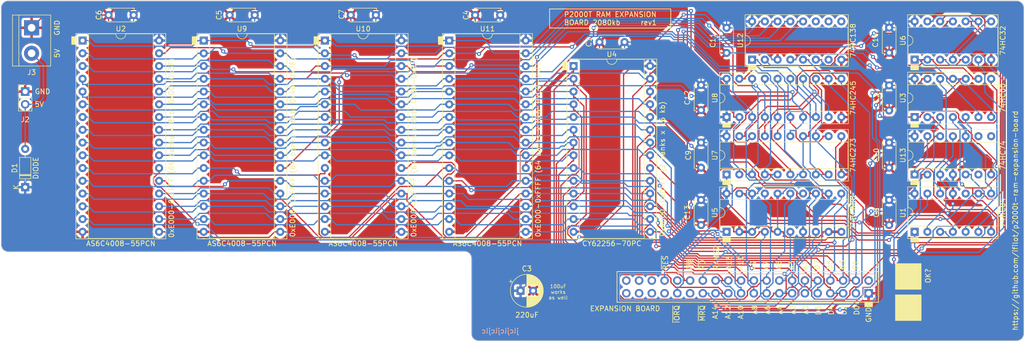
<source format=kicad_pcb>
(kicad_pcb (version 20221018) (generator pcbnew)
  (layers (0 "F.Cu" signal) (31 "B.Cu" signal) (34 "B.Paste" user) (35 "F.Paste" user) (36 "B.SilkS" user "B.Silkscreen") (37 "F.SilkS" user "F.Silkscreen") (38 "B.Mask" user) (39 "F.Mask" user) (44 "Edge.Cuts" user))
  (net 0 "")
  (net 2 "D0")
  (net 3 "D1")
  (net 4 "D2")
  (net 5 "D3")
  (net 6 "D4")
  (net 7 "D5")
  (net 8 "D6")
  (net 9 "D7")
  (net 10 "A0")
  (net 11 "A1")
  (net 12 "A2")
  (net 13 "A3")
  (net 14 "A4")
  (net 15 "A5")
  (net 16 "A6")
  (net 17 "A7")
  (net 18 "A8")
  (net 19 "A9")
  (net 20 "A10")
  (net 21 "A11")
  (net 22 "A12")
  (net 23 "A13")
  (net 24 "A14")
  (net 25 "RAMS2")
  (net 26 "~{MRQ}")
  (net 27 "~{RD}")
  (net 28 "~{WR}")
  (net 29 "~{IORQ}")
  (net 30 "~{RES}")
  (net 38 "~{CS2}")
  (net 39 "GND")
  (net 40 "S1")
  (net 41 "S2")
  (net 43 "+5V")
  (net 45 "Net-(U1-Pad1)")
  (net 46 "~{CS1}")
  (net 47 "~{REN}")
  (net 48 "Net-(U7-Cp)")
  (net 49 "Net-(U1-Pad6)")
  (net 50 "Net-(U1-Pad8)")
  (net 51 "Net-(U13A-C)")
  (net 52 "S3")
  (net 53 "S0")
  (net 55 "S6")
  (net 56 "S5")
  (net 57 "Net-(U12-E2)")
  (net 58 "Net-(U1-Pad12)")
  (net 59 "Net-(U1-Pad3)")
  (net 60 "S4")
  (net 61 "VCC")
  (net 62 "~{CS3}")
  (net 63 "S7")
  (net 64 "~{P=R}")
  (net 65 "Net-(U8-CE)")
  (net 66 "~{CS5}")
  (net 67 "Net-(U3-Pad6)")
  (net 68 "RAMS0")
  (net 69 "Net-(U6-Pad4)")
  (net 70 "~{CS4}")
  (footprint "Capacitor_THT:C_Disc_D5.0mm_W2.5mm_P5.00mm" (layer "F.Cu") (at 160.215 77.2136 180)
    (fp_text reference "C1")
    (fp_text value "0.1uF")
  )
  (footprint "Package_DIP:DIP-20_W7.62mm_Socket" (layer "F.Cu") (at 180.535 115.0088 90)
    (fp_text reference "U5")
    (fp_text value "74HC688")
  )
  (footprint "Package_DIP:DIP-32_W15.24mm_Socket" (layer "F.Cu") (at 52.26 76.9088)
    (fp_text reference "U2")
    (fp_text value "AS6C4008-55PCN")
  )
  (footprint "Capacitor_THT:C_Disc_D5.0mm_W2.5mm_P5.00mm" (layer "F.Cu") (at 175.455 97.2288 -90)
    (fp_text reference "C9")
    (fp_text value "0.1uF")
  )
  (footprint "Capacitor_THT:C_Disc_D5.0mm_W2.5mm_P5.00mm" (layer "F.Cu") (at 180.535 74.375 -90)
    (fp_text reference "C11")
    (fp_text value "0.1uF")
  )
  (footprint "Capacitor_THT:C_Disc_D5.0mm_W2.5mm_P5.00mm" (layer "F.Cu") (at 175.455 108.665 -90)
    (fp_text reference "C13")
    (fp_text value "0.1uF")
  )
  (footprint "Package_DIP:DIP-16_W7.62mm_Socket" (layer "F.Cu") (at 185.615 80.7188 90)
    (fp_text reference "U12")
    (fp_text value "74HC138")
  )
  (footprint "Capacitor_THT:C_Disc_D5.0mm_W2.5mm_P5.00mm" (layer "F.Cu") (at 212.915 85.8388 -90)
    (fp_text reference "C2")
    (fp_text value "0.1uF")
  )
  (footprint "Diode_THT:D_DO-35_SOD27_P7.62mm_Horizontal" (layer "F.Cu") (at 40.835 106.1188 90)
    (fp_text reference "D1")
    (fp_text value "DIODE")
  )
  (footprint "Capacitor_THT:C_Disc_D5.0mm_W2.5mm_P5.00mm" (layer "F.Cu") (at 212.915 74.335 -90)
    (fp_text reference "C14")
    (fp_text value "0.1uF")
  )
  (footprint "Package_DIP:DIP-32_W15.24mm_Socket" (layer "F.Cu") (at 125.29 76.9088)
    (fp_text reference "U11")
    (fp_text value "AS6C4008-55PCN")
  )
  (footprint "Capacitor_THT:C_Disc_D5.0mm_W2.5mm_P5.00mm" (layer "F.Cu") (at 86.555 71.8288 180)
    (fp_text reference "C5")
    (fp_text value "0.1uF")
  )
  (footprint "Capacitor_THT:C_Disc_D5.0mm_W2.5mm_P5.00mm" (layer "F.Cu") (at 175.455 85.765 -90)
    (fp_text reference "C12")
    (fp_text value "0.1uF")
  )
  (footprint "Capacitor_THT:C_Disc_D5.0mm_W2.5mm_P5.00mm" (layer "F.Cu") (at 62.4358 71.8288 180)
    (fp_text reference "C6")
    (fp_text value "0.1uF")
  )
  (footprint "Package_DIP:DIP-14_W7.62mm_Socket" (layer "F.Cu") (at 217.995 115.0088 90)
    (fp_text reference "U1")
    (fp_text value "74HC04")
  )
  (footprint "Capacitor_THT:C_Disc_D5.0mm_W2.5mm_P5.00mm" (layer "F.Cu") (at 110.685 71.8288 180)
    (fp_text reference "C7")
    (fp_text value "0.1uF")
  )
  (footprint "Package_DIP:DIP-20_W7.62mm_Socket" (layer "F.Cu") (at 180.54 92.1488 90)
    (fp_text reference "U8")
    (fp_text value "74HC245")
  )
  (footprint "Package_DIP:DIP-32_W15.24mm_Socket" (layer "F.Cu") (at 76.395 76.9088)
    (fp_text reference "U9")
    (fp_text value "AS6C4008-55PCN")
  )
  (footprint "Capacitor_THT:CP_Radial_D6.3mm_P2.50mm" (layer "F.Cu") (at 139.5 126.7436)
    (fp_text reference "C3")
    (fp_text value "220uF")
  )
  (footprint "Capacitor_THT:C_Disc_D5.0mm_W2.5mm_P5.00mm" (layer "F.Cu") (at 212.915 97.2288 -90)
    (fp_text reference "C10")
    (fp_text value "0.1uF")
  )
  (footprint "Capacitor_THT:C_Disc_D5.0mm_W2.5mm_P5.00mm" (layer "F.Cu") (at 135.45 71.8288 180)
    (fp_text reference "C4")
    (fp_text value "0.1uF")
  )
  (footprint "Package_DIP:DIP-28_W15.24mm_Socket" (layer "F.Cu") (at 150.055 81.9888)
    (fp_text reference "U4")
    (fp_text value "CY62256-70PC")
  )
  (footprint "Package_DIP:DIP-14_W7.62mm_Socket" (layer "F.Cu") (at 217.995 103.5888 90)
    (fp_text reference "U13")
    (fp_text value "74HC74")
  )
  (footprint "Connector_PinHeader_2.54mm:PinHeader_1x02_P2.54mm_Vertical" (layer "F.Cu") (at 40.835 87.0688)
    (fp_text reference "J2")
    (fp_text value "POWER")
  )
  (footprint "Package_DIP:DIP-14_W7.62mm_Socket" (layer "F.Cu") (at 217.995 80.7188 90)
    (fp_text reference "U6")
    (fp_text value "74HC32")
  )
  (footprint "Capacitor_THT:C_Disc_D5.0mm_W2.5mm_P5.00mm" (layer "F.Cu") (at 212.915 108.6588 -90)
    (fp_text reference "C8")
    (fp_text value "0.1uF")
  )
  (footprint "Package_DIP:DIP-32_W15.24mm_Socket" (layer "F.Cu") (at 100.525 76.9088)
    (fp_text reference "U10")
    (fp_text value "AS6C4008-55PCN")
  )
  (footprint "TerminalBlock:TerminalBlock_bornier-2_P5.08mm" (layer "F.Cu") (at 42.105 74.3688 -90)
    (fp_text reference "J3")
    (fp_text value "TERMINAL")
  )
  (footprint "Package_DIP:DIP-14_W7.62mm_Socket" (layer "F.Cu") (at 218 92.1588 90)
    (fp_text reference "U3")
    (fp_text value "74HC00")
  )
  (footprint "Package_DIP:DIP-20_W7.62mm_Socket" (layer "F.Cu") (at 180.535 103.5788 90)
    (fp_text reference "U7")
    (fp_text value "74HC273")
  )
  (footprint "Connector_PinHeader_2.54mm:PinHeader_2x20_P2.54mm_Vertical" (layer "B.Cu") (at 208.8256 127.2516 90)
    (fp_text reference "J1")
    (fp_text value "EXPANSION BOARD")
  )
  (gr_rect (start 179.773 104.7218) (end 181.297 105.6108) (stroke (width 0.15)) (fill solid) (layer "F.SilkS"))
  (gr_rect (start 98.366 76.1468) (end 99.255 77.6708) (stroke (width 0.15)) (fill solid) (layer "F.SilkS"))
  (gr_rect (start 74.109 76.1468) (end 74.998 77.6708) (stroke (width 0.15)) (fill solid) (layer "F.SilkS"))
  (gr_rect (start 208.0686 129.0296) (end 209.5926 129.9186) (stroke (width 0.15)) (fill solid) (layer "F.SilkS"))
  (gr_rect (start 179.773 93.2918) (end 181.297 94.1808) (stroke (width 0.15)) (fill solid) (layer "F.SilkS"))
  (gr_rect (start 179.773 116.1518) (end 181.297 117.0408) (stroke (width 0.15)) (fill solid) (layer "F.SilkS"))
  (gr_rect (start 217.233 116.1518) (end 218.757 117.0408) (stroke (width 0.15)) (fill solid) (layer "F.SilkS"))
  (gr_rect (start 214.19 121.3588) (end 219.27 126.4388) (stroke (width 0.15)) (fill solid) (layer "F.SilkS"))
  (gr_rect (start 123.131 76.1468) (end 124.02 77.6708) (stroke (width 0.15)) (fill solid) (layer "F.SilkS"))
  (gr_rect (start 50.106 76.1468) (end 50.995 77.6708) (stroke (width 0.15)) (fill solid) (layer "F.SilkS"))
  (gr_rect (start 184.853 81.8618) (end 186.377 82.7508) (stroke (width 0.15)) (fill solid) (layer "F.SilkS"))
  (gr_rect (start 217.233 104.7218) (end 218.757 105.6108) (stroke (width 0.15)) (fill solid) (layer "F.SilkS"))
  (gr_rect (start 214.19 127.5818) (end 219.27 132.6618) (stroke (width 0.15)) (fill solid) (layer "F.SilkS"))
  (gr_rect (start 145.288 70.612) (end 169.418 74.422) (stroke (width 0.15)) (fill none) (layer "F.SilkS"))
  (gr_rect (start 217.233 93.2918) (end 218.757 94.1808) (stroke (width 0.15)) (fill solid) (layer "F.SilkS"))
  (gr_rect (start 217.233 81.8618) (end 218.757 82.7508) (stroke (width 0.15)) (fill solid) (layer "F.SilkS"))
  (gr_rect (start 147.896 81.2268) (end 148.785 82.7508) (stroke (width 0.15)) (fill solid) (layer "F.SilkS"))
  (gr_rect (start 158.7086 122.9336) (end 210.7786 129.0296) (stroke (width 0.15)) (fill none) (layer "F.SilkS"))
  (gr_line (start 36.064365 117.594932) (end 36.0598 70.3716) (stroke (width 0.1)) (layer "Edge.Cuts"))
  (gr_arc (start 238.345401 69) (mid 239.315269 69.401732) (end 239.717001 70.3716) (stroke (width 0.1)) (layer "Edge.Cuts"))
  (gr_arc (start 36.0598 70.3716) (mid 36.461532 69.401732) (end 37.4314 69) (stroke (width 0.1)) (layer "Edge.Cuts"))
  (gr_line (start 131.1066 136.7004) (end 238.3454 136.7004) (stroke (width 0.1)) (layer "Edge.Cuts"))
  (gr_line (start 129.735 135.3288) (end 129.73 120.292) (stroke (width 0.1)) (layer "Edge.Cuts"))
  (gr_line (start 239.717001 70.3716) (end 239.717 135.3288) (stroke (width 0.1)) (layer "Edge.Cuts"))
  (gr_arc (start 239.717 135.3288) (mid 239.315268 136.298668) (end 238.3454 136.7004) (stroke (width 0.1)) (layer "Edge.Cuts"))
  (gr_arc (start 128.3584 118.9204) (mid 129.328268 119.322132) (end 129.73 120.292) (stroke (width 0.1)) (layer "Edge.Cuts"))
  (gr_line (start 238.345401 69) (end 37.4314 69) (stroke (width 0.1)) (layer "Edge.Cuts"))
  (gr_arc (start 131.1066 136.7004) (mid 130.136732 136.298668) (end 129.735 135.3288) (stroke (width 0.1)) (layer "Edge.Cuts"))
  (gr_arc (start 37.435965 118.966532) (mid 36.466097 118.5648) (end 36.064365 117.594932) (stroke (width 0.1)) (layer "Edge.Cuts"))
  (gr_line (start 128.3584 118.9204) (end 37.435965 118.966532) (stroke (width 0.1)) (layer "Edge.Cuts"))
  (gr_text "jlcjlcjlcjlc" (at 135.4246 134.7446) (layer "B.SilkS") (effects (font (size 1 1)) (justify mirror)))
  (gr_text "~{RD}" (at 175.7266 122.6796 90) (layer "F.SilkS") (effects (font (size 1 1)) (justify left)))
  (gr_text "~{WR}" (at 173.4406 122.6796 90) (layer "F.SilkS") (effects (font (size 1 1)) (justify left)))
  (gr_text "A6" (at 188.6806 129.5376 90) (layer "F.SilkS") (effects (font (size 1 1)) (justify right)))
  (gr_text "rev1" (at 163.322 73.914) (layer "F.SilkS") (effects (font (size 1 1)) (justify left bottom)))
  (gr_text "A11" (at 183.3466 122.6796 90) (layer "F.SilkS") (effects (font (size 1 1)) (justify left)))
  (gr_text "~{IORQ}" (at 170.6466 129.5376 90) (layer "F.SilkS") (effects (font (size 1 1)) (justify right)))
  (gr_text "A0" (at 196.3006 129.5376 90) (layer "F.SilkS") (effects (font (size 1 1)) (justify right)))
  (gr_text "D1" (at 206.2066 122.6796 90) (layer "F.SilkS") (effects (font (size 1 1)) (justify left)))
  (gr_text "A12" (at 180.8066 129.5376 90) (layer "F.SilkS") (effects (font (size 1 1)) (justify right)))
  (gr_text "5V" (at 44.645 89.6088) (layer "F.SilkS") (effects (font (size 1 1)) (justify right)))
  (gr_text "0xE000-0xFFFF (64 banks x 8kb; 0x40-0x7F)" (at 94.683 116.1448 90) (layer "F.SilkS") (effects (font (size 1 1)) (justify left bottom)))
  (gr_text "D6" (at 198.8406 129.5376 90) (layer "F.SilkS") (effects (font (size 1 1)) (justify right)))
  (gr_text "5V" (at 47.185 79.4488 90) (layer "F.SilkS") (effects (font (size 1 1))))
  (gr_text "OK?" (at 220.667 123.7718 90) (layer "F.SilkS") (effects (font (size 1 1))))
  (gr_text "0xE000-0xFFFF (64 banks x 8kb; 0xC0-0xFF)" (at 143.578 116.1448 90) (layer "F.SilkS") (effects (font (size 1 1)) (justify left bottom)))
  (gr_text "A4" (at 191.2206 129.5376 90) (layer "F.SilkS") (effects (font (size 1 1)) (justify right)))
  (gr_text "GND" (at 47.185 74.3688 90) (layer "F.SilkS") (effects (font (size 1 1))))
  (gr_text "0xE000-0xFFFF (64 banks x 8kb; 0x80-0xBF)" (at 118.813 116.1448 90) (layer "F.SilkS") (effects (font (size 1 1)) (justify left bottom)))
  (gr_text "https://github.com/ifilot/p2000t-ram-expansion-board" (at 238.0406 112.7736 90) (layer "F.SilkS") (effects (font (size 1 1))))
  (gr_text "A3" (at 193.5066 122.6796 90) (layer "F.SilkS") (effects (font (size 1 1)) (justify left)))
  (gr_text "RAMS2" (at 178.5206 122.6796 90) (layer "F.SilkS") (effects (font (size 1 1)) (justify left)))
  (gr_text "P2000T RAM EXPANSION\nBOARD 2080kb" (at 148.082 73.914) (layer "F.SilkS") (effects (font (size 1 1)) (justify left bottom)))
  (gr_text "GND" (at 45.915 87.0688) (layer "F.SilkS") (effects (font (size 1 1)) (justify right)))
  (gr_text "D4" (at 201.3806 129.5376 90) (layer "F.SilkS") (effects (font (size 1 1)) (justify right)))
  (gr_text "A8" (at 186.1406 129.5376 90) (layer "F.SilkS") (effects (font (size 1 1)) (justify right)))
  (gr_text "~{MRQ}" (at 175.7266 129.5376 90) (layer "F.SilkS") (effects (font (size 1 1)) (justify right)))
  (gr_text "A7" (at 188.4266 122.6796 90) (layer "F.SilkS") (effects (font (size 1 1)) (justify left)))
  (gr_text "D7" (at 198.5866 122.6796 90) (layer "F.SilkS") (effects (font (size 1 1)) (justify left)))
  (gr_text "D5" (at 201.1266 122.6796 90) (layer "F.SilkS") (effects (font (size 1 1)) (justify left)))
  (gr_text "~{RES}" (at 168.3606 122.6796 90) (layer "F.SilkS") (effects (font (size 1 1)) (justify left)))
  (gr_text "D3" (at 203.6666 122.6796 90) (layer "F.SilkS") (effects (font (size 1 1)) (justify left)))
  (gr_text "0xA000-0xDFFF (2 banks x 16 kb)" (at 168.343 116.0248 90) (layer "F.SilkS") (effects (font (size 1 1)) (justify left bottom)))
  (gr_text "0xE000-0xFFFF (64 banks x 8kb; 0x00-0x3F)" (at 70.553 116.2788 90) (layer "F.SilkS") (effects (font (size 1 1)) (justify left bottom)))
  (gr_text "A10" (at 183.3466 129.5376 90) (layer "F.SilkS") (effects (font (size 1 1)) (justify right)))
  (gr_text "D0" (at 206.4606 129.5376 90) (layer "F.SilkS") (effects (font (size 1 1)) (justify right)))
  (gr_text "A2" (at 193.7606 129.5376 90) (layer "F.SilkS") (effects (font (size 1 1)) (justify right)))
  (gr_text "GND" (at 208.8306 129.9186 90) (layer "F.SilkS") (effects (font (size 1 1)) (justify right)))
  (gr_text "A14" (at 178.2666 129.5376 90) (layer "F.SilkS") (effects (font (size 1 1)) (justify right)))
  (gr_text "A1" (at 196.0466 122.6796 90) (layer "F.SilkS") (effects (font (size 1 1)) (justify left)))
  (gr_text "A5" (at 190.9666 122.6796 90) (layer "F.SilkS") (effects (font (size 1 1)) (justify left)))
  (gr_text "A9" (at 185.8866 122.6796 90) (layer "F.SilkS") (effects (font (size 1 1)) (justify left)))
  (gr_text "D2" (at 203.9206 129.5376 90) (layer "F.SilkS") (effects (font (size 1 1)) (justify right)))
  (gr_text "100uF\nworks\nas well" (at 147 127) (layer "F.SilkS") (effects (font (size 0.7 0.7) (thickness 0.1))))
  (gr_text "A13" (at 181.0606 122.6796 90) (layer "F.SilkS") (effects (font (size 1 1)) (justify left)))
  (segment (start 220.535 103.5888) (end 219.4097 103.5888) (width 0.25) (layer "F.Cu") (net 2))
  (segment (start 198.6061 111.885) (end 194.505 107.7839) (width 0.25) (layer "F.Cu") (net 2))
  (segment (start 212.7798 110.9221) (end 219.4097 104.2922) (width 0.25) (layer "F.Cu") (net 2))
  (segment (start 205.4437 113.1275) (end 204.2012 111.885) (width 0.25) (layer "F.Cu") (net 2))
  (segment (start 185.615 103.5788) (end 184.4897 103.5788) (width 0.25) (layer "F.Cu") (net 2))
  (segment (start 183.6458 102.4535) (end 184.4897 103.2974) (width 0.25) (layer "F.Cu") (net 2))
  (segment (start 193.7231 106.2417) (end 188.2779 106.2417) (width 0.25) (layer "F.Cu") (net 2))
  (segment (start 179.5466 102.4535) (end 183.6458 102.4535) (width 0.25) (layer "F.Cu") (net 2))
  (segment (start 173.476 109.5925) (end 173.476 108.5241) (width 0.25) (layer "F.Cu") (net 2))
  (segment (start 194.505 107.0236) (end 193.7231 106.2417) (width 0.25) (layer "F.Cu") (net 2))
  (segment (start 204.2012 111.885) (end 198.6061 111.885) (width 0.25) (layer "F.Cu") (net 2))
  (segment (start 207.0048 113.1275) (end 205.4437 113.1275) (width 0.25) (layer "F.Cu") (net 2))
  (segment (start 209.3375 110.9221) (end 212.7798 110.9221) (width 0.25) (layer "F.Cu") (net 2))
  (segment (start 188.2779 106.2417) (end 185.615 103.5788) (width 0.25) (layer "F.Cu") (net 2))
  (segment (start 219.4097 104.2922) (end 219.4097 103.5888) (width 0.25) (layer "F.Cu") (net 2))
  (segment (start 184.4897 103.2974) (end 184.4897 103.5788) (width 0.25) (layer "F.Cu") (net 2))
  (segment (start 173.476 108.5241) (end 179.5466 102.4535) (width 0.25) (layer "F.Cu") (net 2))
  (segment (start 194.505 107.7839) (end 194.505 107.0236) (width 0.25) (layer "F.Cu") (net 2))
  (via (at 209.3375 110.9221) (size 0.8) (drill 0.4) (layers "F.Cu" "B.Cu") (net 2))
  (via (at 173.476 109.5925) (size 0.8) (drill 0.4) (layers "F.Cu" "B.Cu") (net 2))
  (via (at 207.0048 113.1275) (size 0.8) (drill 0.4) (layers "F.Cu" "B.Cu") (net 2))
  (segment (start 207.4867 113.1275) (end 209.3375 111.2767) (width 0.25) (layer "B.Cu") (net 2))
  (segment (start 185.62 85.6541) (end 185.62 86.1658) (width 0.25) (layer "B.Cu") (net 2))
  (segment (start 101.0877 107.3888) (end 100.525 107.3888) (width 0.25) (layer "B.Cu") (net 2))
  (segment (start 207.4867 113.1275) (end 207.0048 113.1275) (width 0.25) (layer "B.Cu") (net 2))
  (segment (start 52.26 107.3888) (end 53.3853 107.3888) (width 0.25) (layer "B.Cu") (net 2))
  (segment (start 76.395 107.3888) (end 75.2697 107.3888) (width 0.25) (layer "B.Cu") (net 2))
  (segment (start 173.476 109.5925) (end 173.476 111.5252) (width 0.25) (layer "B.Cu") (net 2))
  (segment (start 169.3264 115.6748) (end 168.7459 115.6748) (width 0.25) (layer "B.Cu") (net 2))
  (segment (start 206.6062 126.0763) (end 207.4867 125.1958) (width 0.25) (layer "B.Cu") (net 2))
  (segment (start 185.615 103.5788) (end 185.615 102.4535) (width 0.25) (layer "B.Cu") (net 2))
  (segment (start 160.3483 107.3888) (end 150.055 107.3888) (width 0.25) (layer "B.Cu") (net 2))
  (segment (start 168.7459 115.6748) (end 167.9628 114.8917) (width 0.25) (layer "B.Cu") (net 2))
  (segment (start 117.1749 108.5142) (end 113.5434 108.5142) (width 0.25) (layer "B.Cu") (net 2))
  (segment (start 101.0877 107.3888) (end 101.6503 107.3888) (width 0.25) (layer "B.Cu") (net 2))
  (segment (start 74.1444 108.5141) (end 54.5106 108.5141) (width 0.25) (layer "B.Cu") (net 2))
  (segment (start 118.3003 107.3888) (end 117.1749 108.5142) (width 0.25) (layer "B.Cu") (net 2))
  (segment (start 186.7774 101.2911) (end 185.615 102.4535) (width 0.25) (layer "B.Cu") (net 2))
  (segment (start 165.774 108.7385) (end 161.698 108.7385) (width 0.25) (layer "B.Cu") (net 2))
  (segment (start 88.288 107.3888) (end 76.395 107.3888) (width 0.25) (layer "B.Cu") (net 2))
  (segment (start 112.418 107.3888) (end 101.6503 107.3888) (width 0.25) (layer "B.Cu") (net 2))
  (segment (start 93.0449 108.5142) (end 89.4134 108.5142) (width 0.25) (layer "B.Cu") (net 2))
  (segment (start 173.476 111.5252) (end 169.3264 115.6748) (width 0.25) (layer "B.Cu") (net 2))
  (segment (start 128.027 107.3888) (end 125.29 107.3888) (width 0.25) (layer "B.Cu") (net 2))
  (segment (start 54.5106 108.5141) (end 53.3853 107.3888) (width 0.25) (layer "B.Cu") (net 2))
  (segment (start 161.698 108.7385) (end 160.3483 107.3888) (width 0.25) (layer "B.Cu") (net 2))
  (segment (start 207.4867 125.1958) (end 207.4867 113.1275) (width 0.25) (layer "B.Cu") (net 2))
  (segment (start 94.1703 107.3888) (end 93.0449 108.5142) (width 0.25) (layer "B.Cu") (net 2))
  (segment (start 167.9628 114.8917) (end 167.9628 110.9273) (width 0.25) (layer "B.Cu") (net 2))
  (segment (start 209.3375 111.2767) (end 209.3375 110.9221) (width 0.25) (layer "B.Cu") (net 2))
  (segment (start 150.055 107.3888) (end 143.0653 107.3888) (width 0.25) (layer "B.Cu") (net 2))
  (segment (start 185.62 86.1658) (end 186.7774 87.3232) (width 0.25) (layer "B.Cu") (net 2))
  (segment (start 113.5434 108.5142) (end 112.418 107.3888) (width 0.25) (layer "B.Cu") (net 2))
  (segment (start 206.2856 127.2516) (end 206.2856 126.0763) (width 0.25) (layer "B.Cu") (net 2))
  (segment (start 129.1903 108.5521) (end 128.027 107.3888) (width 0.25) (layer "B.Cu") (net 2))
  (segment (start 186.7774 87.3232) (end 186.7774 101.2911) (width 0.25) (layer "B.Cu") (net 2))
  (segment (start 125.29 107.3888) (end 118.3003 107.3888) (width 0.25) (layer "B.Cu") (net 2))
  (segment (start 143.0653 107.3888) (end 141.902 108.5521) (width 0.25) (layer "B.Cu") (net 2))
  (segment (start 89.4134 108.5142) (end 88.288 107.3888) (width 0.25) (layer "B.Cu") (net 2))
  (segment (start 100.525 107.3888) (end 94.1703 107.3888) (width 0.25) (layer "B.Cu") (net 2))
  (segment (start 141.902 108.5521) (end 129.1903 108.5521) (width 0.25) (layer "B.Cu") (net 2))
  (segment (start 167.9628 110.9273) (end 165.774 108.7385) (width 0.25) (layer "B.Cu") (net 2))
  (segment (start 206.2856 126.0763) (end 206.6062 126.0763) (width 0.25) (layer "B.Cu") (net 2))
  (segment (start 185.62 84.5288) (end 185.62 85.6541) (width 0.25) (layer "B.Cu") (net 2))
  (segment (start 75.2697 107.3888) (end 74.1444 108.5141) (width 0.25) (layer "B.Cu") (net 2))
  (segment (start 198.1491 105.9631) (end 198.504 105.9631) (width 0.25) (layer "F.Cu") (net 3))
  (segment (start 201.3119 109.5112) (end 203.2596 109.5112) (width 0.25) (layer "F.Cu") (net 3))
  (segment (start 200.5756 119.8096) (end 175.2006 119.8096) (width 0.25) (layer "F.Cu") (net 3))
  (segment (start 190.1242 104.7041) (end 196.8901 104.7041) (width 0.25) (layer "F.Cu") (net 3))
  (segment (start 221.9497 96.2501) (end 221.9497 95.9688) (width 0.25) (layer "F.Cu") (net 3))
  (segment (start 196.8901 104.7041) (end 198.1491 105.9631) (width 0.25) (layer "F.Cu") (net 3))
  (segment (start 205.1103 124.3443) (end 200.5756 119.8096) (width 0.25) (layer "F.Cu") (net 3))
  (segment (start 223.075 95.9688) (end 221.9497 95.9688) (width 0.25) (layer "F.Cu") (net 3))
  (segment (start 166.8663 113.7849) (end 166.8663 113.2403) (width 0.25) (layer "F.Cu") (net 3))
  (segment (start 174.7503 119.3593) (end 172.4407 119.3593) (width 0.25) (layer "F.Cu") (net 3))
  (segment (start 203.2596 109.5112) (end 206.1158 112.3674) (width 0.25) (layer "F.Cu") (net 3))
  (segment (start 189.2803 103.8602) (end 190.1242 104.7041) (width 0.25) (layer "F.Cu") (net 3))
  (segment (start 188.155 103.5788) (end 189.2803 103.5788) (width 0.25) (layer "F.Cu") (net 3))
  (segment (start 218.9552 99.2446) (end 221.9497 96.2501) (width 0.25) (layer "F.Cu") (net 3))
  (segment (start 199.585 107.7843) (end 201.3119 109.5112) (width 0.25) (layer "F.Cu") (net 3))
  (segment (start 198.504 105.9631) (end 199.585 107.0441) (width 0.25) (layer "F.Cu") (net 3))
  (segment (start 206.2856 124.7116) (end 205.1103 124.7116) (width 0.25) (layer "F.Cu") (net 3))
  (segment (start 172.4407 119.3593) (end 166.8663 113.7849) (width 0.25) (layer "F.Cu") (net 3))
  (segment (start 175.2006 119.8096) (end 174.7503 119.3593) (width 0.25) (layer "F.Cu") (net 3))
  (segment (start 211.2872 99.2446) (end 218.9552 99.2446) (width 0.25) (layer "F.Cu") (net 3))
  (segment (start 209.1297 101.4021) (end 211.2872 99.2446) (width 0.25) (layer "F.Cu") (net 3))
  (segment (start 206.1158 112.3674) (end 206.2207 112.3674) (width 0.25) (layer "F.Cu") (net 3))
  (segment (start 199.585 107.0441) (end 199.585 107.7843) (width 0.25) (layer "F.Cu") (net 3))
  (segment (start 189.2803 103.5788) (end 189.2803 103.8602) (width 0.25) (layer "F.Cu") (net 3))
  (segment (start 205.1103 124.7116) (end 205.1103 124.3443) (width 0.25) (layer "F.Cu") (net 3))
  (via (at 209.1297 101.4021) (size 0.8) (drill 0.4) (layers "F.Cu" "B.Cu") (net 3))
  (via (at 166.8663 113.2403) (size 0.8) (drill 0.4) (layers "F.Cu" "B.Cu") (net 3))
  (via (at 206.2207 112.3674) (size 0.8) (drill 0.4) (layers "F.Cu" "B.Cu") (net 3))
  (segment (start 141.94 111.0541) (end 137.6714 111.0541) (width 0.25) (layer "B.Cu") (net 3))
  (segment (start 206.2856 123.5363) (end 206.3365 123.4854) (width 0.25) (layer "B.Cu") (net 3))
  (segment (start 162.2552 111.1988) (end 160.9852 109.9288) (width 0.25) (layer "B.Cu") (net 3))
  (segment (start 52.26 109.9288) (end 53.3853 109.9288) (width 0.25) (layer "B.Cu") (net 3))
  (segment (start 99.3997 109.9288) (end 94.1703 109.9288) (width 0.25) (layer "B.Cu") (net 3))
  (segment (start 206.2856 124.7116) (end 206.2856 123.5363) (width 0.25) (layer "B.Cu") (net 3))
  (segment (start 188.16 84.5288) (end 188.16 85.6541) (width 0.25) (layer "B.Cu") (net 3))
  (segment (start 54.5106 111.0541) (end 53.3853 109.9288) (width 0.25) (layer "B.Cu") (net 3))
  (segment (start 88.288 109.9288) (end 76.395 109.9288) (width 0.25) (layer "B.Cu") (net 3))
  (segment (start 76.395 109.9288) (end 75.2697 109.9288) (width 0.25) (layer "B.Cu") (net 3))
  (segment (start 100.525 109.9288) (end 99.3997 109.9288) (width 0.25) (layer "B.Cu") (net 3))
  (segment (start 209.1297 109.4584) (end 206.2207 112.3674) (width 0.25) (layer "B.Cu") (net 3))
  (segment (start 123.5279 109.9288) (end 122.4026 111.0541) (width 0.25) (layer "B.Cu") (net 3))
  (segment (start 206.3365 116.2484) (end 206.2207 116.1326) (width 0.25) (layer "B.Cu") (net 3))
  (segment (start 122.4026 111.0541) (end 112.5882 111.0541) (width 0.25) (layer "B.Cu") (net 3))
  (segment (start 125.29 109.9288) (end 124.1647 109.9288) (width 0.25) (layer "B.Cu") (net 3))
  (segment (start 125.29 109.9288) (end 126.4153 109.9288) (width 0.25) (layer "B.Cu") (net 3))
  (segment (start 124.1647 109.9288) (end 123.5279 109.9288) (width 0.25) (layer "B.Cu") (net 3))
  (segment (start 75.2697 109.9288) (end 74.1444 111.0541) (width 0.25) (layer "B.Cu") (net 3))
  (segment (start 206.2207 116.1326) (end 206.2207 112.3674) (width 0.25) (layer "B.Cu") (net 3))
  (segment (start 150.055 109.9288) (end 143.0653 109.9288) (width 0.25) (layer "B.Cu") (net 3))
  (segment (start 112.5882 111.0541) (end 111.4629 109.9288) (width 0.25) (layer "B.Cu") (net 3))
  (segment (start 94.1703 109.9288) (end 93.0449 111.0542) (width 0.25) (layer "B.Cu") (net 3))
  (segment (start 166.8663 113.2403) (end 166.8663 112.4223) (width 0.25) (layer "B.Cu") (net 3))
  (segment (start 137.6714 111.0541) (end 137.0124 110.3951) (width 0.25) (layer "B.Cu") (net 3))
  (segment (start 89.4134 111.0542) (end 88.288 109.9288) (width 0.25) (layer "B.Cu") (net 3))
  (segment (start 165.6428 111.1988) (end 162.2552 111.1988) (width 0.25) (layer "B.Cu") (net 3))
  (segment (start 189.2853 101.3232) (end 189.2853 86.7794) (width 0.25) (layer "B.Cu") (net 3))
  (segment (start 74.1444 111.0541) (end 54.5106 111.0541) (width 0.25) (layer "B.Cu") (net 3))
  (segment (start 143.0653 109.9288) (end 141.94 111.0541) (width 0.25) (layer "B.Cu") (net 3))
  (segment (start 126.8816 110.3951) (end 126.4153 109.9288) (width 0.25) (layer "B.Cu") (net 3))
  (segment (start 111.4629 109.9288) (end 100.525 109.9288) (width 0.25) (layer "B.Cu") (net 3))
  (segment (start 188.155 103.5788) (end 188.155 102.4535) (width 0.25) (layer "B.Cu") (net 3))
  (segment (start 166.8663 112.4223) (end 165.6428 111.1988) (width 0.25) (layer "B.Cu") (net 3))
  (segment (start 160.9852 109.9288) (end 150.055 109.9288) (width 0.25) (layer "B.Cu") (net 3))
  (segment (start 137.0124 110.3951) (end 126.8816 110.3951) (width 0.25) (layer "B.Cu") (net 3))
  (segment (start 93.0449 111.0542) (end 89.4134 111.0542) (width 0.25) (layer "B.Cu") (net 3))
  (segment (start 189.2853 86.7794) (end 188.16 85.6541) (width 0.25) (layer "B.Cu") (net 3))
  (segment (start 209.1297 101.4021) (end 209.1297 109.4584) (width 0.25) (layer "B.Cu") (net 3))
  (segment (start 206.3365 123.4854) (end 206.3365 116.2484) (width 0.25) (layer "B.Cu") (net 3))
  (segment (start 188.155 102.4535) (end 189.2853 101.3232) (width 0.25) (layer "B.Cu") (net 3))
  (segment (start 197.4903 127.7927) (end 198.1569 128.4593) (width 0.25) (layer "F.Cu") (net 4))
  (segment (start 185.5478 122.266) (end 184.8926 121.6108) (width 0.25) (layer "F.Cu") (net 4))
  (segment (start 194.8556 125.1258) (end 195.678 125.9482) (width 0.25) (layer "F.Cu") (net 4))
  (segment (start 171.0955 121.1605) (end 167.8167 117.8817) (width 0.25) (layer "F.Cu") (net 4))
  (segment (start 195.678 125.9482) (end 196.5023 125.9482) (width 0.25) (layer "F.Cu") (net 4))
  (segment (start 196.5023 125.9482) (end 197.4903 126.9362) (width 0.25) (layer "F.Cu") (net 4))
  (segment (start 198.1569 128.4593) (end 201.7299 128.4593) (width 0.25) (layer "F.Cu") (net 4))
  (segment (start 203.7456 127.2516) (end 202.5703 127.2516) (width 0.25) (layer "F.Cu") (net 4))
  (segment (start 194.8556 124.3041) (end 194.8556 125.1258) (width 0.25) (layer "F.Cu") (net 4))
  (segment (start 185.5478 122.266) (end 192.8175 122.266) (width 0.25) (layer "F.Cu") (net 4))
  (segment (start 167.8167 117.8817) (end 166.5135 117.8817) (width 0.25) (layer "F.Cu") (net 4))
  (segment (start 202.5703 127.6189) (end 202.5703 127.2516) (width 0.25) (layer "F.Cu") (net 4))
  (segment (start 174.0039 121.1605) (end 171.0955 121.1605) (width 0.25) (layer "F.Cu") (net 4))
  (segment (start 201.7299 128.4593) (end 202.5703 127.6189) (width 0.25) (layer "F.Cu") (net 4))
  (segment (start 197.4903 126.9362) (end 197.4903 127.7927) (width 0.25) (layer "F.Cu") (net 4))
  (segment (start 184.8926 121.6108) (end 174.4542 121.6108) (width 0.25) (layer "F.Cu") (net 4))
  (segment (start 174.4542 121.6108) (end 174.0039 121.1605) (width 0.25) (layer "F.Cu") (net 4))
  (segment (start 192.8175 122.266) (end 194.8556 124.3041) (width 0.25) (layer "F.Cu") (net 4))
  (via (at 166.5135 117.8817) (size 0.8) (drill 0.4) (layers "F.Cu" "B.Cu") (net 4))
  (via (at 185.5478 122.266) (size 0.8) (drill 0.4) (layers "F.Cu" "B.Cu") (net 4))
  (segment (start 190.7 85.6541) (end 192.1096 87.0637) (width 0.25) (layer "B.Cu") (net 4))
  (segment (start 125.29 112.4688) (end 126.4153 112.4688) (width 0.25) (layer "B.Cu") (net 4))
  (segment (start 100.525 112.4688) (end 101.6503 112.4688) (width 0.25) (layer "B.Cu") (net 4))
  (segment (start 76.395 112.4688) (end 77.5203 112.4688) (width 0.25) (layer "B.Cu") (net 4))
  (segment (start 100.525 112.4688) (end 99.3997 112.4688) (width 0.25) (layer "B.Cu") (net 4))
  (segment (start 73.9423 113.5941) (end 54.5106 113.5941) (width 0.25) (layer "B.Cu") (net 4))
  (segment (start 194.6497 103.8601) (end 193.1471 105.3627) (width 0.25) (layer "B.Cu") (net 4))
  (segment (start 166.5135 114.6357) (end 166.5135 117.8817) (width 0.25) (layer "B.Cu") (net 4))
  (segment (start 102.7756 113.5941) (end 101.6503 112.4688) (width 0.25) (layer "B.Cu") (net 4))
  (segment (start 190.7 84.5288) (end 190.7 85.6541) (width 0.25) (layer "B.Cu") (net 4))
  (segment (start 147.8044 113.5941) (end 127.5406 113.5941) (width 0.25) (layer "B.Cu") (net 4))
  (segment (start 99.3997 112.4688) (end 98.2744 113.5941) (width 0.25) (layer "B.Cu") (net 4))
  (segment (start 161.948 112.4688) (end 163.1268 113.6476) (width 0.25) (layer "B.Cu") (net 4))
  (segment (start 75.0676 112.4688) (end 73.9423 113.5941) (width 0.25) (layer "B.Cu") (net 4))
  (segment (start 194.6497 103.5788) (end 194.6497 103.8601) (width 0.25) (layer "B.Cu") (net 4))
  (segment (start 193.1471 105.3627) (end 185.9712 105.3627) (width 0.25) (layer "B.Cu") (net 4))
  (segment (start 54.5106 113.5941) (end 53.3853 112.4688) (width 0.25) (layer "B.Cu") (net 4))
  (segment (start 123.0394 113.5941) (end 102.7756 113.5941) (width 0.25) (layer "B.Cu") (net 4))
  (segment (start 195.775 103.5788) (end 195.775 102.4535) (width 0.25) (layer "B.Cu") (net 4))
  (segment (start 125.29 112.4688) (end 124.1647 112.4688) (width 0.25) (layer "B.Cu") (net 4))
  (segment (start 98.2744 113.5941) (end 78.6456 113.5941) (width 0.25) (layer "B.Cu") (net 4))
  (segment (start 184.4894 106.8445) (end 184.4894 120.4381) (width 0.25) (layer "B.Cu") (net 4))
  (segment (start 148.9297 112.4688) (end 147.8044 113.5941) (width 0.25) (layer "B.Cu") (net 4))
  (segment (start 184.4894 120.4381) (end 185.5478 121.4965) (width 0.25) (layer "B.Cu") (net 4))
  (segment (start 165.5254 113.6476) (end 166.5135 114.6357) (width 0.25) (layer "B.Cu") (net 4))
  (segment (start 52.26 112.4688) (end 53.3853 112.4688) (width 0.25) (layer "B.Cu") (net 4))
  (segment (start 163.1268 113.6476) (end 165.5254 113.6476) (width 0.25) (layer "B.Cu") (net 4))
  (segment (start 127.5406 113.5941) (end 126.4153 112.4688) (width 0.25) (layer "B.Cu") (net 4))
  (segment (start 185.9712 105.3627) (end 184.4894 106.8445) (width 0.25) (layer "B.Cu") (net 4))
  (segment (start 76.395 112.4688) (end 75.2697 112.4688) (width 0.25) (layer "B.Cu") (net 4))
  (segment (start 195.775 103.5788) (end 194.6497 103.5788) (width 0.25) (layer "B.Cu") (net 4))
  (segment (start 75.2697 112.4688) (end 75.0676 112.4688) (width 0.25) (layer "B.Cu") (net 4))
  (segment (start 150.055 112.4688) (end 148.9297 112.4688) (width 0.25) (layer "B.Cu") (net 4))
  (segment (start 124.1647 112.4688) (end 123.0394 113.5941) (width 0.25) (layer "B.Cu") (net 4))
  (segment (start 192.1096 87.0637) (end 192.1096 98.7881) (width 0.25) (layer "B.Cu") (net 4))
  (segment (start 150.055 112.4688) (end 161.948 112.4688) (width 0.25) (layer "B.Cu") (net 4))
  (segment (start 78.6456 113.5941) (end 77.5203 112.4688) (width 0.25) (layer "B.Cu") (net 4))
  (segment (start 192.1096 98.7881) (end 195.775 102.4535) (width 0.25) (layer "B.Cu") (net 4))
  (segment (start 185.5478 121.4965) (end 185.5478 122.266) (width 0.25) (layer "B.Cu") (net 4))
  (segment (start 171.9736 119.8096) (end 167.1728 115.0088) (width 0.25) (layer "F.Cu") (net 5))
  (segment (start 89.3844 116.1341) (end 69.7506 116.1341) (width 0.25) (layer "F.Cu") (net 5))
  (segment (start 175.014 120.2599) (end 174.5637 119.8096) (width 0.25) (layer "F.Cu") (net 5))
  (segment (start 174.5637 119.8096) (end 171.9736 119.8096) (width 0.25) (layer "F.Cu") (net 5))
  (segment (start 67.5 115.0088) (end 68.6253 115.0088) (width 0.25) (layer "F.Cu") (net 5))
  (segment (start 165.295 115.0088) (end 166.4203 115.0088) (width 0.25) (layer "F.Cu") (net 5))
  (segment (start 202.5703 124.3443) (end 198.4859 120.2599) (width 0.25) (layer "F.Cu") (net 5))
  (segment (start 167.1728 115.0088) (end 166.4203 115.0088) (width 0.25) (layer "F.Cu") (net 5))
  (segment (start 203.7456 124.7116) (end 202.5703 124.7116) (width 0.25) (layer "F.Cu") (net 5))
  (segment (start 202.5703 124.7116) (end 202.5703 124.3443) (width 0.25) (layer "F.Cu") (net 5))
  (segment (start 69.7506 116.1341) (end 68.6253 115.0088) (width 0.25) (layer "F.Cu") (net 5))
  (segment (start 91.635 115.0088) (end 90.5097 115.0088) (width 0.25) (layer "F.Cu") (net 5))
  (segment (start 198.4859 120.2599) (end 175.014 120.2599) (width 0.25) (layer "F.Cu") (net 5))
  (segment (start 90.5097 115.0088) (end 89.3844 116.1341) (width 0.25) (layer "F.Cu") (net 5))
  (segment (start 199.4403 103.8602) (end 200.2842 104.7041) (width 0.25) (layer "B.Cu") (net 5))
  (segment (start 149.1014 113.8727) (end 162.3967 113.8727) (width 0.25) (layer "B.Cu") (net 5))
  (segment (start 138.2794 116.1341) (end 118.0156 116.1341) (width 0.25) (layer "B.Cu") (net 5))
  (segment (start 202.9393 104.7041) (end 204.996 106.7608) (width 0.25) (layer "B.Cu") (net 5))
  (segment (start 140.53 115.0088) (end 147.9653 115.0088) (width 0.25) (layer "B.Cu") (net 5))
  (segment (start 114.6397 115.0088) (end 113.5144 116.1341) (width 0.25) (layer "B.Cu") (net 5))
  (segment (start 91.635 115.0088) (end 92.7603 115.0088) (width 0.25) (layer "B.Cu") (net 5))
  (segment (start 200.2842 104.7041) (end 202.9393 104.7041) (width 0.25) (layer "B.Cu") (net 5))
  (segment (start 139.4047 115.0088) (end 138.2794 116.1341) (width 0.25) (layer "B.Cu") (net 5))
  (segment (start 113.5144 116.1341) (end 93.8856 116.1341) (width 0.25) (layer "B.Cu") (net 5))
  (segment (start 118.0156 116.1341) (end 116.8903 115.0088) (width 0.25) (layer "B.Cu") (net 5))
  (segment (start 197.1897 101.3282) (end 197.1897 89.6038) (width 0.25) (layer "B.Cu") (net 5))
  (segment (start 115.765 115.0088) (end 116.8903 115.0088) (width 0.25) (layer "B.Cu") (net 5))
  (segment (start 93.8856 116.1341) (end 92.7603 115.0088) (width 0.25) (layer "B.Cu") (net 5))
  (segment (start 204.996 106.7608) (end 204.996 109.2324) (width 0.25) (layer "B.Cu") (net 5))
  (segment (start 140.53 115.0088) (end 139.4047 115.0088) (width 0.25) (layer "B.Cu") (net 5))
  (segment (start 163.5328 115.0088) (end 164.1697 115.0088) (width 0.25) (layer "B.Cu") (net 5))
  (segment (start 197.1897 89.6038) (end 193.24 85.6541) (width 0.25) (layer "B.Cu") (net 5))
  (segment (start 203.7456 116.7519) (end 203.7456 123.5363) (width 0.25) (layer "B.Cu") (net 5))
  (segment (start 115.765 115.0088) (end 114.6397 115.0088) (width 0.25) (layer "B.Cu") (net 5))
  (segment (start 204.996 109.2324) (end 204.5514 109.677) (width 0.25) (layer "B.Cu") (net 5))
  (segment (start 198.315 103.5788) (end 199.4403 103.5788) (width 0.25) (layer "B.Cu") (net 5))
  (segment (start 204.5514 109.677) (end 204.5514 115.9461) (width 0.25) (layer "B.Cu") (net 5))
  (segment (start 203.7456 124.7116) (end 203.7456 123.5363) (width 0.25) (layer "B.Cu") (net 5))
  (segment (start 198.315 103.5788) (end 198.315 102.4535) (width 0.25) (layer "B.Cu") (net 5))
  (segment (start 193.24 84.5288) (end 193.24 85.6541) (width 0.25) (layer "B.Cu") (net 5))
  (segment (start 198.315 102.4535) (end 197.1897 101.3282) (width 0.25) (layer "B.Cu") (net 5))
  (segment (start 165.295 115.0088) (end 164.1697 115.0088) (width 0.25) (layer "B.Cu") (net 5))
  (segment (start 147.9653 115.0088) (end 149.1014 113.8727) (width 0.25) (layer "B.Cu") (net 5))
  (segment (start 162.3967 113.8727) (end 163.5328 115.0088) (width 0.25) (layer "B.Cu") (net 5))
  (segment (start 204.5514 115.9461) (end 203.7456 116.7519) (width 0.25) (layer "B.Cu") (net 5))
  (segment (start 199.4403 103.5788) (end 199.4403 103.8602) (width 0.25) (layer "B.Cu") (net 5))
  (segment (start 200.0303 124.3854) (end 196.3551 120.7102) (width 0.25) (layer "F.Cu") (net 6))
  (segment (start 164.1697 115.5069) (end 164.1697 114.5003) (width 0.25) (layer "F.Cu") (net 6))
  (segment (start 168.1586 116.6315) (end 165.2943 116.6315) (width 0.25) (layer "F.Cu") (net 6))
  (segment (start 200.0303 125.2684) (end 200.0303 124.3854) (width 0.25) (layer "F.Cu") (net 6))
  (segment (start 171.787 120.2599) (end 168.1586 116.6315) (width 0.25) (layer "F.Cu") (net 6))
  (segment (start 165.295 112.4688) (end 165.295 113.5941) (width 0.25) (layer "F.Cu") (net 6))
  (segment (start 165.0759 113.5941) (end 165.295 113.5941) (width 0.25) (layer "F.Cu") (net 6))
  (segment (start 196.3551 120.7102) (end 174.8274 120.7102) (width 0.25) (layer "F.Cu") (net 6))
  (segment (start 201.2056 127.2516) (end 201.2056 126.0763) (width 0.25) (layer "F.Cu") (net 6))
  (segment (start 174.3771 120.2599) (end 171.787 120.2599) (width 0.25) (layer "F.Cu") (net 6))
  (segment (start 200.8382 126.0763) (end 200.0303 125.2684) (width 0.25) (layer "F.Cu") (net 6))
  (segment (start 174.8274 120.7102) (end 174.3771 120.2599) (width 0.25) (layer "F.Cu") (net 6))
  (segment (start 164.1697 114.5003) (end 165.0759 113.5941) (width 0.25) (layer "F.Cu") (net 6))
  (segment (start 201.2056 126.0763) (end 200.8382 126.0763) (width 0.25) (layer "F.Cu") (net 6))
  (segment (start 165.2943 116.6315) (end 164.1697 115.5069) (width 0.25) (layer "F.Cu") (net 6))
  (segment (start 204.8859 116.8493) (end 204.9438 116.9072) (width 0.25) (layer "B.Cu") (net 6))
  (segment (start 199.4453 89.5297) (end 199.4453 93.7032) (width 0.25) (layer "B.Cu") (net 6))
  (segment (start 198.5963 97.0841) (end 205.4923 103.9801) (width 0.25) (layer "B.Cu") (net 6))
  (segment (start 141.6553 112.4688) (end 142.8078 111.3163) (width 0.25) (layer "B.Cu") (net 6))
  (segment (start 88.7396 111.3356) (end 75.5639 111.3356) (width 0.25) (layer "B.Cu") (net 6))
  (segment (start 163.4674 111.7665) (end 164.1697 112.4688) (width 0.25) (layer "B.Cu") (net 6))
  (segment (start 138.1309 112.4688) (end 139.4047 112.4688) (width 0.25) (layer "B.Cu") (net 6))
  (segment (start 160.7568 111.3163) (end 161.207 111.7665) (width 0.25) (layer "B.Cu") (net 6))
  (segment (start 91.635 112.4688) (end 90.5097 112.4688) (width 0.25) (layer "B.Cu") (net 6))
  (segment (start 204.9438 125.225) (end 204.0925 126.0763) (width 0.25) (layer "B.Cu") (net 6))
  (segment (start 195.78 84.5288) (end 195.78 85.6541) (width 0.25) (layer "B.Cu") (net 6))
  (segment (start 89.8728 112.4688) (end 88.7396 111.3356) (width 0.25) (layer "B.Cu") (net 6))
  (segment (start 201.2056 127.2516) (end 202.3809 127.2516) (width 0.25) (layer "B.Cu") (net 6))
  (segment (start 115.765 112.4688) (end 114.6397 112.4688) (width 0.25) (layer "B.Cu") (net 6))
  (segment (start 203.1888 126.0763) (end 202.3809 126.8842) (width 0.25) (layer "B.Cu") (net 6))
  (segment (start 204.9438 116.9072) (end 204.9438 125.225) (width 0.25) (layer "B.Cu") (net 6))
  (segment (start 205.4923 109.6913) (end 205.0017 110.1819) (width 0.25) (layer "B.Cu") (net 6))
  (segment (start 74.4307 112.4688) (end 67.5 112.4688) (width 0.25) (layer "B.Cu") (net 6))
  (segment (start 136.9976 111.3355) (end 138.1309 112.4688) (width 0.25) (layer "B.Cu") (net 6))
  (segment (start 161.207 111.7665) (end 163.4674 111.7665) (width 0.25) (layer "B.Cu") (net 6))
  (segment (start 204.8859 116.2485) (end 204.8859 116.8493) (width 0.25) (layer "B.Cu") (net 6))
  (segment (start 75.5639 111.3356) (end 74.4307 112.4688) (width 0.25) (layer "B.Cu") (net 6))
  (segment (start 113.1407 112.4688) (end 112.0154 111.3435) (width 0.25) (layer "B.Cu") (net 6))
  (segment (start 204.0925 126.0763) (end 203.1888 126.0763) (width 0.25) (layer "B.Cu") (net 6))
  (segment (start 195.78 85.8644) (end 199.4453 89.5297) (width 0.25) (layer "B.Cu") (net 6))
  (segment (start 165.295 112.4688) (end 164.1697 112.4688) (width 0.25) (layer "B.Cu") (net 6))
  (segment (start 91.635 112.4688) (end 92.7603 112.4688) (width 0.25) (layer "B.Cu") (net 6))
  (segment (start 198.315 95.9588) (end 198.315 97.0841) (width 0.25) (layer "B.Cu") (net 6))
  (segment (start 195.78 85.6541) (end 195.78 85.8644) (width 0.25) (layer "B.Cu") (net 6))
  (segment (start 202.3809 126.8842) (end 202.3809 127.2516) (width 0.25) (layer "B.Cu") (net 6))
  (segment (start 93.8856 111.3435) (end 92.7603 112.4688) (width 0.25) (layer "B.Cu") (net 6))
  (segment (start 114.6397 112.4688) (end 113.1407 112.4688) (width 0.25) (layer "B.Cu") (net 6))
  (segment (start 205.0017 110.1819) (end 205.0017 116.1327) (width 0.25) (layer "B.Cu") (net 6))
  (segment (start 205.0017 116.1327) (end 204.8859 116.2485) (width 0.25) (layer "B.Cu") (net 6))
  (segment (start 90.5097 112.4688) (end 89.8728 112.4688) (width 0.25) (layer "B.Cu") (net 6))
  (segment (start 140.53 112.4688) (end 141.6553 112.4688) (width 0.25) (layer "B.Cu") (net 6))
  (segment (start 142.8078 111.3163) (end 160.7568 111.3163) (width 0.25) (layer "B.Cu") (net 6))
  (segment (start 198.315 97.0841) (end 198.5963 97.0841) (width 0.25) (layer "B.Cu") (net 6))
  (segment (start 123.0763 111.3355) (end 136.9976 111.3355) (width 0.25) (layer "B.Cu") (net 6))
  (segment (start 115.765 112.4688) (end 121.943 112.4688) (width 0.25) (layer "B.Cu") (net 6))
  (segment (start 199.4453 93.7032) (end 198.315 94.8335) (width 0.25) (layer "B.Cu") (net 6))
  (segment (start 121.943 112.4688) (end 123.0763 111.3355) (width 0.25) (layer "B.Cu") (net 6))
  (segment (start 205.4923 103.9801) (end 205.4923 109.6913) (width 0.25) (layer "B.Cu") (net 6))
  (segment (start 112.0154 111.3435) (end 93.8856 111.3435) (width 0.25) (layer "B.Cu") (net 6))
  (segment (start 198.315 95.9588) (end 198.315 94.8335) (width 0.25) (layer "B.Cu") (net 6))
  (segment (start 140.53 112.4688) (end 139.4047 112.4688) (width 0.25) (layer "B.Cu") (net 6))
  (segment (start 195.775 95.9588) (end 196.9003 95.9588) (width 0.25) (layer "F.Cu") (net 7))
  (segment (start 173.6147 117.1293) (end 170.1483 113.6629) (width 0.25) (layer "F.Cu") (net 7))
  (segment (start 202.0367 117.1293) (end 173.6147 117.1293) (width 0.25) (layer "F.Cu") (net 7))
  (segment (start 170.1483 113.6629) (end 170.1483 113.5359) (width 0.25) (layer "F.Cu") (net 7))
  (segment (start 170.1483 113.5359) (end 166.5412 109.9288) (width 0.25) (layer "F.Cu") (net 7))
  (segment (start 166.5412 109.9288) (end 165.295 109.9288) (width 0.25) (layer "F.Cu") (net 7))
  (segment (start 196.9003 95.1882) (end 199.4453 92.6432) (width 0.25) (layer "F.Cu") (net 7))
  (segment (start 199.4453 92.6432) (end 199.4453 86.7794) (width 0.25) (layer "F.Cu") (net 7))
  (segment (start 196.9003 95.9588) (end 196.9003 95.1882) (width 0.25) (layer "F.Cu") (net 7))
  (segment (start 198.32 84.5288) (end 198.32 85.6541) (width 0.25) (layer "F.Cu") (net 7))
  (segment (start 199.4453 86.7794) (end 198.32 85.6541) (width 0.25) (layer "F.Cu") (net 7))
  (via (at 202.0367 117.1293) (size 0.8) (drill 0.4) (layers "F.Cu" "B.Cu") (net 7))
  (segment (start 89.8728 109.9288) (end 90.5097 109.9288) (width 0.25) (layer "B.Cu") (net 7))
  (segment (start 74.6328 109.9288) (end 75.766 108.7956) (width 0.25) (layer "B.Cu") (net 7))
  (segment (start 201.2056 124.7116) (end 201.2056 123.5363) (width 0.25) (layer "B.Cu") (net 7))
  (segment (start 93.8856 108.8035) (end 92.7603 109.9288) (width 0.25) (layer "B.Cu") (net 7))
  (segment (start 204.5456 109.0459) (end 204.5456 106.9475) (width 0.25) (layer "B.Cu") (net 7))
  (segment (start 202.0367 111.5548) (end 204.5456 109.0459) (width 0.25) (layer "B.Cu") (net 7))
  (segment (start 161.6221 109.9288) (end 164.1697 109.9288) (width 0.25) (layer "B.Cu") (net 7))
  (segment (start 128.7138 109.9288) (end 127.5805 108.7955) (width 0.25) (layer "B.Cu") (net 7))
  (segment (start 114.0028 109.9288) (end 112.8775 108.8035) (width 0.25) (layer "B.Cu") (net 7))
  (segment (start 141.6553 109.9288) (end 142.7807 108.8034) (width 0.25) (layer "B.Cu") (net 7))
  (segment (start 160.4967 108.8034) (end 161.6221 109.9288) (width 0.25) (layer "B.Cu") (net 7))
  (segment (start 115.765 109.9288) (end 116.8903 109.9288) (width 0.25) (layer "B.Cu") (net 7))
  (segment (start 197.1896 104.0707) (end 197.1896 103.2312) (width 0.25) (layer "B.Cu") (net 7))
  (segment (start 195.775 101.8166) (end 195.775 95.9588) (width 0.25) (layer "B.Cu") (net 7))
  (segment (start 140.53 109.9288) (end 141.6553 109.9288) (width 0.25) (layer "B.Cu") (net 7))
  (segment (start 114.6397 109.9288) (end 114.0028 109.9288) (width 0.25) (layer "B.Cu") (net 7))
  (segment (start 91.635 109.9288) (end 92.7603 109.9288) (width 0.25) (layer "B.Cu") (net 7))
  (segment (start 198.932 105.8131) (end 197.1896 104.0707) (width 0.25) (layer "B.Cu") (net 7))
  (segment (start 67.5 109.9288) (end 74.6328 109.9288) (width 0.25) (layer "B.Cu") (net 7))
  (segment (start 202.0367 117.1293) (end 202.0367 111.5548) (width 0.25) (layer "B.Cu") (net 7))
  (segment (start 197.1896 103.2312) (end 195.775 101.8166) (width 0.25) (layer "B.Cu") (net 7))
  (segment (start 118.0236 108.7955) (end 116.8903 109.9288) (width 0.25) (layer "B.Cu") (net 7))
  (segment (start 127.5805 108.7955) (end 118.0236 108.7955) (width 0.25) (layer "B.Cu") (net 7))
  (segment (start 165.295 109.9288) (end 164.1697 109.9288) (width 0.25) (layer "B.Cu") (net 7))
  (segment (start 202.0367 122.7052) (end 202.0367 117.1293) (width 0.25) (layer "B.Cu") (net 7))
  (segment (start 88.7396 108.7956) (end 89.8728 109.9288) (width 0.25) (layer "B.Cu") (net 7))
  (segment (start 201.2056 123.5363) (end 202.0367 122.7052) (width 0.25) (layer "B.Cu") (net 7))
  (segment (start 112.8775 108.8035) (end 93.8856 108.8035) (width 0.25) (layer "B.Cu") (net 7))
  (segment (start 203.4112 105.8131) (end 198.932 105.8131) (width 0.25) (layer "B.Cu") (net 7))
  (segment (start 91.635 109.9288) (end 90.5097 109.9288) (width 0.25) (layer "B.Cu") (net 7))
  (segment (start 115.2024 109.9288) (end 114.6397 109.9288) (width 0.25) (layer "B.Cu") (net 7))
  (segment (start 115.2024 109.9288) (end 115.765 109.9288) (width 0.25) (layer "B.Cu") (net 7))
  (segment (start 204.5456 106.9475) (end 203.4112 105.8131) (width 0.25) (layer "B.Cu") (net 7))
  (segment (start 142.7807 108.8034) (end 160.4967 108.8034) (width 0.25) (layer "B.Cu") (net 7))
  (segment (start 75.766 108.7956) (end 88.7396 108.7956) (width 0.25) (layer "B.Cu") (net 7))
  (segment (start 140.53 109.9288) (end 128.7138 109.9288) (width 0.25) (layer "B.Cu") (net 7))
  (segment (start 167.1743 111.1988) (end 164.8962 111.1988) (width 0.25) (layer "F.Cu") (net 8))
  (segment (start 169.698 113.8495) (end 169.698 113.7225) (width 0.25) (layer "F.Cu") (net 8))
  (segment (start 204.3054 117.8547) (end 200.6921 117.8547) (width 0.25) (layer "F.Cu") (net 8))
  (segment (start 197.1538 85.1524) (end 197.1538 84.1009) (width 0.25) (layer "F.Cu") (net 8))
  (segment (start 91.635 107.3888) (end 91.635 108.5141) (width 0.25) (layer "F.Cu") (net 8))
  (segment (start 98.1265 114.8394) (end 99.8715 116.5844) (width 0.25) (layer "F.Cu") (net 8))
  (segment (start 116.8903 107.3888) (end 116.8903 108.8697) (width 0.25) (layer "F.Cu") (net 8))
  (segment (start 165.295 107.3888) (end 165.295 108.5141) (width 0.25) (layer "F.Cu") (net 8))
  (segment (start 189.43 91.8236) (end 190.6805 90.5731) (width 0.25) (layer "F.Cu") (net 8))
  (segment (start 116.8903 108.8697) (end 124.605 116.5844) (width 0.25) (layer "F.Cu") (net 8))
  (segment (start 188.155 93.954) (end 189.43 92.679) (width 0.25) (layer "F.Cu") (net 8))
  (segment (start 91.635 108.5141) (end 91.8808 108.5141) (width 0.25) (layer "F.Cu") (net 8))
  (segment (start 197.1538 84.1009) (end 197.8512 83.4035) (width 0.25) (layer "F.Cu") (net 8))
  (segment (start 115.765 107.3888) (end 114.6397 107.3888) (width 0.25) (layer "F.Cu") (net 8))
  (segment (start 165.0136 108.5141) (end 165.295 108.5141) (width 0.25) (layer "F.Cu") (net 8))
  (segment (start 124.605 116.5844) (end 130.2091 116.5844) (width 0.25) (layer "F.Cu") (net 8))
  (segment (start 164.8962 111.1988) (end 164.1697 110.4723) (width 0.25) (layer "F.Cu") (net 8))
  (segment (start 197.8512 83.4035) (end 198.8908 83.4035) (width 0.25) (layer "F.Cu") (net 8))
  (segment (start 200.5568 117.7194) (end 173.5679 117.7194) (width 0.25) (layer "F.Cu") (net 8))
  (segment (start 115.765 107.3888) (end 116.8903 107.3888) (width 0.25) (layer "F.Cu") (net 8))
  (segment (start 188.155 95.9588) (end 188.155 93.954) (width 0.25) (layer "F.Cu") (net 8))
  (segment (start 199.7347 84.2474) (end 199.7347 84.5288) (width 0.25) (layer "F.Cu") (net 8))
  (segment (start 198.8908 83.4035) (end 199.7347 84.2474) (width 0.25) (layer "F.Cu") (net 8))
  (segment (start 205.6112 116.5489) (end 204.3054 117.8547) (width 0.25) (layer "F.Cu") (net 8))
  (segment (start 198.7932 86.7918) (end 197.1538 85.1524) (width 0.25) (layer "F.Cu") (net 8))
  (segment (start 169.698 113.7225) (end 167.1743 111.1988) (width 0.25) (layer "F.Cu") (net 8))
  (segment (start 200.6921 117.8547) (end 200.5568 117.7194) (width 0.25) (layer "F.Cu") (net 8))
  (segment (start 105.4441 116.5844) (end 114.6397 107.3888) (width 0.25) (layer "F.Cu") (net 8))
  (segment (start 200.86 84.5288) (end 199.7347 84.5288) (width 0.25) (layer "F.Cu") (net 8))
  (segment (start 173.5679 117.7194) (end 169.698 113.8495) (width 0.25) (layer "F.Cu") (net 8))
  (segment (start 164.1697 109.358) (end 165.0136 108.5141) (width 0.25) (layer "F.Cu") (net 8))
  (segment (start 190.6805 90.5731) (end 195.6622 90.5731) (width 0.25) (layer "F.Cu") (net 8))
  (segment (start 195.6622 90.5731) (end 198.7932 87.4421) (width 0.25) (layer "F.Cu") (net 8))
  (segment (start 140.53 107.3888) (end 139.4047 107.3888) (width 0.25) (layer "F.Cu") (net 8))
  (segment (start 91.8808 108.5141) (end 98.1265 114.7598) (width 0.25) (layer "F.Cu") (net 8))
  (segment (start 189.43 92.679) (end 189.43 91.8236) (width 0.25) (layer "F.Cu") (net 8))
  (segment (start 99.8715 116.5844) (end 105.4441 116.5844) (width 0.25) (layer "F.Cu") (net 8))
  (segment (start 130.2091 116.5844) (end 139.4047 107.3888) (width 0.25) (layer "F.Cu") (net 8))
  (segment (start 198.7932 87.4421) (end 198.7932 86.7918) (width 0.25) (layer "F.Cu") (net 8))
  (segment (start 98.1265 114.7598) (end 98.1265 114.8394) (width 0.25) (layer "F.Cu") (net 8))
  (segment (start 164.1697 110.4723) (end 164.1697 109.358) (width 0.25) (layer "F.Cu") (net 8))
  (via (at 205.6112 116.5489) (size 0.8) (drill 0.4) (layers "F.Cu" "B.Cu") (net 8))
  (via (at 200.6921 117.8547) (size 0.8) (drill 0.4) (layers "F.Cu" "B.Cu") (net 8))
  (segment (start 205.4921 116.4298) (end 205.4921 111.98) (width 0.25) (layer "B.Cu") (net 8))
  (segment (start 140.53 107.3888) (end 141.6553 107.3888) (width 0.25) (layer "B.Cu") (net 8))
  (segment (start 89.3843 106.2634) (end 75.7582 106.2634) (width 0.25) (layer "B.Cu") (net 8))
  (segment (start 205.9609 90.755) (end 200.86 85.6541) (width 0.25) (layer "B.Cu") (net 8))
  (segment (start 75.7582 106.2634) (end 74.6328 107.3888) (width 0.25) (layer "B.Cu") (net 8))
  (segment (start 165.295 107.3888) (end 164.1697 107.3888) (width 0.25) (layer "B.Cu") (net 8))
  (segment (start 199.8556 118.6912) (end 200.6921 117.8547) (width 0.25) (layer "B.Cu") (net 8))
  (segment (start 74.6328 107.3888) (end 67.5 107.3888) (width 0.25) (layer "B.Cu") (net 8))
  (segment (start 141.6553 107.3888) (end 142.7806 106.2635) (width 0.25) (layer "B.Cu") (net 8))
  (segment (start 91.635 107.3888) (end 90.5097 107.3888) (width 0.25) (layer "B.Cu") (net 8))
  (segment (start 199.033 126.0763) (end 199.8556 125.2537) (width 0.25) (layer "B.Cu") (net 8))
  (segment (start 205.4921 111.98) (end 205.9609 111.5112) (width 0.25) (layer "B.Cu") (net 8))
  (segment (start 142.7806 106.2635) (end 160.4198 106.2635) (width 0.25) (layer "B.Cu") (net 8))
  (segment (start 160.4198 106.2635) (end 161.5451 107.3888) (width 0.25) (layer "B.Cu") (net 8))
  (segment (start 198.6656 126.0763) (end 199.033 126.0763) (width 0.25) (layer "B.Cu") (net 8))
  (segment (start 161.5451 107.3888) (end 164.1697 107.3888) (width 0.25) (layer "B.Cu") (net 8))
  (segment (start 198.6656 127.2516) (end 198.6656 126.0763) (width 0.25) (layer "B.Cu") (net 8))
  (segment (start 90.5097 107.3888) (end 89.3843 106.2634) (width 0.25) (layer "B.Cu") (net 8))
  (segment (start 199.8556 125.2537) (end 199.8556 118.6912) (width 0.25) (layer "B.Cu") (net 8))
  (segment (start 205.6112 116.5489) (end 205.4921 116.4298) (width 0.25) (layer "B.Cu") (net 8))
  (segment (start 205.9609 111.5112) (end 205.9609 90.755) (width 0.25) (layer "B.Cu") (net 8))
  (segment (start 200.86 84.5288) (end 200.86 85.6541) (width 0.25) (layer "B.Cu") (net 8))
  (segment (start 194.6466 87.2449) (end 193.1465 88.745) (width 0.25) (layer "F.Cu") (net 9))
  (segment (start 174.1905 120.7102) (end 171.6004 120.7102) (width 0.25) (layer "F.Cu") (net 9))
  (segment (start 182.6281 97.1332) (end 184.4406 97.1332) (width 0.25) (layer "F.Cu") (net 9))
  (segment (start 202.2747 84.5288) (end 202.2747 84.2475) (width 0.25) (layer "F.Cu") (net 9))
  (segment (start 202.2747 84.2475) (end 200.9132 82.886) (width 0.25) (layer "F.Cu") (net 9))
  (segment (start 80.632 105.536) (end 80.1939 105.9741) (width 0.25) (layer "F.Cu") (net 9))
  (segment (start 67.5 104.8488) (end 68.6253 104.8488) (width 0.25) (layer "F.Cu") (net 9))
  (segment (start 165.0137 105.9741) (end 165.295 105.9741) (width 0.25) (layer "F.Cu") (net 9))
  (segment (start 167.9722 117.082) (end 165.0992 117.082) (width 0.25) (layer "F.Cu") (net 9))
  (segment (start 184.4406 97.1332) (end 185.615 95.9588) (width 0.25) (layer "F.Cu") (net 9))
  (segment (start 165.0992 117.082) (end 163.6965 115.6793) (width 0.25) (layer "F.Cu") (net 9))
  (segment (start 184.35 92.5106) (end 181.9432 94.9174) (width 0.25) (layer "F.Cu") (net 9))
  (segment (start 195.7756 82.886) (end 194.6466 84.015) (width 0.25) (layer "F.Cu") (net 9))
  (segment (start 181.9432 96.4483) (end 182.6281 97.1332) (width 0.25) (layer "F.Cu") (net 9))
  (segment (start 197.4903 124.3443) (end 194.3065 121.1605) (width 0.25) (layer "F.Cu") (net 9))
  (segment (start 163.6965 115.6793) (end 163.6965 107.2913) (width 0.25) (layer "F.Cu") (net 9))
  (segment (start 200.9132 82.886) (end 195.7756 82.886) (width 0.25) (layer "F.Cu") (net 9))
  (segment (start 203.4 84.5288) (end 202.2747 84.5288) (width 0.25) (layer "F.Cu") (net 9))
  (segment (start 194.3065 121.1605) (end 174.6408 121.1605) (width 0.25) (layer "F.Cu") (net 9))
  (segment (start 174.6408 121.1605) (end 174.1905 120.7102) (width 0.25) (layer "F.Cu") (net 9))
  (segment (start 165.295 104.8488) (end 165.295 105.9741) (width 0.25) (layer "F.Cu") (net 9))
  (segment (start 193.1465 88.745) (end 187.3975 88.745) (width 0.25) (layer "F.Cu") (net 9))
  (segment (start 163.6965 107.2913) (end 165.0137 105.9741) (width 0.25) (layer "F.Cu") (net 9))
  (segment (start 194.6466 84.015) (end 194.6466 87.2449) (width 0.25) (layer "F.Cu") (net 9))
  (segment (start 69.7506 105.9741) (end 68.6253 104.8488) (width 0.25) (layer "F.Cu") (net 9))
  (segment (start 197.4903 124.7116) (end 197.4903 124.3443) (width 0.25) (layer "F.Cu") (net 9))
  (segment (start 171.6004 120.7102) (end 167.9722 117.082) (width 0.25) (layer "F.Cu") (net 9))
  (segment (start 80.1939 105.9741) (end 69.7506 105.9741) (width 0.25) (layer "F.Cu") (net 9))
  (segment (start 184.35 91.7925) (end 184.35 92.5106) (width 0.25) (layer "F.Cu") (net 9))
  (segment (start 187.3975 88.745) (end 184.35 91.7925) (width 0.25) (layer "F.Cu") (net 9))
  (segment (start 198.6656 124.7116) (end 197.4903 124.7116) (width 0.25) (layer "F.Cu") (net 9))
  (segment (start 181.9432 94.9174) (end 181.9432 96.4483) (width 0.25) (layer "F.Cu") (net 9))
  (via (at 80.632 105.536) (size 0.8) (drill 0.4) (layers "F.Cu" "B.Cu") (net 9))
  (segment (start 150.7299 103.7235) (end 142.7806 103.7235) (width 0.25) (layer "B.Cu") (net 9))
  (segment (start 209.1519 126.0762) (end 210.0918 125.1363) (width 0.25) (layer "B.Cu") (net 9))
  (segment (start 198.6656 125.3485) (end 197.4852 126.5289) (width 0.25) (layer "B.Cu") (net 9))
  (segment (start 206.7509 128.4733) (end 207.6503 127.5739) (width 0.25) (layer "B.Cu") (net 9))
  (segment (start 197.4852 126.5289) (end 197.4852 127.7999) (width 0.25) (layer "B.Cu") (net 9))
  (segment (start 209.0173 91.2714) (end 203.4 85.6541) (width 0.25) (layer "B.Cu") (net 9))
  (segment (start 151.8552 104.8488) (end 150.7299 103.7235) (width 0.25) (layer "B.Cu") (net 9))
  (segment (start 210.0918 125.1363) (end 210.0918 101.3365) (width 0.25) (layer "B.Cu") (net 9))
  (segment (start 207.6503 126.2668) (end 207.8409 126.0762) (width 0.25) (layer "B.Cu") (net 9))
  (segment (start 137.8824 104.8488) (end 136.7571 105.9741) (width 0.25) (layer "B.Cu") (net 9))
  (segment (start 93.8856 105.9741) (end 92.7603 104.8488) (width 0.25) (layer "B.Cu") (net 9))
  (segment (start 165.295 104.8488) (end 164.1697 104.8488) (width 0.25) (layer "B.Cu") (net 9))
  (segment (start 207.6503 127.5739) (end 207.6503 126.2668) (width 0.25) (layer "B.Cu") (net 9))
  (segment (start 140.53 104.8488) (end 139.4047 104.8488) (width 0.25) (layer "B.Cu") (net 9))
  (segment (start 164.1697 104.8488) (end 151.8552 104.8488) (width 0.25) (layer "B.Cu") (net 9))
  (segment (start 115.765 104.8488) (end 114.6397 104.8488) (width 0.25) (layer "B.Cu") (net 9))
  (segment (start 198.6656 124.7116) (end 198.6656 125.3485) (width 0.25) (layer "B.Cu") (net 9))
  (segment (start 113.5144 105.9741) (end 93.8856 105.9741) (width 0.25) (layer "B.Cu") (net 9))
  (segment (start 142.7806 103.7235) (end 141.6553 104.8488) (width 0.25) (layer "B.Cu") (net 9))
  (segment (start 91.635 104.8488) (end 81.3192 104.8488) (width 0.25) (layer "B.Cu") (net 9))
  (segment (start 115.765 104.8488) (end 116.8903 104.8488) (width 0.25) (layer "B.Cu") (net 9))
  (segment (start 197.4852 127.7999) (end 198.1586 128.4733) (width 0.25) (layer "B.Cu") (net 9))
  (segment (start 210.0918 101.3365) (end 209.0173 100.262) (width 0.25) (layer "B.Cu") (net 9))
  (segment (start 136.7571 105.9741) (end 118.0156 105.9741) (width 0.25) (layer "B.Cu") (net 9))
  (segment (start 140.53 104.8488) (end 141.6553 104.8488) (width 0.25) (layer "B.Cu") (net 9))
  (segment (start 209.0173 100.262) (end 209.0173 91.2714) (width 0.25) (layer "B.Cu") (net 9))
  (segment (start 91.635 104.8488) (end 92.7603 104.8488) (width 0.25) (layer "B.Cu") (net 9))
  (segment (start 207.8409 126.0762) (end 209.1519 126.0762) (width 0.25) (layer "B.Cu") (net 9))
  (segment (start 198.1586 128.4733) (end 206.7509 128.4733) (width 0.25) (layer "B.Cu") (net 9))
  (segment (start 114.6397 104.8488) (end 113.5144 105.9741) (width 0.25) (layer "B.Cu") (net 9))
  (segment (start 203.4 84.5288) (end 203.4 85.6541) (width 0.25) (layer "B.Cu") (net 9))
  (segment (start 118.0156 105.9741) (end 116.8903 104.8488) (width 0.25) (layer "B.Cu") (net 9))
  (segment (start 81.3192 104.8488) (end 80.632 105.536) (width 0.25) (layer "B.Cu") (net 9))
  (segment (start 139.4047 104.8488) (end 137.8824 104.8488) (width 0.25) (layer "B.Cu") (net 9))
  (segment (start 231.4851 108.8099) (end 234.8396 112.1644) (width 0.25) (layer "F.Cu") (net 10))
  (segment (start 229.5605 106.2635) (end 229.5605 107.8612) (width 0.25) (layer "F.Cu") (net 10))
  (segment (start 235.0814 103.3342) (end 232.1521 106.2635) (width 0.25) (layer "F.Cu") (net 10))
  (segment (start 168.9615 113.808) (end 168.7476 113.808) (width 0.25) (layer "F.Cu") (net 10))
  (segment (start 198.8769 118.5797) (end 215.572 118.5797) (width 0.25) (layer "F.Cu") (net 10))
  (segment (start 229.2803 73.6532) (end 235.0814 79.4543) (width 0.25) (layer "F.Cu") (net 10))
  (segment (start 233.3973 117.1517) (end 217 117.1517) (width 0.25) (layer "F.Cu") (net 10))
  (segment (start 198.8615 118.5643) (end 198.5307 118.2335) (width 0.25) (layer "F.Cu") (net 10))
  (segment (start 234.8396 115.7094) (end 233.3973 117.1517) (width 0.25) (layer "F.Cu") (net 10))
  (segment (start 234.8396 112.1644) (end 234.8396 115.7094) (width 0.25) (layer "F.Cu") (net 10))
  (segment (start 235.0814 79.4543) (end 235.0814 103.3342) (width 0.25) (layer "F.Cu") (net 10))
  (segment (start 229.5605 107.8612) (end 230.5092 108.8099) (width 0.25) (layer "F.Cu") (net 10))
  (segment (start 198.5307 118.2335) (end 173.387 118.2335) (width 0.25) (layer "F.Cu") (net 10))
  (segment (start 229.2803 73.0988) (end 229.2803 73.6532) (width 0.25) (layer "F.Cu") (net 10))
  (segment (start 127.8376 104.8488) (end 129.7087 106.7199) (width 0.25) (layer "F.Cu") (net 10))
  (segment (start 198.8615 118.5643) (end 198.8769 118.5797) (width 0.25) (layer "F.Cu") (net 10))
  (segment (start 232.1521 106.2635) (end 229.5605 106.2635) (width 0.25) (layer "F.Cu") (net 10))
  (segment (start 215.572 118.5797) (end 217 117.1517) (width 0.25) (layer "F.Cu") (net 10))
  (segment (start 229.5605 106.2635) (end 228.155 106.2635) (width 0.25) (layer "F.Cu") (net 10))
  (segment (start 173.387 118.2335) (end 168.9615 113.808) (width 0.25) (layer "F.Cu") (net 10))
  (segment (start 228.155 73.0988) (end 229.2803 73.0988) (width 0.25) (layer "F.Cu") (net 10))
  (segment (start 198.8892 118.592) (end 198.8615 118.5643) (width 0.25) (layer "F.Cu") (net 10))
  (segment (start 228.155 106.2635) (end 227.44575 105.55425) (width 0.25) (layer "F.Cu") (net 10))
  (segment (start 230.5092 108.8099) (end 231.4851 108.8099) (width 0.25) (layer "F.Cu") (net 10))
  (segment (start 125.29 104.8488) (end 127.8376 104.8488) (width 0.25) (layer "F.Cu") (net 10))
  (via (at 168.7476 113.808) (size 0.8) (drill 0.4) (layers "F.Cu" "B.Cu") (net 10))
  (via (at 198.8615 118.5643) (size 0.8) (drill 0.4) (layers "F.Cu" "B.Cu") (net 10))
  (via (at 129.7087 106.7199) (size 0.8) (drill 0.4) (layers "F.Cu" "B.Cu") (net 10))
  (via (at 227.44575 105.55425) (size 0.8) (drill 0.4) (layers "F.Cu" "B.Cu") (net 10))
  (segment (start 227.0297 94.6938) (end 227.0297 105.1382) (width 0.25) (layer "B.Cu") (net 10))
  (segment (start 197.3956 125.9816) (end 197.3956 120.0302) (width 0.25) (layer "B.Cu") (net 10))
  (segment (start 102.7756 103.7235) (end 123.0394 103.7235) (width 0.25) (layer "B.Cu") (net 10))
  (segment (start 123.0394 103.7235) (end 124.1647 104.8488) (width 0.25) (layer "B.Cu") (net 10))
  (segment (start 76.395 104.8488) (end 75.2697 104.8488) (width 0.25) (layer "B.Cu") (net 10))
  (segment (start 151.1803 104.8488) (end 151.6307 105.2992) (width 0.25) (layer "B.Cu") (net 10))
  (segment (start 165.5392 105.9742) (end 168.7476 109.1826) (width 0.25) (layer "B.Cu") (net 10))
  (segment (start 225.62 93.2841) (end 227.0297 94.6938) (width 0.25) (layer "B.Cu") (net 10))
  (segment (start 74.1444 105.9741) (end 54.5106 105.9741) (width 0.25) (layer "B.Cu") (net 10))
  (segment (start 75.2697 104.8488) (end 74.1444 105.9741) (width 0.25) (layer "B.Cu") (net 10))
  (segment (start 76.395 104.8488) (end 77.5203 104.8488) (width 0.25) (layer "B.Cu") (net 10))
  (segment (start 140.9798 106.1992) (end 137.3942 106.1992) (width 0.25) (layer "B.Cu") (net 10))
  (segment (start 142.3302 104.8488) (end 140.9798 106.1992) (width 0.25) (layer "B.Cu") (net 10))
  (segment (start 150.055 104.8488) (end 151.1803 104.8488) (width 0.25) (layer "B.Cu") (net 10))
  (segment (start 54.5106 105.9741) (end 53.3853 104.8488) (width 0.25) (layer "B.Cu") (net 10))
  (segment (start 100.525 104.8488) (end 101.6503 104.8488) (width 0.25) (layer "B.Cu") (net 10))
  (segment (start 227.0297 105.1382) (end 227.44575 105.55425) (width 0.25) (layer "B.Cu") (net 10))
  (segment (start 101.6503 104.8488) (end 102.7756 103.7235) (width 0.25) (layer "B.Cu") (net 10))
  (segment (start 160.8444 105.9742) (end 165.5392 105.9742) (width 0.25) (layer "B.Cu") (net 10))
  (segment (start 98.2744 103.7235) (end 99.3997 104.8488) (width 0.25) (layer "B.Cu") (net 10))
  (segment (start 78.6456 103.7235) (end 98.2744 103.7235) (width 0.25) (layer "B.Cu") (net 10))
  (segment (start 168.7476 109.1826) (end 168.7476 113.808) (width 0.25) (layer "B.Cu") (net 10))
  (segment (start 197.3956 120.0302) (end 198.8615 118.5643) (width 0.25) (layer "B.Cu") (net 10))
  (segment (start 151.6307 105.2992) (end 160.1694 105.2992) (width 0.25) (layer "B.Cu") (net 10))
  (segment (start 136.8735 106.7199) (end 129.7087 106.7199) (width 0.25) (layer "B.Cu") (net 10))
  (segment (start 225.62 92.1588) (end 225.62 93.2841) (width 0.25) (layer "B.Cu") (net 10))
  (segment (start 52.26 104.8488) (end 53.3853 104.8488) (width 0.25) (layer "B.Cu") (net 10))
  (segment (start 77.5203 104.8488) (end 78.6456 103.7235) (width 0.25) (layer "B.Cu") (net 10))
  (segment (start 100.525 104.8488) (end 99.3997 104.8488) (width 0.25) (layer "B.Cu") (net 10))
  (segment (start 160.1694 105.2992) (end 160.8444 105.9742) (width 0.25) (layer "B.Cu") (net 10))
  (segment (start 150.055 104.8488) (end 142.3302 104.8488) (width 0.25) (layer "B.Cu") (net 10))
  (segment (start 137.3942 106.1992) (end 136.8735 106.7199) (width 0.25) (layer "B.Cu") (net 10))
  (segment (start 125.29 104.8488) (end 124.1647 104.8488) (width 0.25) (layer "B.Cu") (net 10))
  (segment (start 196.1256 127.2516) (end 197.3956 125.9816) (width 0.25) (layer "B.Cu") (net 10))
  (segment (start 99.657 103.4341) (end 99.3997 103.6914) (width 0.25) (layer "F.Cu") (net 11))
  (segment (start 188.155 115.0088) (end 187.0297 115.0088) (width 0.25) (layer "F.Cu") (net 11))
  (segment (start 125.29 102.3088) (end 124.1647 102.3088) (width 0.25) (layer "F.Cu") (net 11))
  (segment (start 124.1647 102.3088) (end 120.4993 105.9742) (width 0.25) (layer "F.Cu") (net 11))
  (segment (start 186.1128 116.207) (end 173.9663 116.207) (width 0.25) (layer "F.Cu") (net 11))
  (segment (start 187.0297 115.0088) (end 187.0297 115.2901) (width 0.25) (layer "F.Cu") (net 11))
  (segment (start 173.9663 116.207) (end 171.0489 113.2896) (width 0.25) (layer "F.Cu") (net 11))
  (segment (start 99.3997 115.4757) (end 99.3997 103.6914) (width 0.25) (layer "F.Cu") (net 11))
  (segment (start 115.4174 105.9742) (end 105.2575 116.1341) (width 0.25) (layer "F.Cu") (net 11))
  (segment (start 100.0581 116.1341) (end 99.3997 115.4757) (width 0.25) (layer "F.Cu") (net 11))
  (segment (start 171.0489 109.6672) (end 167.2064 105.8247) (width 0.25) (layer "F.Cu") (net 11))
  (segment (start 83.6941 103.6914) (end 82.9857 102.983) (width 0.25) (layer "F.Cu") (net 11))
  (segment (start 105.2575 116.1341) (end 100.0581 116.1341) (width 0.25) (layer "F.Cu") (net 11))
  (segment (start 99.3997 103.6914) (end 83.6941 103.6914) (width 0.25) (layer "F.Cu") (net 11))
  (segment (start 120.4993 105.9742) (end 115.4174 105.9742) (width 0.25) (layer "F.Cu") (net 11))
  (segment (start 187.0297 115.2901) (end 186.1128 116.207) (width 0.25) (layer "F.Cu") (net 11))
  (segment (start 171.0489 113.2896) (end 171.0489 109.6672) (width 0.25) (layer "F.Cu") (net 11))
  (segment (start 100.525 102.3088) (end 100.525 103.4341) (width 0.25) (layer "F.Cu") (net 11))
  (segment (start 100.525 103.4341) (end 99.657 103.4341) (width 0.25) (layer "F.Cu") (net 11))
  (via (at 167.2064 105.8247) (size 0.8) (drill 0.4) (layers "F.Cu" "B.Cu") (net 11))
  (via (at 82.9857 102.983) (size 0.8) (drill 0.4) (layers "F.Cu" "B.Cu") (net 11))
  (segment (start 75.2697 102.3088) (end 74.1444 103.4341) (width 0.25) (layer "B.Cu") (net 11))
  (segment (start 187.9846 128.4321) (end 187.3076 127.7551) (width 0.25) (layer "B.Cu") (net 11))
  (segment (start 125.29 102.3088) (end 126.4153 102.3088) (width 0.25) (layer "B.Cu") (net 11))
  (segment (start 167.2064 105.8247) (end 167.2064 105.1624) (width 0.25) (layer "B.Cu") (net 11))
  (segment (start 196.1256 124.7116) (end 196.1256 125.8869) (width 0.25) (layer "B.Cu") (net 11))
  (segment (start 76.395 102.3088) (end 82.3115 102.3088) (width 0.25) (layer "B.Cu") (net 11))
  (segment (start 187.3076 116.9815) (end 188.155 116.1341) (width 0.25) (layer "B.Cu") (net 11))
  (segment (start 82.3115 102.3088) (end 82.9857 102.983) (width 0.25) (layer "B.Cu") (net 11))
  (segment (start 152.3056 103.4341) (end 151.1803 102.3088) (width 0.25) (layer "B.Cu") (net 11))
  (segment (start 74.1444 103.4341) (end 54.5106 103.4341) (width 0.25) (layer "B.Cu") (net 11))
  (segment (start 196.1256 125.8869) (end 195.7582 125.8869) (width 0.25) (layer "B.Cu") (net 11))
  (segment (start 141.94 103.4341) (end 127.5406 103.4341) (width 0.25) (layer "B.Cu") (net 11))
  (segment (start 150.055 102.3088) (end 151.1803 102.3088) (width 0.25) (layer "B.Cu") (net 11))
  (segment (start 127.5406 103.4341) (end 126.4153 102.3088) (width 0.25) (layer "B.Cu") (net 11))
  (segment (start 187.3076 127.7551) (end 187.3076 116.9815) (width 0.25) (layer "B.Cu") (net 11))
  (segment (start 165.4781 103.4341) (end 152.3056 103.4341) (width 0.25) (layer "B.Cu") (net 11))
  (segment (start 150.055 102.3088) (end 143.0653 102.3088) (width 0.25) (layer "B.Cu") (net 11))
  (segment (start 52.26 102.3088) (end 53.3853 102.3088) (width 0.25) (layer "B.Cu") (net 11))
  (segment (start 54.5106 103.4341) (end 53.3853 102.3088) (width 0.25) (layer "B.Cu") (net 11))
  (segment (start 188.155 115.0088) (end 188.155 116.1341) (width 0.25) (layer "B.Cu") (net 11))
  (segment (start 194.1371 128.4321) (end 187.9846 128.4321) (width 0.25) (layer "B.Cu") (net 11))
  (segment (start 194.9503 127.6189) (end 194.1371 128.4321) (width 0.25) (layer "B.Cu") (net 11))
  (segment (start 195.7582 125.8869) (end 194.9503 126.6948) (width 0.25) (layer "B.Cu") (net 11))
  (segment (start 167.2064 105.1624) (end 165.4781 103.4341) (width 0.25) (layer "B.Cu") (net 11))
  (segment (start 76.395 102.3088) (end 75.2697 102.3088) (width 0.25) (layer "B.Cu") (net 11))
  (segment (start 143.0653 102.3088) (end 141.94 103.4341) (width 0.25) (layer "B.Cu") (net 11))
  (segment (start 194.9503 126.6948) (end 194.9503 127.6189) (width 0.25) (layer "B.Cu") (net 11))
  (segment (start 192.4102 123.7233) (end 192.0617 123.3748) (width 0.25) (layer "F.Cu") (net 12))
  (segment (start 147.0917 117.4222) (end 159.4697 129.8002) (width 0.25) (layer "F.Cu") (net 12))
  (segment (start 193.5856 127.2516) (end 192.4103 127.2516) (width 0.25) (layer "F.Cu") (net 12))
  (segment (start 192.4103 127.2516) (end 192.4102 127.2516) (width 0.25) (layer "F.Cu") (net 12))
  (segment (start 150.055 100.8941) (end 149.8414 100.8941) (width 0.25) (layer "F.Cu") (net 12))
  (segment (start 147.0917 103.6438) (end 147.0917 117.4222) (width 0.25) (layer "F.Cu") (net 12))
  (segment (start 150.055 99.7688) (end 150.055 100.8941) (width 0.25) (layer "F.Cu") (net 12))
  (segment (start 192.4103 127.6189) (end 192.4103 127.2516) (width 0.25) (layer "F.Cu") (net 12))
  (segment (start 159.4697 129.8002) (end 190.229 129.8002) (width 0.25) (layer "F.Cu") (net 12))
  (segment (start 149.8414 100.8941) (end 147.0917 103.6438) (width 0.25) (layer "F.Cu") (net 12))
  (segment (start 192.4102 127.2516) (end 192.4102 123.7233) (width 0.25) (layer "F.Cu") (net 12))
  (segment (start 190.229 129.8002) (end 192.4103 127.6189) (width 0.25) (layer "F.Cu") (net 12))
  (via (at 192.0617 123.3748) (size 0.8) (drill 0.4) (layers "F.Cu" "B.Cu") (net 12))
  (segment (start 100.525 99.7688) (end 99.3997 99.7688) (width 0.25) (layer "B.Cu") (net 12))
  (segment (start 76.395 99.7688) (end 75.2697 99.7688) (width 0.25) (layer "B.Cu") (net 12))
  (segment (start 98.2744 100.8941) (end 78.6456 100.8941) (width 0.25) (layer "B.Cu") (net 12))
  (segment (start 123.0394 100.8941) (end 102.7756 100.8941) (width 0.25) (layer "B.Cu") (net 12))
  (segment (start 76.395 99.7688) (end 77.5203 99.7688) (width 0.25) (layer "B.Cu") (net 12))
  (segment (start 148.9297 99.7688) (end 147.8044 100.8941) (width 0.25) (layer "B.Cu") (net 12))
  (segment (start 150.055 99.7688) (end 148.9297 99.7688) (width 0.25) (layer "B.Cu") (net 12))
  (segment (start 124.1647 99.7688) (end 123.0394 100.8941) (width 0.25) (layer "B.Cu") (net 12))
  (segment (start 147.8044 100.8941) (end 127.5406 100.8941) (width 0.25) (layer "B.Cu") (net 12))
  (segment (start 102.7756 100.8941) (end 101.6503 99.7688) (width 0.25) (layer "B.Cu") (net 12))
  (segment (start 127.5406 100.8941) (end 126.4153 99.7688) (width 0.25) (layer "B.Cu") (net 12))
  (segment (start 192.0617 123.3748) (end 193.235 122.2015) (width 0.25) (layer "B.Cu") (net 12))
  (segment (start 54.5106 100.8941) (end 53.3853 99.7688) (width 0.25) (layer "B.Cu") (net 12))
  (segment (start 100.525 99.7688) (end 101.6503 99.7688) (width 0.25) (layer "B.Cu") (net 12))
  (segment (start 99.3997 99.7688) (end 98.2744 100.8941) (width 0.25) (layer "B.Cu") (net 12))
  (segment (start 74.1444 100.8941) (end 54.5106 100.8941) (width 0.25) (layer "B.Cu") (net 12))
  (segment (start 52.26 99.7688) (end 53.3853 99.7688) (width 0.25) (layer "B.Cu") (net 12))
  (segment (start 193.235 122.2015) (end 193.235 115.0088) (width 0.25) (layer "B.Cu") (net 12))
  (segment (start 125.29 99.7688) (end 126.4153 99.7688) (width 0.25) (layer "B.Cu") (net 12))
  (segment (start 78.6456 100.8941) (end 77.5203 99.7688) (width 0.25) (layer "B.Cu") (net 12))
  (segment (start 125.29 99.7688) (end 124.1647 99.7688) (width 0.25) (layer "B.Cu") (net 12))
  (segment (start 75.2697 99.7688) (end 74.1444 100.8941) (width 0.25) (layer "B.Cu") (net 12))
  (segment (start 146.6414 101.4864) (end 149.7737 98.3541) (width 0.25) (layer "F.Cu") (net 13))
  (segment (start 159.2831 130.2505) (end 146.6414 117.6088) (width 0.25) (layer "F.Cu") (net 13))
  (segment (start 194.761 126.695) (end 194.761 127.7615) (width 0.25) (layer "F.Cu") (net 13))
  (segment (start 192.272 130.2505) (end 159.2831 130.2505) (width 0.25) (layer "F.Cu") (net 13))
  (segment (start 193.5856 125.8869) (end 193.9529 125.8869) (width 0.25) (layer "F.Cu") (net 13))
  (segment (start 193.5856 124.7116) (end 193.5856 125.8869) (width 0.25) (layer "F.Cu") (net 13))
  (segment (start 150.055 97.2288) (end 150.055 98.3541) (width 0.25) (layer "F.Cu") (net 13))
  (segment (start 146.6414 117.6088) (end 146.6414 101.4864) (width 0.25) (layer "F.Cu") (net 13))
  (segment (start 149.7737 98.3541) (end 150.055 98.3541) (width 0.25) (layer "F.Cu") (net 13))
  (segment (start 193.9529 125.8869) (end 194.761 126.695) (width 0.25) (layer "F.Cu") (net 13))
  (segment (start 194.761 127.7615) (end 192.272 130.2505) (width 0.25) (layer "F.Cu") (net 13))
  (segment (start 76.395 97.2288) (end 77.5203 97.2288) (width 0.25) (layer "B.Cu") (net 13))
  (segment (start 54.5106 98.3541) (end 53.3853 97.2288) (width 0.25) (layer "B.Cu") (net 13))
  (segment (start 113.3659 97.2288) (end 100.525 97.2288) (width 0.25) (layer "B.Cu") (net 13))
  (segment (start 124.1647 97.2288) (end 123.4621 97.9314) (width 0.25) (layer "B.Cu") (net 13))
  (segment (start 197.6859 116.7632) (end 197.6859 118.1294) (width 0.25) (layer "B.Cu") (net 13))
  (segment (start 78.6566 98.3651) (end 92.5884 98.3651) (width 0.25) (layer "B.Cu") (net 13))
  (segment (start 137.183 97.2288) (end 125.29 97.2288) (width 0.25) (layer "B.Cu") (net 13))
  (segment (start 114.5188 98.3817) (end 113.3659 97.2288) (width 0.25) (layer "B.Cu") (net 13))
  (segment (start 198.315 116.1341) (end 197.6859 116.7632) (width 0.25) (layer "B.Cu") (net 13))
  (segment (start 147.14 98.3817) (end 138.3359 98.3817) (width 0.25) (layer "B.Cu") (net 13))
  (segment (start 77.5203 97.2288) (end 78.6566 98.3651) (width 0.25) (layer "B.Cu") (net 13))
  (segment (start 147.5903 97.9314) (end 147.14 98.3817) (width 0.25) (layer "B.Cu") (net 13))
  (segment (start 100.525 97.2288) (end 99.3997 97.2288) (width 0.25) (layer "B.Cu") (net 13))
  (segment (start 148.2271 97.9314) (end 147.5903 97.9314) (width 0.25) (layer "B.Cu") (net 13))
  (segment (start 198.315 115.0088) (end 198.315 116.1341) (width 0.25) (layer "B.Cu") (net 13))
  (segment (start 75.8324 97.2288) (end 75.2697 97.2288) (width 0.25) (layer "B.Cu") (net 13))
  (segment (start 93.7247 97.2288) (end 99.3997 97.2288) (width 0.25) (layer "B.Cu") (net 13))
  (segment (start 123.4621 97.9314) (end 122.8253 97.9314) (width 0.25) (layer "B.Cu") (net 13))
  (segment (start 148.9297 97.2288) (end 148.2271 97.9314) (width 0.25) (layer "B.Cu") (net 13))
  (segment (start 122.8253 97.9314) (end 122.375 98.3817) (width 0.25) (layer "B.Cu") (net 13))
  (segment (start 122.375 98.3817) (end 114.5188 98.3817) (width 0.25) (layer "B.Cu") (net 13))
  (segment (start 125.29 97.2288) (end 124.1647 97.2288) (width 0.25) (layer "B.Cu") (net 13))
  (segment (start 194.1846 121.6307) (end 194.1846 122.9373) (width 0.25) (layer "B.Cu") (net 13))
  (segment (start 193.5856 124.7116) (end 193.5856 123.5363) (width 0.25) (layer "B.Cu") (net 13))
  (segment (start 197.6859 118.1294) (end 194.1846 121.6307) (width 0.25) (layer "B.Cu") (net 13))
  (segment (start 92.5884 98.3651) (end 93.7247 97.2288) (width 0.25) (layer "B.Cu") (net 13))
  (segment (start 194.1846 122.9373) (end 193.5856 123.5363) (width 0.25) (layer "B.Cu") (net 13))
  (segment (start 138.3359 98.3817) (end 137.183 97.2288) (width 0.25) (layer "B.Cu") (net 13))
  (segment (start 75.8324 97.2288) (end 76.395 97.2288) (width 0.25) (layer "B.Cu") (net 13))
  (segment (start 52.26 97.2288) (end 53.3853 97.2288) (width 0.25) (layer "B.Cu") (net 13))
  (segment (start 75.2697 97.2288) (end 74.1444 98.3541) (width 0.25) (layer "B.Cu") (net 13))
  (segment (start 74.1444 98.3541) (end 54.5106 98.3541) (width 0.25) (layer "B.Cu") (net 13))
  (segment (start 150.055 97.2288) (end 148.9297 97.2288) (width 0.25) (layer "B.Cu") (net 13))
  (segment (start 188.1393 129.3499) (end 189.8703 127.6189) (width 0.25) (layer "F.Cu") (net 14))
  (segment (start 151.1803 96.658) (end 151.1803 102.8177) (width 0.25) (layer "F.Cu") (net 14))
  (segment (start 189.8703 127.6189) (end 189.8703 127.2516) (width 0.25) (layer "F.Cu") (net 14))
  (segment (start 159.6563 129.3499) (end 188.1393 129.3499) (width 0.25) (layer "F.Cu") (net 14))
  (segment (start 150.4192 103.5788) (end 149.7302 103.5788) (width 0.25) (layer "F.Cu") (net 14))
  (segment (start 147.542 117.2356) (end 159.6563 129.3499) (width 0.25) (layer "F.Cu") (net 14))
  (segment (start 147.542 105.767) (end 147.542 117.2356) (width 0.25) (layer "F.Cu") (net 14))
  (segment (start 151.1803 102.8177) (end 150.4192 103.5788) (width 0.25) (layer "F.Cu") (net 14))
  (segment (start 150.055 94.6888) (end 150.055 95.8141) (width 0.25) (layer "F.Cu") (net 14))
  (segment (start 191.0456 127.2516) (end 189.8703 127.2516) (width 0.25) (layer "F.Cu") (net 14))
  (segment (start 150.3364 95.8141) (end 151.1803 96.658) (width 0.25) (layer "F.Cu") (net 14))
  (segment (start 150.055 95.8141) (end 150.3364 95.8141) (width 0.25) (layer "F.Cu") (net 14))
  (segment (start 149.7302 103.5788) (end 147.542 105.767) (width 0.25) (layer "F.Cu") (net 14))
  (segment (start 112.418 94.6888) (end 113.5513 95.8221) (width 0.25) (layer "B.Cu") (net 14))
  (segment (start 74.1444 95.8141) (end 54.5106 95.8141) (width 0.25) (layer "B.Cu") (net 14))
  (segment (start 198.1362 118.3993) (end 194.8556 121.6799) (width 0.25) (layer "B.Cu") (net 14))
  (segment (start 194.8556 121.6799) (end 194.8556 125.1426) (width 0.25) (layer "B.Cu") (net 14))
  (segment (start 199.4912 112.4179) (end 199.4912 116.9089) (width 0.25) (layer "B.Cu") (net 14))
  (segment (start 138.1309 94.6888) (end 125.29 94.6888) (width 0.25) (layer "B.Cu") (net 14))
  (segment (start 194.8556 125.1426) (end 193.9219 126.0763) (width 0.25) (layer "B.Cu") (net 14))
  (segment (start 147.7992 95.8193) (end 139.2614 95.8193) (width 0.25) (layer "B.Cu") (net 14))
  (segment (start 113.5513 95.8221) (end 123.0314 95.8221) (width 0.25) (layer "B.Cu") (net 14))
  (segment (start 101.0877 94.6888) (end 100.525 94.6888) (width 0.25) (layer "B.Cu") (net 14))
  (segment (start 76.395 94.6888) (end 75.2697 94.6888) (width 0.25) (layer "B.Cu") (net 14))
  (segment (start 203.395 108.5141) (end 199.4912 112.4179) (width 0.25) (layer "B.Cu") (net 14))
  (segment (start 203.395 107.3888) (end 203.395 108.5141) (width 0.25) (layer "B.Cu") (net 14))
  (segment (start 101.6503 94.6888) (end 112.418 94.6888) (width 0.25) (layer "B.Cu") (net 14))
  (segment (start 93.037 95.8221) (end 89.4213 95.8221) (width 0.25) (layer "B.Cu") (net 14))
  (segment (start 139.2614 95.8193) (end 138.1309 94.6888) (width 0.25) (layer "B.Cu") (net 14))
  (segment (start 150.055 94.6888) (end 148.9297 94.6888) (width 0.25) (layer "B.Cu") (net 14))
  (segment (start 193.0288 126.0763) (end 192.2209 126.8842) (width 0.25) (layer "B.Cu") (net 14))
  (segment (start 198.1362 118.2639) (end 198.1362 118.3993) (width 0.25) (layer "B.Cu") (net 14))
  (segment (start 94.1703 94.6888) (end 93.037 95.8221) (width 0.25) (layer "B.Cu") (net 14))
  (segment (start 192.2209 126.8842) (end 192.2209 127.2516) (width 0.25) (layer "B.Cu") (net 14))
  (segment (start 88.288 94.6888) (end 76.395 94.6888) (width 0.25) (layer "B.Cu") (net 14))
  (segment (start 125.29 94.6888) (end 124.1647 94.6888) (width 0.25) (layer "B.Cu") (net 14))
  (segment (start 52.26 94.6888) (end 53.3853 94.6888) (width 0.25) (layer "B.Cu") (net 14))
  (segment (start 148.9297 94.6888) (end 147.7992 95.8193) (width 0.25) (layer "B.Cu") (net 14))
  (segment (start 89.4213 95.8221) (end 88.288 94.6888) (width 0.25) (layer "B.Cu") (net 14))
  (segment (start 54.5106 95.8141) (end 53.3853 94.6888) (width 0.25) (layer "B.Cu") (net 14))
  (segment (start 191.0456 127.2516) (end 192.2209 127.2516) (width 0.25) (layer "B.Cu") (net 14))
  (segment (start 100.525 94.6888) (end 94.1703 94.6888) (width 0.25) (layer "B.Cu") (net 14))
  (segment (start 101.0877 94.6888) (end 101.6503 94.6888) (width 0.25) (layer "B.Cu") (net 14))
  (segment (start 193.9219 126.0763) (end 193.0288 126.0763) (width 0.25) (layer "B.Cu") (net 14))
  (segment (start 199.4912 116.9089) (end 198.1362 118.2639) (width 0.25) (layer "B.Cu") (net 14))
  (segment (start 123.0314 95.8221) (end 124.1647 94.6888) (width 0.25) (layer "B.Cu") (net 14))
  (segment (start 75.2697 94.6888) (end 74.1444 95.8141) (width 0.25) (layer "B.Cu") (net 14))
  (segment (start 195.5333 105.4511) (end 188.4341 105.4511) (width 0.25) (layer "F.Cu") (net 15))
  (segment (start 176.7487 101.1034) (end 173.525 97.8797) (width 0.25) (layer "F.Cu") (net 15))
  (segment (start 197.1897 107.1075) (end 195.5333 105.4511) (width 0.25) (layer "F.Cu") (net 15))
  (segment (start 186.885 103.902) (end 186.885 103.2562) (width 0.25) (layer "F.Cu") (net 15))
  (segment (start 186.885 103.2562) (end 184.7322 101.1034) (width 0.25) (layer "F.Cu") (net 15))
  (segment (start 198.315 107.3888) (end 197.1897 107.3888) (width 0.25) (layer "F.Cu") (net 15))
  (segment (start 188.4341 105.4511) (end 186.885 103.902) (width 0.25) (layer "F.Cu") (net 15))
  (segment (start 184.7322 101.1034) (end 176.7487 101.1034) (width 0.25) (layer "F.Cu") (net 15))
  (segment (start 197.1897 107.3888) (end 197.1897 107.1075) (width 0.25) (layer "F.Cu") (net 15))
  (via (at 173.525 97.8797) (size 0.8) (drill 0.4) (layers "F.Cu" "B.Cu") (net 15))
  (segment (start 112.9144 93.2821) (end 112.3507 92.7184) (width 0.25) (layer "B.Cu") (net 15))
  (segment (start 100.525 92.1488) (end 101.6503 92.1488) (width 0.25) (layer "B.Cu") (net 15))
  (segment (start 163.1297 93.3305) (end 161.948 92.1488) (width 0.25) (layer "B.Cu") (net 15))
  (segment (start 192.2209 124.2414) (end 193.7343 122.728) (width 0.25) (layer "B.Cu") (net 15))
  (segment (start 112.3507 92.7184) (end 102.2199 92.7184) (width 0.25) (layer "B.Cu") (net 15))
  (segment (start 150.055 92.1488) (end 148.9297 92.1488) (width 0.25) (layer "B.Cu") (net 15))
  (segment (start 52.26 92.1488) (end 53.3853 92.1488) (width 0.25) (layer "B.Cu") (net 15))
  (segment (start 102.2199 92.7184) (end 101.6503 92.1488) (width 0.25) (layer "B.Cu") (net 15))
  (segment (start 88.8576 92.7184) (end 89.4134 93.2742) (width 0.25) (layer "B.Cu") (net 15))
  (segment (start 75.8324 92.1488) (end 75.2697 92.1488) (width 0.25) (layer "B.Cu") (net 15))
  (segment (start 139.9009 93.2819) (end 139.3374 92.7184) (width 0.25) (layer "B.Cu") (net 15))
  (segment (start 173.525 97.8797) (end 168.9758 93.3305) (width 0.25) (layer "B.Cu") (net 15))
  (segment (start 193.7343 121.4441) (end 197.0492 118.1292) (width 0.25) (layer "B.Cu") (net 15))
  (segment (start 148.4793 92.5992) (end 142.6149 92.5992) (width 0.25) (layer "B.Cu") (net 15))
  (segment (start 142.6149 92.5992) (end 141.9322 93.2819) (width 0.25) (layer "B.Cu") (net 15))
  (segment (start 197.0492 118.1292) (end 197.0492 109.7799) (width 0.25) (layer "B.Cu") (net 15))
  (segment (start 125.29 92.1488) (end 124.1647 92.1488) (width 0.25) (layer "B.Cu") (net 15))
  (segment (start 98.9494 92.5991) (end 99.3997 92.1488) (width 0.25) (layer "B.Cu") (net 15))
  (segment (start 148.9297 92.1488) (end 148.4793 92.5992) (width 0.25) (layer "B.Cu") (net 15))
  (segment (start 161.948 92.1488) (end 150.055 92.1488) (width 0.25) (layer "B.Cu") (net 15))
  (segment (start 141.9322 93.2819) (end 139.9009 93.2819) (width 0.25) (layer "B.Cu") (net 15))
  (segment (start 93.72 92.5991) (end 98.9494 92.5991) (width 0.25) (layer "B.Cu") (net 15))
  (segment (start 77.5203 92.1488) (end 78.0899 92.7184) (width 0.25) (layer "B.Cu") (net 15))
  (segment (start 168.9758 93.3305) (end 163.1297 93.3305) (width 0.25) (layer "B.Cu") (net 15))
  (segment (start 193.7343 122.728) (end 193.7343 121.4441) (width 0.25) (layer "B.Cu") (net 15))
  (segment (start 126.9849 92.7184) (end 126.4153 92.1488) (width 0.25) (layer "B.Cu") (net 15))
  (segment (start 93.0449 93.2742) (end 93.72 92.5991) (width 0.25) (layer "B.Cu") (net 15))
  (segment (start 139.3374 92.7184) (end 126.9849 92.7184) (width 0.25) (layer "B.Cu") (net 15))
  (segment (start 74.1444 93.2741) (end 54.5106 93.2741) (width 0.25) (layer "B.Cu") (net 15))
  (segment (start 197.0492 109.7799) (end 198.315 108.5141) (width 0.25) (layer "B.Cu") (net 15))
  (segment (start 192.2209 124.7116) (end 192.2209 124.2414) (width 0.25) (layer "B.Cu") (net 15))
  (segment (start 54.5106 93.2741) (end 53.3853 92.1488) (width 0.25) (layer "B.Cu") (net 15))
  (segment (start 191.0456 124.7116) (end 192.2209 124.7116) (width 0.25) (layer "B.Cu") (net 15))
  (segment (start 123.0314 93.2821) (end 112.9144 93.2821) (width 0.25) (layer "B.Cu") (net 15))
  (segment (start 198.315 107.3888) (end 198.315 108.5141) (width 0.25) (layer "B.Cu") (net 15))
  (segment (start 75.8324 92.1488) (end 76.395 92.1488) (width 0.25) (layer "B.Cu") (net 15))
  (segment (start 125.29 92.1488) (end 126.4153 92.1488) (width 0.25) (layer "B.Cu") (net 15))
  (segment (start 124.1647 92.1488) (end 123.0314 93.2821) (width 0.25) (layer "B.Cu") (net 15))
  (segment (start 78.0899 92.7184) (end 88.8576 92.7184) (width 0.25) (layer "B.Cu") (net 15))
  (segment (start 75.2697 92.1488) (end 74.1444 93.2741) (width 0.25) (layer "B.Cu") (net 15))
  (segment (start 89.4134 93.2742) (end 93.0449 93.2742) (width 0.25) (layer "B.Cu") (net 15))
  (segment (start 76.395 92.1488) (end 77.5203 92.1488) (width 0.25) (layer "B.Cu") (net 15))
  (segment (start 100.525 92.1488) (end 99.3997 92.1488) (width 0.25) (layer "B.Cu") (net 15))
  (segment (start 150.055 89.6088) (end 150.055 90.7341) (width 0.25) (layer "F.Cu") (net 16))
  (segment (start 149.7113 106.1188) (end 150.4109 106.1188) (width 0.25) (layer "F.Cu") (net 16))
  (segment (start 187.3303 127.2516) (end 187.3303 127.619) (width 0.25) (layer "F.Cu") (net 16))
  (segment (start 187.3303 127.619) (end 186.0497 128.8996) (width 0.25) (layer "F.Cu") (net 16))
  (segment (start 159.8429 128.8996) (end 147.9923 117.049) (width 0.25) (layer "F.Cu") (net 16))
  (segment (start 150.2742 90.7341) (end 150.055 90.7341) (width 0.25) (layer "F.Cu") (net 16))
  (segment (start 188.5056 127.2516) (end 187.3303 127.2516) (width 0.25) (layer "F.Cu") (net 16))
  (segment (start 150.4109 106.1188) (end 151.6717 104.858) (width 0.25) (layer "F.Cu") (net 16))
  (segment (start 147.9923 117.049) (end 147.9923 107.8378) (width 0.25) (layer "F.Cu") (net 16))
  (segment (start 186.0497 128.8996) (end 159.8429 128.8996) (width 0.25) (layer "F.Cu") (net 16))
  (segment (start 147.9923 107.8378) (end 149.7113 106.1188) (width 0.25) (layer "F.Cu") (net 16))
  (segment (start 151.6717 92.1316) (end 150.2742 90.7341) (width 0.25) (layer "F.Cu") (net 16))
  (segment (start 151.6717 104.858) (end 151.6717 92.1316) (width 0.25) (layer "F.Cu") (net 16))
  (segment (start 141.9365 90.7376) (end 138.3118 90.7376) (width 0.25) (layer "B.Cu") (net 16))
  (segment (start 76.395 89.6088) (end 75.2697 89.6088) (width 0.25) (layer "B.Cu") (net 16))
  (segment (start 123.5279 89.6088) (end 122.3991 90.7376) (width 0.25) (layer "B.Cu") (net 16))
  (segment (start 192.1097 109.6394) (end 193.235 108.5141) (width 0.25) (layer "B.Cu") (net 16))
  (segment (start 192.1097 118.8714) (end 192.1097 109.6394) (width 0.25) (layer "B.Cu") (net 16))
  (segment (start 99.3997 89.6088) (end 98.9493 90.0592) (width 0.25) (layer "B.Cu") (net 16))
  (segment (start 95.6104 90.0592) (end 94.928 90.7416) (width 0.25) (layer "B.Cu") (net 16))
  (segment (start 77.8478 89.6088) (end 76.395 89.6088) (width 0.25) (layer "B.Cu") (net 16))
  (segment (start 188.8729 126.0763) (end 189.7756 125.1736) (width 0.25) (layer "B.Cu") (net 16))
  (segment (start 137.183 89.6088) (end 126.4153 89.6088) (width 0.25) (layer "B.Cu") (net 16))
  (segment (start 125.29 89.6088) (end 124.1647 89.6088) (width 0.25) (layer "B.Cu") (net 16))
  (segment (start 100.525 89.6088) (end 99.3997 89.6088) (width 0.25) (layer "B.Cu") (net 16))
  (segment (start 138.3118 90.7376) (end 137.183 89.6088) (width 0.25) (layer "B.Cu") (net 16))
  (segment (start 189.7756 121.2055) (end 192.1097 118.8714) (width 0.25) (layer "B.Cu") (net 16))
  (segment (start 124.1647 89.6088) (end 123.5279 89.6088) (width 0.25) (layer "B.Cu") (net 16))
  (segment (start 98.9493 90.0592) (end 95.6104 90.0592) (width 0.25) (layer "B.Cu") (net 16))
  (segment (start 189.7756 125.1736) (end 189.7756 121.2055) (width 0.25) (layer "B.Cu") (net 16))
  (segment (start 143.0653 89.6088) (end 141.9365 90.7376) (width 0.25) (layer "B.Cu") (net 16))
  (segment (start 188.5056 127.2516) (end 188.5056 126.0763) (width 0.25) (layer "B.Cu") (net 16))
  (segment (start 94.928 90.7416) (end 78.9806 90.7416) (width 0.25) (layer "B.Cu") (net 16))
  (segment (start 78.9806 90.7416) (end 77.8478 89.6088) (width 0.25) (layer "B.Cu") (net 16))
  (segment (start 54.5106 90.7341) (end 53.3853 89.6088) (width 0.25) (layer "B.Cu") (net 16))
  (segment (start 125.29 89.6088) (end 126.4153 89.6088) (width 0.25) (layer "B.Cu") (net 16))
  (segment (start 52.26 89.6088) (end 53.3853 89.6088) (width 0.25) (layer "B.Cu") (net 16))
  (segment (start 75.2697 89.6088) (end 74.1444 90.7341) (width 0.25) (layer "B.Cu") (net 16))
  (segment (start 107.6405 90.7376) (end 106.5117 89.6088) (width 0.25) (layer "B.Cu") (net 16))
  (segment (start 188.5056 126.0763) (end 188.8729 126.0763) (width 0.25) (layer "B.Cu") (net 16))
  (segment (start 106.5117 89.6088) (end 100.525 89.6088) (width 0.25) (layer "B.Cu") (net 16))
  (segment (start 150.055 89.6088) (end 143.0653 89.6088) (width 0.25) (layer "B.Cu") (net 16))
  (segment (start 74.1444 90.7341) (end 54.5106 90.7341) (width 0.25) (layer "B.Cu") (net 16))
  (segment (start 122.3991 90.7376) (end 107.6405 90.7376) (width 0.25) (layer "B.Cu") (net 16))
  (segment (start 193.235 107.3888) (end 193.235 108.5141) (width 0.25) (layer "B.Cu") (net 16))
  (segment (start 150.3765 108.6588) (end 152.122 106.9133) (width 0.25) (layer "F.Cu") (net 17))
  (segment (start 187.3303 125.079) (end 186.5224 125.8869) (width 0.25) (layer "F.Cu") (net 17))
  (segment (start 185.6293 125.8869) (end 184.6956 126.8206) (width 0.25) (layer "F.Cu") (net 17))
  (segment (start 150.055 87.0688) (end 150.055 88.1941) (width 0.25) (layer "F.Cu") (net 17))
  (segment (start 184.6956 126.8206) (end 184.6956 127.6634) (width 0.25) (layer "F.Cu") (net 17))
  (segment (start 149.7334 108.6588) (end 150.3765 108.6588) (width 0.25) (layer "F.Cu") (net 17))
  (segment (start 188.5056 124.7116) (end 187.3303 124.7116) (width 0.25) (layer "F.Cu") (net 17))
  (segment (start 184.6956 127.6634) (end 183.9142 128.4448) (width 0.25) (layer "F.Cu") (net 17))
  (segment (start 183.9142 128.4448) (end 160.0849 128.4448) (width 0.25) (layer "F.Cu") (net 17))
  (segment (start 148.4427 116.8026) (end 148.4427 109.9495) (width 0.25) (layer "F.Cu") (net 17))
  (segment (start 152.122 89.9798) (end 150.3363 88.1941) (width 0.25) (layer "F.Cu") (net 17))
  (segment (start 187.3303 124.7116) (end 187.3303 125.079) (width 0.25) (layer "F.Cu") (net 17))
  (segment (start 148.4427 109.9495) (end 149.7334 108.6588) (width 0.25) (layer "F.Cu") (net 17))
  (segment (start 152.122 106.9133) (end 152.122 89.9798) (width 0.25) (layer "F.Cu") (net 17))
  (segment (start 186.5224 125.8869) (end 185.6293 125.8869) (width 0.25) (layer "F.Cu") (net 17))
  (segment (start 160.0849 128.4448) (end 148.4427 116.8026) (width 0.25) (layer "F.Cu") (net 17))
  (segment (start 150.3363 88.1941) (end 150.055 88.1941) (width 0.25) (layer "F.Cu") (net 17))
  (segment (start 125.29 87.0688) (end 118.3003 87.0688) (width 0.25) (layer "B.Cu") (net 17))
  (segment (start 78.6456 88.1941) (end 77.5203 87.0688) (width 0.25) (layer "B.Cu") (net 17))
  (segment (start 189.2803 109.6394) (end 188.155 108.5141) (width 0.25) (layer "B.Cu") (net 17))
  (segment (start 143.0653 87.0688) (end 141.9321 88.202) (width 0.25) (layer "B.Cu") (net 17))
  (segment (start 118.3003 87.0688) (end 117.1749 88.1942) (width 0.25) (layer "B.Cu") (net 17))
  (segment (start 100.525 87.0688) (end 101.6503 87.0688) (width 0.25) (layer "B.Cu") (net 17))
  (segment (start 102.2199 87.6384) (end 101.6503 87.0688) (width 0.25) (layer "B.Cu") (net 17))
  (segment (start 189.2803 122.7616) (end 189.2803 109.6394) (width 0.25) (layer "B.Cu") (net 17))
  (segment (start 188.155 107.3888) (end 188.155 108.5141) (width 0.25) (layer "B.Cu") (net 17))
  (segment (start 112.9876 87.6384) (end 102.2199 87.6384) (width 0.25) (layer "B.Cu") (net 17))
  (segment (start 98.2744 88.1941) (end 78.6456 88.1941) (width 0.25) (layer "B.Cu") (net 17))
  (segment (start 74.1444 88.1941) (end 75.2697 87.0688) (width 0.25) (layer "B.Cu") (net 17))
  (segment (start 150.055 87.0688) (end 143.0653 87.0688) (width 0.25) (layer "B.Cu") (net 17))
  (segment (start 52.26 87.0688) (end 52.26 88.1941) (width 0.25) (layer "B.Cu") (net 17))
  (segment (start 188.5056 124.7116) (end 188.5056 123.5363) (width 0.25) (layer "B.Cu") (net 17))
  (segment (start 139.901 88.202) (end 138.7678 87.0688) (width 0.25) (layer "B.Cu") (net 17))
  (segment (start 138.7678 87.0688) (end 125.29 87.0688) (width 0.25) (layer "B.Cu") (net 17))
  (segment (start 188.5056 123.5363) (end 189.2803 122.7616) (width 0.25) (layer "B.Cu") (net 17))
  (segment (start 141.9321 88.202) (end 139.901 88.202) (width 0.25) (layer "B.Cu") (net 17))
  (segment (start 76.395 87.0688) (end 75.2697 87.0688) (width 0.25) (layer "B.Cu") (net 17))
  (segment (start 99.9624 87.0688) (end 99.3997 87.0688) (width 0.25) (layer "B.Cu") (net 17))
  (segment (start 76.395 87.0688) (end 77.5203 87.0688) (width 0.25) (layer "B.Cu") (net 17))
  (segment (start 113.5434 88.1942) (end 112.9876 87.6384) (width 0.25) (layer "B.Cu") (net 17))
  (segment (start 99.3997 87.0688) (end 98.2744 88.1941) (width 0.25) (layer "B.Cu") (net 17))
  (segment (start 52.26 88.1941) (end 74.1444 88.1941) (width 0.25) (layer "B.Cu") (net 17))
  (segment (start 117.1749 88.1942) (end 113.5434 88.1942) (width 0.25) (layer "B.Cu") (net 17))
  (segment (start 99.9624 87.0688) (end 100.525 87.0688) (width 0.25) (layer "B.Cu") (net 17))
  (segment (start 178.7561 115.4288) (end 178.0554 114.7281) (width 0.25) (layer "F.Cu") (net 18))
  (segment (start 172.1099 113.0768) (end 172.1099 97.2677) (width 0.25) (layer "F.Cu") (net 18))
  (segment (start 178.0554 114.7281) (end 177.2547 114.7281) (width 0.25) (layer "F.Cu") (net 18))
  (segment (start 165.295 89.6088) (end 165.295 90.7341) (width 0.25) (layer "F.Cu") (net 18))
  (segment (start 165.5763 90.7341) (end 165.295 90.7341) (width 0.25) (layer "F.Cu") (net 18))
  (segment (start 172.1099 97.2677) (end 165.5763 90.7341) (width 0.25) (layer "F.Cu") (net 18))
  (segment (start 178.7561 115.4534) (end 178.7561 115.4288) (width 0.25) (layer "F.Cu") (net 18))
  (segment (start 173.8688 114.8357) (end 172.1099 113.0768) (width 0.25) (layer "F.Cu") (net 18))
  (segment (start 177.2547 114.7281) (end 177.1471 114.8357) (width 0.25) (layer "F.Cu") (net 18))
  (segment (start 177.1471 114.8357) (end 173.8688 114.8357) (width 0.25) (layer "F.Cu") (net 18))
  (via (at 178.7561 115.4534) (size 0.8) (drill 0.4) (layers "F.Cu" "B.Cu") (net 18))
  (segment (start 138.2794 88.4835) (end 118.0156 88.4835) (width 0.25) (layer "B.Cu") (net 18))
  (segment (start 91.635 89.6088) (end 98.7628 89.6088) (width 0.25) (layer "B.Cu") (net 18))
  (segment (start 116.0414 89.6088) (end 115.765 89.6088) (width 0.25) (layer "B.Cu") (net 18))
  (segment (start 185.5982 126.0763) (end 184.7903 125.2684) (width 0.25) (layer "B.Cu") (net 18))
  (segment (start 116.3277 89.6088) (end 116.3177 89.6088) (width 0.25) (layer "B.Cu") (net 18))
  (segment (start 67.5 89.6088) (end 74.0779 89.6088) (width 0.25) (layer "B.Cu") (net 18))
  (segment (start 74.0779 89.6088) (end 75.2142 88.4725) (width 0.25) (layer "B.Cu") (net 18))
  (segment (start 99.896 88.4756) (end 112.8696 88.4756) (width 0.25) (layer "B.Cu") (net 18))
  (segment (start 116.0414 89.6088) (end 116.3177 89.6088) (width 0.25) (layer "B.Cu") (net 18))
  (segment (start 139.4047 89.6088) (end 138.2794 88.4835) (width 0.25) (layer "B.Cu") (net 18))
  (segment (start 184.7903 125.2684) (end 184.7903 121.4876) (width 0.25) (layer "B.Cu") (net 18))
  (segment (start 140.53 89.6088) (end 141.6553 89.6088) (width 0.25) (layer "B.Cu") (net 18))
  (segment (start 75.2142 88.4725) (end 77.3484 88.4725) (width 0.25) (layer "B.Cu") (net 18))
  (segment (start 163.0444 88.4835) (end 142.7806 88.4835) (width 0.25) (layer "B.Cu") (net 18))
  (segment (start 98.7628 89.6088) (end 99.896 88.4756) (width 0.25) (layer "B.Cu") (net 18))
  (segment (start 77.3484 88.4725) (end 78.4847 89.6088) (width 0.25) (layer "B.Cu") (net 18))
  (segment (start 185.9656 126.0763) (end 185.5982 126.0763) (width 0.25) (layer "B.Cu") (net 18))
  (segment (start 140.53 89.6088) (end 139.4047 89.6088) (width 0.25) (layer "B.Cu") (net 18))
  (segment (start 185.9656 127.2516) (end 185.9656 126.0763) (width 0.25) (layer "B.Cu") (net 18))
  (segment (start 165.295 89.6088) (end 164.1697 89.6088) (width 0.25) (layer "B.Cu") (net 18))
  (segment (start 114.0028 89.6088) (end 114.6397 89.6088) (width 0.25) (layer "B.Cu") (net 18))
  (segment (start 142.7806 88.4835) (end 141.6553 89.6088) (width 0.25) (layer "B.Cu") (net 18))
  (segment (start 118.0156 88.4835) (end 116.8903 89.6088) (width 0.25) (layer "B.Cu") (net 18))
  (segment (start 91.635 89.6088) (end 90.5097 89.6088) (width 0.25) (layer "B.Cu") (net 18))
  (segment (start 78.4847 89.6088) (end 90.5097 89.6088) (width 0.25) (layer "B.Cu") (net 18))
  (segment (start 164.1697 89.6088) (end 163.0444 88.4835) (width 0.25) (layer "B.Cu") (net 18))
  (segment (start 115.765 89.6088) (end 114.6397 89.6088) (width 0.25) (layer "B.Cu") (net 18))
  (segment (start 184.7903 121.4876) (end 178.7561 115.4534) (width 0.25) (layer "B.Cu") (net 18))
  (segment (start 116.3277 89.6088) (end 116.8903 89.6088) (width 0.25) (layer "B.Cu") (net 18))
  (segment (start 112.8696 88.4756) (end 114.0028 89.6088) (width 0.25) (layer "B.Cu") (net 18))
  (segment (start 165.295 92.1488) (end 165.295 93.2741) (width 0.25) (layer "F.Cu") (net 19))
  (segment (start 174.2676 122.0611) (end 173.8173 121.6108) (width 0.25) (layer "F.Cu") (net 19))
  (segment (start 163.2461 100.2219) (end 164.9692 98.4988) (width 0.25) (layer "F.Cu") (net 19))
  (segment (start 170.0083 120.7102) (end 168.0905 120.7102) (width 0.25) (layer "F.Cu") (net 19))
  (segment (start 170.9089 121.6108) (end 170.0083 120.7102) (width 0.25) (layer "F.Cu") (net 19))
  (segment (start 165.6297 98.4988) (end 166.4203 97.7082) (width 0.25) (layer "F.Cu") (net 19))
  (segment (start 164.9692 98.4988) (end 165.6297 98.4988) (width 0.25) (layer "F.Cu") (net 19))
  (segment (start 182.5071 122.0611) (end 174.2676 122.0611) (width 0.25) (layer "F.Cu") (net 19))
  (segment (start 184.7903 124.7116) (end 184.7903 124.3443) (width 0.25) (layer "F.Cu") (net 19))
  (segment (start 163.2461 115.8658) (end 163.2461 100.2219) (width 0.25) (layer "F.Cu") (net 19))
  (segment (start 184.7903 124.3443) (end 182.5071 122.0611) (width 0.25) (layer "F.Cu") (net 19))
  (segment (start 165.5764 93.2741) (end 165.295 93.2741) (width 0.25) (layer "F.Cu") (net 19))
  (segment (start 185.9656 124.7116) (end 184.7903 124.7116) (width 0.25) (layer "F.Cu") (net 19))
  (segment (start 166.4203 94.118) (end 165.5764 93.2741) (width 0.25) (layer "F.Cu") (net 19))
  (segment (start 166.4203 97.7082) (end 166.4203 94.118) (width 0.25) (layer "F.Cu") (net 19))
  (segment (start 168.0905 120.7102) (end 163.2461 115.8658) (width 0.25) (layer "F.Cu") (net 19))
  (segment (start 173.8173 121.6108) (end 170.9089 121.6108) (width 0.25) (layer "F.Cu") (net 19))
  (segment (start 78.239 91.0156) (end 75.766 91.0156) (width 0.25) (layer "B.Cu") (net 19))
  (segment (start 75.766 91.0156) (end 74.6328 92.1488) (width 0.25) (layer "B.Cu") (net 19))
  (segment (start 139.9674 92.1488) (end 140.53 92.1488) (width 0.25) (layer "B.Cu") (net 19))
  (segment (start 115.765 92.1488) (end 105.654 92.1488) (width 0.25) (layer "B.Cu") (net 19))
  (segment (start 123.0728 91.019) (end 121.943 92.1488) (width 0.25) (layer "B.Cu") (net 19))
  (segment (start 138.7678 92.1488) (end 137.638 91.019) (width 0.25) (layer "B.Cu") (net 19))
  (segment (start 121.943 92.1488) (end 115.765 92.1488) (width 0.25) (layer "B.Cu") (net 19))
  (segment (start 104.5146 91.0094) (end 95.3097 91.0094) (width 0.25) (layer "B.Cu") (net 19))
  (segment (start 139.9674 92.1488) (end 139.4047 92.1488) (width 0.25) (layer "B.Cu") (net 19))
  (segment (start 163.0444 91.0235) (end 164.1697 92.1488) (width 0.25) (layer "B.Cu") (net 19))
  (segment (start 105.654 92.1488) (end 104.5146 91.0094) (width 0.25) (layer "B.Cu") (net 19))
  (segment (start 91.635 92.1488) (end 92.7603 92.1488) (width 0.25) (layer "B.Cu") (net 19))
  (segment (start 145.7128 91.0235) (end 163.0444 91.0235) (width 0.25) (layer "B.Cu") (net 19))
  (segment (start 140.53 92.1488) (end 144.5875 92.1488) (width 0.25) (layer "B.Cu") (net 19))
  (segment (start 144.5875 92.1488) (end 145.7128 91.0235) (width 0.25) (layer "B.Cu") (net 19))
  (segment (start 94.1703 92.1488) (end 92.7603 92.1488) (width 0.25) (layer "B.Cu") (net 19))
  (segment (start 165.295 92.1488) (end 164.1697 92.1488) (width 0.25) (layer "B.Cu") (net 19))
  (segment (start 74.6328 92.1488) (end 67.5 92.1488) (width 0.25) (layer "B.Cu") (net 19))
  (segment (start 95.3097 91.0094) (end 94.1703 92.1488) (width 0.25) (layer "B.Cu") (net 19))
  (segment (start 139.4047 92.1488) (end 138.7678 92.1488) (width 0.25) (layer "B.Cu") (net 19))
  (segment (start 91.635 92.1488) (end 79.3722 92.1488) (width 0.25) (layer "B.Cu") (net 19))
  (segment (start 137.638 91.019) (end 123.0728 91.019) (width 0.25) (layer "B.Cu") (net 19))
  (segment (start 79.3722 92.1488) (end 78.239 91.0156) (width 0.25) (layer "B.Cu") (net 19))
  (segment (start 165.5763 100.8941) (end 171.6596 106.9774) (width 0.25) (layer "F.Cu") (net 20))
  (segment (start 171.6596 106.9774) (end 171.6596 113.2634) (width 0.25) (layer "F.Cu") (net 20))
  (segment (start 165.295 99.7688) (end 165.295 100.8941) (width 0.25) (layer "F.Cu") (net 20))
  (segment (start 171.6596 113.2634) (end 173.8496 115.4534) (width 0.25) (layer "F.Cu") (net 20))
  (segment (start 173.8496 115.4534) (end 177.7549 115.4534) (width 0.25) (layer "F.Cu") (net 20))
  (segment (start 165.295 100.8941) (end 165.5763 100.8941) (width 0.25) (layer "F.Cu") (net 20))
  (via (at 177.7549 115.4534) (size 0.8) (drill 0.4) (layers "F.Cu" "B.Cu") (net 20))
  (segment (start 183.4256 126.0763) (end 183.0582 126.0763) (width 0.25) (layer "B.Cu") (net 20))
  (segment (start 74.7275 98.6374) (end 73.5961 99.7688) (width 0.25) (layer "B.Cu") (net 20))
  (segment (start 183.0582 126.0763) (end 182.2503 125.2684) (width 0.25) (layer "B.Cu") (net 20))
  (segment (start 90.5097 99.7688) (end 78.5505 99.7688) (width 0.25) (layer "B.Cu") (net 20))
  (segment (start 121.943 99.7688) (end 123.105 98.6068) (width 0.25) (layer "B.Cu") (net 20))
  (segment (start 177.7549 115.5534) (end 177.7549 115.4534) (width 0.25) (layer "B.Cu") (net 20))
  (segment (start 183.4256 127.2516) (end 183.4256 126.0763) (width 0.25) (layer "B.Cu") (net 20))
  (segment (start 123.105 98.6068) (end 137.6058 98.6068) (width 0.25) (layer "B.Cu") (net 20))
  (segment (start 180.329 118.1275) (end 177.7549 115.5534) (width 0.25) (layer "B.Cu") (net 20))
  (segment (start 73.5961 99.7688) (end 67.5 99.7688) (width 0.25) (layer "B.Cu") (net 20))
  (segment (start 140.53 99.7688) (end 139.4047 99.7688) (width 0.25) (layer "B.Cu") (net 20))
  (segment (start 113.5127 98.6418) (end 93.8873 98.6418) (width 0.25) (layer "B.Cu") (net 20))
  (segment (start 138.7678 99.7688) (end 139.4047 99.7688) (width 0.25) (layer "B.Cu") (net 20))
  (segment (start 137.6058 98.6068) (end 138.7678 99.7688) (width 0.25) (layer "B.Cu") (net 20))
  (segment (start 78.5505 99.7688) (end 77.4191 98.6374) (width 0.25) (layer "B.Cu") (net 20))
  (segment (start 146.708 99.7688) (end 140.53 99.7688) (width 0.25) (layer "B.Cu") (net 20))
  (segment (start 182.2503 125.2684) (end 182.2503 119.8855) (width 0.25) (layer "B.Cu") (net 20))
  (segment (start 91.635 99.7688) (end 90.5097 99.7688) (width 0.25) (layer "B.Cu") (net 20))
  (segment (start 114.6397 99.7688) (end 113.5127 98.6418) (width 0.25) (layer "B.Cu") (net 20))
  (segment (start 180.4923 118.1275) (end 180.329 118.1275) (width 0.25) (layer "B.Cu") (net 20))
  (segment (start 165.295 99.7688) (end 164.1697 99.7688) (width 0.25) (layer "B.Cu") (net 20))
  (segment (start 77.4191 98.6374) (end 74.7275 98.6374) (width 0.25) (layer "B.Cu") (net 20))
  (segment (start 91.635 99.7688) (end 92.7603 99.7688) (width 0.25) (layer "B.Cu") (net 20))
  (segment (start 93.8873 98.6418) (end 92.7603 99.7688) (width 0.25) (layer "B.Cu") (net 20))
  (segment (start 115.765 99.7688) (end 121.943 99.7688) (width 0.25) (layer "B.Cu") (net 20))
  (segment (start 147.87 98.6068) (end 146.708 99.7688) (width 0.25) (layer "B.Cu") (net 20))
  (segment (start 182.2503 119.8855) (end 180.4923 118.1275) (width 0.25) (layer "B.Cu") (net 20))
  (segment (start 164.1697 99.7688) (end 163.0077 98.6068) (width 0.25) (layer "B.Cu") (net 20))
  (segment (start 163.0077 98.6068) (end 147.87 98.6068) (width 0.25) (layer "B.Cu") (net 20))
  (segment (start 115.765 99.7688) (end 114.6397 99.7688) (width 0.25) (layer "B.Cu") (net 20))
  (segment (start 180.6426 122.7366) (end 174.0812 122.7366) (width 0.25) (layer "F.Cu") (net 21))
  (segment (start 165.295 94.6888) (end 165.295 95.8141) (width 0.25) (layer "F.Cu") (net 21))
  (segment (start 182.2503 124.3443) (end 180.6426 122.7366) (width 0.25) (layer "F.Cu") (net 21))
  (segment (start 170.0467 121.3856) (end 168.129 121.3856) (width 0.25) (layer "F.Cu") (net 21))
  (segment (start 162.7592 98.0686) (end 165.0137 95.8141) (width 0.25) (layer "F.Cu") (net 21))
  (segment (start 162.7592 116.0158) (end 162.7592 98.0686) (width 0.25) (layer "F.Cu") (net 21))
  (segment (start 182.2503 124.7116) (end 182.2503 124.3443) (width 0.25) (layer "F.Cu") (net 21))
  (segment (start 165.0137 95.8141) (end 165.295 95.8141) (width 0.25) (layer "F.Cu") (net 21))
  (segment (start 173.6308 122.2862) (end 170.9473 122.2862) (width 0.25) (layer "F.Cu") (net 21))
  (segment (start 168.129 121.3856) (end 162.7592 116.0158) (width 0.25) (layer "F.Cu") (net 21))
  (segment (start 170.9473 122.2862) (end 170.0467 121.3856) (width 0.25) (layer "F.Cu") (net 21))
  (segment (start 174.0812 122.7366) (end 173.6308 122.2862) (width 0.25) (layer "F.Cu") (net 21))
  (segment (start 183.4256 124.7116) (end 182.2503 124.7116) (width 0.25) (layer "F.Cu") (net 21))
  (segment (start 74.6328 94.6888) (end 75.766 93.5556) (width 0.25) (layer "B.Cu") (net 21))
  (segment (start 75.766 93.5556) (end 88.7396 93.5556) (width 0.25) (layer "B.Cu") (net 21))
  (segment (start 113.3659 94.6888) (end 114.6397 94.6888) (width 0.25) (layer "B.Cu") (net 21))
  (segment (start 138.2753 93.5594) (end 124.6162 93.5594) (width 0.25) (layer "B.Cu") (net 21))
  (segment (start 91.0724 94.6888) (end 90.5097 94.6888) (width 0.25) (layer "B.Cu") (net 21))
  (segment (start 112.2406 93.5635) (end 113.3659 94.6888) (width 0.25) (layer "B.Cu") (net 21))
  (segment (start 140.53 94.6888) (end 139.4047 94.6888) (width 0.25) (layer "B.Cu") (net 21))
  (segment (start 141.0927 94.6888) (end 140.53 94.6888) (width 0.25) (layer "B.Cu") (net 21))
  (segment (start 91.0724 94.6888) (end 91.635 94.6888) (width 0.25) (layer "B.Cu") (net 21))
  (segment (start 89.8728 94.6888) (end 90.5097 94.6888) (width 0.25) (layer "B.Cu") (net 21))
  (segment (start 141.6553 94.6888) (end 142.7885 93.5556) (width 0.25) (layer "B.Cu") (net 21))
  (segment (start 123.4868 94.6888) (end 115.765 94.6888) (width 0.25) (layer "B.Cu") (net 21))
  (segment (start 92.7603 94.6888) (end 93.8856 93.5635) (width 0.25) (layer "B.Cu") (net 21))
  (segment (start 141.0927 94.6888) (end 141.6553 94.6888) (width 0.25) (layer "B.Cu") (net 21))
  (segment (start 115.765 94.6888) (end 114.6397 94.6888) (width 0.25) (layer "B.Cu") (net 21))
  (segment (start 67.5 94.6888) (end 74.6328 94.6888) (width 0.25) (layer "B.Cu") (net 21))
  (segment (start 93.8856 93.5635) (end 112.2406 93.5635) (width 0.25) (layer "B.Cu") (net 21))
  (segment (start 165.295 94.6888) (end 164.1697 94.6888) (width 0.25) (layer "B.Cu") (net 21))
  (segment (start 163.5328 94.6888) (end 164.1697 94.6888) (width 0.25) (layer "B.Cu") (net 21))
  (segment (start 162.3996 93.5556) (end 163.5328 94.6888) (width 0.25) (layer "B.Cu") (net 21))
  (segment (start 124.6162 93.5594) (end 123.4868 94.6888) (width 0.25) (layer "B.Cu") (net 21))
  (segment (start 91.635 94.6888) (end 92.7603 94.6888) (width 0.25) (layer "B.Cu") (net 21))
  (segment (start 88.7396 93.5556) (end 89.8728 94.6888) (width 0.25) (layer "B.Cu") (net 21))
  (segment (start 139.4047 94.6888) (end 138.2753 93.5594) (width 0.25) (layer "B.Cu") (net 21))
  (segment (start 142.7885 93.5556) (end 162.3996 93.5556) (width 0.25) (layer "B.Cu") (net 21))
  (segment (start 148.8931 114.5322) (end 149.6865 113.7388) (width 0.25) (layer "F.Cu") (net 22))
  (segment (start 169.4556 125.1058) (end 169.4556 124.3192) (width 0.25) (layer "F.Cu") (net 22))
  (segment (start 149.6865 113.7388) (end 150.4335 113.7388) (width 0.25) (layer "F.Cu") (net 22))
  (segment (start 170.4261 126.0763) (end 169.4556 125.1058) (width 0.25) (layer "F.Cu") (net 22))
  (segment (start 150.2686 85.6541) (end 150.055 85.6541) (width 0.25) (layer "F.Cu") (net 22))
  (segment (start 168.6727 123.5363) (end 156.9595 123.5363) (width 0.25) (layer "F.Cu") (net 22))
  (segment (start 178.9024 126.0763) (end 170.4261 126.0763) (width 0.25) (layer "F.Cu") (net 22))
  (segment (start 150.055 84.5288) (end 150.055 85.6541) (width 0.25) (layer "F.Cu") (net 22))
  (segment (start 179.7103 127.2516) (end 179.7103 126.8842) (width 0.25) (layer "F.Cu") (net 22))
  (segment (start 152.5756 111.5967) (end 152.5756 87.9611) (width 0.25) (layer "F.Cu") (net 22))
  (segment (start 179.7103 126.8842) (end 178.9024 126.0763) (width 0.25) (layer "F.Cu") (net 22))
  (segment (start 148.8931 115.4699) (end 148.8931 114.5322) (width 0.25) (layer "F.Cu") (net 22))
  (segment (start 169.4556 124.3192) (end 168.6727 123.5363) (width 0.25) (layer "F.Cu") (net 22))
  (segment (start 156.9595 123.5363) (end 148.8931 115.4699) (width 0.25) (layer "F.Cu") (net 22))
  (segment (start 180.8856 127.2516) (end 179.7103 127.2516) (width 0.25) (layer "F.Cu") (net 22))
  (segment (start 150.4335 113.7388) (end 152.5756 111.5967) (width 0.25) (layer "F.Cu") (net 22))
  (segment (start 152.5756 87.9611) (end 150.2686 85.6541) (width 0.25) (layer "F.Cu") (net 22))
  (segment (start 69.0122 85.0984) (end 74.7001 85.0984) (width 0.25) (layer "B.Cu") (net 22))
  (segment (start 138.7678 84.5288) (end 125.29 84.5288) (width 0.25) (layer "B.Cu") (net 22))
  (segment (start 150.055 84.5288) (end 148.9297 84.5288) (width 0.25) (layer "B.Cu") (net 22))
  (segment (start 88.288 84.5288) (end 89.4134 85.6542) (width 0.25) (layer "B.Cu") (net 22))
  (segment (start 100.525 84.5288) (end 99.3997 84.5288) (width 0.25) (layer "B.Cu") (net 22))
  (segment (start 74.7001 85.0984) (end 75.2697 84.5288) (width 0.25) (layer "B.Cu") (net 22))
  (segment (start 141.9396 85.6545) (end 139.8935 85.6545) (width 0.25) (layer "B.Cu") (net 22))
  (segment (start 76.395 84.5288) (end 75.2697 84.5288) (width 0.25) (layer "B.Cu") (net 22))
  (segment (start 148.4793 84.9792) (end 142.6149 84.9792) (width 0.25) (layer "B.Cu") (net 22))
  (segment (start 52.26 84.5288) (end 52.26 85.6541) (width 0.25) (layer "B.Cu") (net 22))
  (segment (start 52.26 85.6541) (end 68.4565 85.6541) (width 0.25) (layer "B.Cu") (net 22))
  (segment (start 93.0449 85.6542) (end 94.1703 84.5288) (width 0.25) (layer "B.Cu") (net 22))
  (segment (start 101.6503 84.5288) (end 103.0561 85.9346) (width 0.25) (layer "B.Cu") (net 22))
  (segment (start 89.4134 85.6542) (end 93.0449 85.6542) (width 0.25) (layer "B.Cu") (net 22))
  (segment (start 125.29 84.5288) (end 124.1647 84.5288) (width 0.25) (layer "B.Cu") (net 22))
  (segment (start 103.0561 85.9346) (end 122.7589 85.9346) (width 0.25) (layer "B.Cu") (net 22))
  (segment (start 139.8935 85.6545) (end 138.7678 84.5288) (width 0.25) (layer "B.Cu") (net 22))
  (segment (start 76.395 84.5288) (end 88.288 84.5288) (width 0.25) (layer "B.Cu") (net 22))
  (segment (start 122.7589 85.9346) (end 124.1647 84.5288) (width 0.25) (layer "B.Cu") (net 22))
  (segment (start 94.1703 84.5288) (end 99.3997 84.5288) (width 0.25) (layer "B.Cu") (net 22))
  (segment (start 142.6149 84.9792) (end 141.9396 85.6545) (width 0.25) (layer "B.Cu") (net 22))
  (segment (start 148.9297 84.5288) (end 148.4793 84.9792) (width 0.25) (layer "B.Cu") (net 22))
  (segment (start 68.4565 85.6541) (end 69.0122 85.0984) (width 0.25) (layer "B.Cu") (net 22))
  (segment (start 100.525 84.5288) (end 101.6503 84.5288) (width 0.25) (layer "B.Cu") (net 22))
  (segment (start 165.295 88.1941) (end 165.0137 88.1941) (width 0.25) (layer "F.Cu") (net 23))
  (segment (start 165.0137 88.1941) (end 162.3088 90.899) (width 0.25) (layer "F.Cu") (net 23))
  (segment (start 162.3088 116.2023) (end 168.1676 122.0611) (width 0.25) (layer "F.Cu") (net 23))
  (segment (start 230.7 84.5388) (end 229.5747 84.5388) (width 0.25) (layer "F.Cu") (net 23))
  (segment (start 168.1676 122.0611) (end 170.0853 122.0611) (width 0.25) (layer "F.Cu") (net 23))
  (segment (start 180.8856 124.7116) (end 179.7103 124.7116) (width 0.25) (layer "F.Cu") (net 23))
  (segment (start 170.9859 122.9617) (end 173.6693 122.9617) (width 0.25) (layer "F.Cu") (net 23))
  (segment (start 165.295 86.5061) (end 165.295 85.9435) (width 0.25) (layer "F.Cu") (net 23))
  (segment (start 165.295 85.9435) (end 165.5763 85.9435) (width 0.25) (layer "F.Cu") (net 23))
  (segment (start 229.5747 84.5388) (end 229.5747 84.2575) (width 0.25) (layer "F.Cu") (net 23))
  (segment (start 229.5747 84.2575) (end 227.6943 82.3771) (width 0.25) (layer "F.Cu") (net 23))
  (segment (start 165.295 87.0688) (end 165.295 88.1941) (width 0.25) (layer "F.Cu") (net 23))
  (segment (start 165.295 87.0688) (end 165.295 86.5061) (width 0.25) (layer "F.Cu") (net 23))
  (segment (start 178.778 123.4119) (end 179.7103 124.3442) (width 0.25) (layer "F.Cu") (net 23))
  (segment (start 174.1195 123.4119) (end 178.778 123.4119) (width 0.25) (layer "F.Cu") (net 23))
  (segment (start 165.5763 85.9435) (end 171.96 79.5598) (width 0.25) (layer "F.Cu") (net 23))
  (segment (start 179.7103 124.3442) (end 179.7103 124.7116) (width 0.25) (layer "F.Cu") (net 23))
  (segment (start 227.6943 82.3771) (end 210.5804 82.3771) (width 0.25) (layer "F.Cu") (net 23))
  (segment (start 210.5804 82.3771) (end 210.4968 82.2935) (width 0.25) (layer "F.Cu") (net 23))
  (segment (start 162.3088 90.899) (end 162.3088 116.2023) (width 0.25) (layer "F.Cu") (net 23))
  (segment (start 173.6693 122.9617) (end 174.1195 123.4119) (width 0.25) (layer "F.Cu") (net 23))
  (segment (start 171.96 79.5598) (end 171.96 75.1074) (width 0.25) (layer "F.Cu") (net 23))
  (segment (start 170.0853 122.0611) (end 170.9859 122.9617) (width 0.25) (layer "F.Cu") (net 23))
  (via (at 210.4968 82.2935) (size 0.8) (drill 0.4) (layers "F.Cu" "B.Cu") (net 23))
  (via (at 171.96 75.1074) (size 0.8) (drill 0.4) (layers "F.Cu" "B.Cu") (net 23))
  (segment (start 173.7521 75.1074) (end 176.8024 78.1577) (width 0.25) (layer "B.Cu") (net 23))
  (segment (start 206.434 79.4068) (end 207.6272 79.4068) (width 0.25) (layer "B.Cu") (net 23))
  (segment (start 176.8024 78.1577) (end 205.1849 78.1577) (width 0.25) (layer "B.Cu") (net 23))
  (segment (start 210.4968 82.2764) (end 210.4968 82.2935) (width 0.25) (layer "B.Cu") (net 23))
  (segment (start 207.6272 79.4068) (end 210.4968 82.2764) (width 0.25) (layer "B.Cu") (net 23))
  (segment (start 205.1849 78.1577) (end 206.434 79.4068) (width 0.25) (layer "B.Cu") (net 23))
  (segment (start 171.96 75.1074) (end 173.7521 75.1074) (width 0.25) (layer "B.Cu") (net 23))
  (segment (start 227.0347 84.8201) (end 227.0347 84.5388) (width 0.25) (layer "F.Cu") (net 24))
  (segment (start 210.3122 89.7917) (end 212.2893 87.8146) (width 0.25) (layer "F.Cu") (net 24))
  (segment (start 224.0402 87.8146) (end 227.0347 84.8201) (width 0.25) (layer "F.Cu") (net 24))
  (segment (start 228.16 84.5388) (end 227.0347 84.5388) (width 0.25) (layer "F.Cu") (net 24))
  (segment (start 212.2893 87.8146) (end 224.0402 87.8146) (width 0.25) (layer "F.Cu") (net 24))
  (via (at 210.3122 89.7917) (size 0.8) (drill 0.4) (layers "F.Cu" "B.Cu") (net 24))
  (segment (start 210.3122 96.3317) (end 210.3122 89.7917) (width 0.25) (layer "B.Cu") (net 24))
  (segment (start 178.3456 127.2516) (end 179.5209 127.2516) (width 0.25) (layer "B.Cu") (net 24))
  (segment (start 209.5348 129.3952) (end 211.0473 127.8827) (width 0.25) (layer "B.Cu") (net 24))
  (segment (start 211.0473 127.8827) (end 211.0473 97.0668) (width 0.25) (layer "B.Cu") (net 24))
  (segment (start 179.5209 127.2516) (end 179.5209 127.6189) (width 0.25) (layer "B.Cu") (net 24))
  (segment (start 211.0473 97.0668) (end 210.3122 96.3317) (width 0.25) (layer "B.Cu") (net 24))
  (segment (start 179.5209 127.6189) (end 181.2972 129.3952) (width 0.25) (layer "B.Cu") (net 24))
  (segment (start 181.2972 129.3952) (end 209.5348 129.3952) (width 0.25) (layer "B.Cu") (net 24))
  (segment (start 219.4147 84.8201) (end 217.0711 87.1637) (width 0.25) (layer "F.Cu") (net 25))
  (segment (start 220.54 84.5388) (end 219.4147 84.5388) (width 0.25) (layer "F.Cu") (net 25))
  (segment (start 219.4147 84.5388) (end 219.4147 84.8201) (width 0.25) (layer "F.Cu") (net 25))
  (segment (start 209.7833 87.1637) (end 209.5777 87.3693) (width 0.25) (layer "F.Cu") (net 25))
  (segment (start 217.0711 87.1637) (end 209.7833 87.1637) (width 0.25) (layer "F.Cu") (net 25))
  (via (at 209.5777 87.3693) (size 0.8) (drill 0.4) (layers "F.Cu" "B.Cu") (net 25))
  (segment (start 179.5209 125.079) (end 180.3288 125.8869) (width 0.25) (layer "B.Cu") (net 25))
  (segment (start 209.5777 96.2341) (end 209.5777 87.3693) (width 0.25) (layer "B.Cu") (net 25))
  (segment (start 210.5892 127.7019) (end 210.5892 97.2456) (width 0.25) (layer "B.Cu") (net 25))
  (segment (start 182.1556 126.8374) (end 182.1556 127.7316) (width 0.25) (layer "B.Cu") (net 25))
  (segment (start 209.3613 128.9298) (end 210.5892 127.7019) (width 0.25) (layer "B.Cu") (net 25))
  (segment (start 183.3538 128.9298) (end 209.3613 128.9298) (width 0.25) (layer "B.Cu") (net 25))
  (segment (start 210.5892 97.2456) (end 209.5777 96.2341) (width 0.25) (layer "B.Cu") (net 25))
  (segment (start 182.1556 127.7316) (end 183.3538 128.9298) (width 0.25) (layer "B.Cu") (net 25))
  (segment (start 180.3288 125.8869) (end 181.2051 125.8869) (width 0.25) (layer "B.Cu") (net 25))
  (segment (start 181.2051 125.8869) (end 182.1556 126.8374) (width 0.25) (layer "B.Cu") (net 25))
  (segment (start 179.5209 124.7116) (end 179.5209 125.079) (width 0.25) (layer "B.Cu") (net 25))
  (segment (start 178.3456 124.7116) (end 179.5209 124.7116) (width 0.25) (layer "B.Cu") (net 25))
  (segment (start 204.7001 130.5033) (end 203.1069 130.5033) (width 0.25) (layer "F.Cu") (net 26))
  (segment (start 207.6503 126.2668) (end 207.6503 127.5531) (width 0.25) (layer "F.Cu") (net 26))
  (segment (start 207.8409 126.0762) (end 207.6503 126.2668) (width 0.25) (layer "F.Cu") (net 26))
  (segment (start 207.6503 127.5531) (end 204.7001 130.5033) (width 0.25) (layer "F.Cu") (net 26))
  (segment (start 213.8744 121.3528) (end 209.151 126.0762) (width 0.25) (layer "F.Cu") (net 26))
  (segment (start 209.151 126.0762) (end 207.8409 126.0762) (width 0.25) (layer "F.Cu") (net 26))
  (segment (start 213.8744 120.5029) (end 213.8744 121.3528) (width 0.25) (layer "F.Cu") (net 26))
  (via (at 213.8744 120.5029) (size 0.8) (drill 0.4) (layers "F.Cu" "B.Cu") (net 26))
  (via (at 203.1069 130.5033) (size 0.8) (drill 0.4) (layers "F.Cu" "B.Cu") (net 26))
  (segment (start 179.8653 130.5033) (end 203.1069 130.5033) (width 0.25) (layer "B.Cu") (net 26))
  (segment (start 213.8744 120.5029) (end 213.8744 116.4314) (width 0.25) (layer "B.Cu") (net 26))
  (segment (start 176.9809 127.2516) (end 176.9809 127.6189) (width 0.25) (layer "B.Cu") (net 26))
  (segment (start 176.9809 127.6189) (end 179.8653 130.5033) (width 0.25) (layer "B.Cu") (net 26))
  (segment (start 220.535 109.7708) (end 220.535 107.3888) (width 0.25) (layer "B.Cu") (net 26))
  (segment (start 175.8056 127.2516) (end 176.9809 127.2516) (width 0.25) (layer "B.Cu") (net 26))
  (segment (start 213.8744 116.4314) (end 220.535 109.7708) (width 0.25) (layer "B.Cu") (net 26))
  (segment (start 180.353 119.014) (end 180.6286 119.2896) (width 0.25) (layer "F.Cu") (net 27))
  (segment (start 231.965 74.3641) (end 231.965 72.7204) (width 0.25) (layer "F.Cu") (net 27))
  (segment (start 236.0181 78.4172) (end 231.965 74.3641) (width 0.25) (layer "F.Cu") (net 27))
  (segment (start 180.6286 119.2896) (end 217.3969 119.2896) (width 0.25) (layer "F.Cu") (net 27))
  (segment (start 236.0181 115.1794) (end 236.0181 78.4172) (width 0.25) (layer "F.Cu") (net 27))
  (segment (start 224.207 71.9668) (end 223.075 73.0988) (width 0.25) (layer "F.Cu") (net 27))
  (segment (start 219.0845 117.602) (end 233.5955 117.602) (width 0.25) (layer "F.Cu") (net 27))
  (segment (start 233.5955 117.602) (end 236.0181 115.1794) (width 0.25) (layer "F.Cu") (net 27))
  (segment (start 231.965 72.7204) (end 231.2114 71.9668) (width 0.25) (layer "F.Cu") (net 27))
  (segment (start 231.2114 71.9668) (end 224.207 71.9668) (width 0.25) (layer "F.Cu") (net 27))
  (segment (start 217.3969 119.2896) (end 219.0845 117.602) (width 0.25) (layer "F.Cu") (net 27))
  (segment (start 180.353 119.014) (end 180.248 118.909) (width 0.25) (layer "F.Cu") (net 27))
  (segment (start 173.0367 118.909) (end 169.0388 114.9111) (width 0.25) (layer "F.Cu") (net 27))
  (segment (start 180.248 118.909) (end 173.0367 118.909) (width 0.25) (layer "F.Cu") (net 27))
  (via (at 169.0388 114.9111) (size 0.8) (drill 0.4) (layers "F.Cu" "B.Cu") (net 27))
  (via (at 180.353 119.014) (size 0.8) (drill 0.4) (layers "F.Cu" "B.Cu") (net 27))
  (segment (start 169.5168 102.2946) (end 165.5763 98.3541) (width 0.25) (layer "B.Cu") (net 27))
  (segment (start 169.0388 114.9111) (end 169.5168 114.4331) (width 0.25) (layer "B.Cu") (net 27))
  (segment (start 89.8728 97.2288) (end 90.5097 97.2288) (width 0.25) (layer "B.Cu") (net 27))
  (segment (start 165.295 97.2288) (end 164.1697 97.2288) (width 0.25) (layer "B.Cu") (net 27))
  (segment (start 114.0028 97.2288) (end 112.8775 96.1035) (width 0.25) (layer "B.Cu") (net 27))
  (segment (start 112.8775 96.1035) (end 93.8856 96.1035) (width 0.25) (layer "B.Cu") (net 27))
  (segment (start 180.3279 119.014) (end 180.353 119.014) (width 0.25) (layer "B.Cu") (net 27))
  (segment (start 124.6122 96.1034) (end 123.4868 97.2288) (width 0.25) (layer "B.Cu") (net 27))
  (segment (start 163.0376 96.0967) (end 164.1697 97.2288) (width 0.25) (layer "B.Cu") (net 27))
  (segment (start 139.4047 97.2288) (end 138.2793 96.1034) (width 0.25) (layer "B.Cu") (net 27))
  (segment (start 149.284 96.0967) (end 163.0376 96.0967) (width 0.25) (layer "B.Cu") (net 27))
  (segment (start 93.8856 96.1035) (end 92.7603 97.2288) (width 0.25) (layer "B.Cu") (net 27))
  (segment (start 165.5763 98.3541) (end 165.295 98.3541) (width 0.25) (layer "B.Cu") (net 27))
  (segment (start 169.5168 114.4331) (end 169.5168 102.2946) (width 0.25) (layer "B.Cu") (net 27))
  (segment (start 73.8597 97.2288) (end 74.985 96.1035) (width 0.25) (layer "B.Cu") (net 27))
  (segment (start 138.2793 96.1034) (end 124.6122 96.1034) (width 0.25) (layer "B.Cu") (net 27))
  (segment (start 123.4868 97.2288) (end 115.765 97.2288) (width 0.25) (layer "B.Cu") (net 27))
  (segment (start 175.8056 124.7116) (end 175.8056 123.5363) (width 0.25) (layer "B.Cu") (net 27))
  (segment (start 91.635 97.2288) (end 92.7603 97.2288) (width 0.25) (layer "B.Cu") (net 27))
  (segment (start 165.295 97.2288) (end 165.295 98.3541) (width 0.25) (layer "B.Cu") (net 27))
  (segment (start 114.6397 97.2288) (end 114.0028 97.2288) (width 0.25) (layer "B.Cu") (net 27))
  (segment (start 140.53 97.2288) (end 148.1519 97.2288) (width 0.25) (layer "B.Cu") (net 27))
  (segment (start 67.5 97.2288) (end 73.8597 97.2288) (width 0.25) (layer "B.Cu") (net 27))
  (segment (start 140.53 97.2288) (end 139.4047 97.2288) (width 0.25) (layer "B.Cu") (net 27))
  (segment (start 175.8056 123.5363) (end 180.3279 119.014) (width 0.25) (layer "B.Cu") (net 27))
  (segment (start 148.1519 97.2288) (end 149.284 96.0967) (width 0.25) (layer "B.Cu") (net 27))
  (segment (start 74.985 96.1035) (end 88.7475 96.1035) (width 0.25) (layer "B.Cu") (net 27))
  (segment (start 115.765 97.2288) (end 114.6397 97.2288) (width 0.25) (layer "B.Cu") (net 27))
  (segment (start 88.7475 96.1035) (end 89.8728 97.2288) (width 0.25) (layer "B.Cu") (net 27))
  (segment (start 91.635 97.2288) (end 90.5097 97.2288) (width 0.25) (layer "B.Cu") (net 27))
  (segment (start 211.3685 81.8441) (end 218.9878 81.8441) (width 0.25) (layer "F.Cu") (net 28))
  (segment (start 222.5042 81.8441) (end 221.6603 81.0002) (width 0.25) (layer "F.Cu") (net 28))
  (segment (start 220.535 80.7188) (end 221.6603 80.7188) (width 0.25) (layer "F.Cu") (net 28))
  (segment (start 221.6603 81.0002) (end 221.6603 80.7188) (width 0.25) (layer "F.Cu") (net 28))
  (segment (start 165.295 83.4035) (end 165.5763 83.4035) (width 0.25) (layer "F.Cu") (net 28))
  (segment (start 165.295 84.5288) (end 165.295 83.4035) (width 0.25) (layer "F.Cu") (net 28))
  (segment (start 227.0297 80.7188) (end 227.0297 81.0001) (width 0.25) (layer "F.Cu") (net 28))
  (segment (start 170.4733 123.086) (end 170.7993 123.412) (width 0.25) (layer "F.Cu") (net 28))
  (segment (start 97.9568 83.3818) (end 96.8098 84.5288) (width 0.25) (layer "F.Cu") (net 28))
  (segment (start 96.8098 84.5288) (end 91.635 84.5288) (width 0.25) (layer "F.Cu") (net 28))
  (segment (start 172.0903 124.3442) (end 172.0903 124.7116) (width 0.25) (layer "F.Cu") (net 28))
  (segment (start 165.5763 83.4035) (end 170.8665 78.1133) (width 0.25) (layer "F.Cu") (net 28))
  (segment (start 165.295 84.5288) (end 161.8585 87.9653) (width 0.25) (layer "F.Cu") (net 28))
  (segment (start 171.1581 123.412) (end 172.0903 124.3442) (width 0.25) (layer "F.Cu") (net 28))
  (segment (start 209.695 80.1706) (end 211.3685 81.8441) (width 0.25) (layer "F.Cu") (net 28))
  (segment (start 161.8585 87.9653) (end 161.8585 116.3889) (width 0.25) (layer "F.Cu") (net 28))
  (segment (start 104.491 83.3818) (end 97.9568 83.3818) (width 0.25) (layer "F.Cu") (net 28))
  (segment (start 220.535 80.7188) (end 219.4097 80.7188) (width 0.25) (layer "F.Cu") (net 28))
  (segment (start 218.9878 81.8441) (end 219.4097 81.4222) (width 0.25) (layer "F.Cu") (net 28))
  (segment (start 170.8665 78.1133) (end 170.8665 74.834) (width 0.25) (layer "F.Cu") (net 28))
  (segment (start 168.5556 123.086) (end 170.4733 123.086) (width 0.25) (layer "F.Cu") (net 28))
  (segment (start 161.8585 116.3889) (end 168.5556 123.086) (width 0.25) (layer "F.Cu") (net 28))
  (segment (start 227.0297 81.0001) (end 226.1857 81.8441) (width 0.25) (layer "F.Cu") (net 28))
  (segment (start 104.9306 83.8214) (end 104.491 83.3818) (width 0.25) (layer "F.Cu") (net 28))
  (segment (start 219.4097 81.4222) (end 219.4097 80.7188) (width 0.25) (layer "F.Cu") (net 28))
  (segment (start 170.7993 123.412) (end 171.1581 123.412) (width 0.25) (layer "F.Cu") (net 28))
  (segment (start 226.1857 81.8441) (end 222.5042 81.8441) (width 0.25) (layer "F.Cu") (net 28))
  (segment (start 173.2656 124.7116) (end 172.0903 124.7116) (width 0.25) (layer "F.Cu") (net 28))
  (segment (start 228.155 80.7188) (end 227.0297 80.7188) (width 0.25) (layer "F.Cu") (net 28))
  (via (at 170.8665 74.834) (size 0.8) (drill 0.4) (layers "F.Cu" "B.Cu") (net 28))
  (via (at 209.695 80.1706) (size 0.8) (drill 0.4) (layers "F.Cu" "B.Cu") (net 28))
  (via (at 104.9306 83.8214) (size 0.8) (drill 0.4) (layers "F.Cu" "B.Cu") (net 28))
  (segment (start 170.8665 74.834) (end 171.3241 74.3764) (width 0.25) (layer "B.Cu") (net 28))
  (segment (start 146.7218 83.4034) (end 163.0443 83.4034) (width 0.25) (layer "B.Cu") (net 28))
  (segment (start 73.8597 84.5288) (end 74.985 83.4035) (width 0.25) (layer "B.Cu") (net 28))
  (segment (start 165.295 84.5288) (end 164.1697 84.5288) (width 0.25) (layer "B.Cu") (net 28))
  (segment (start 145.5964 84.5288) (end 146.7218 83.4034) (width 0.25) (layer "B.Cu") (net 28))
  (segment (start 74.985 83.4035) (end 89.3844 83.4035) (width 0.25) (layer "B.Cu") (net 28))
  (segment (start 176.8792 77.5208) (end 205.1849 77.5208) (width 0.25) (layer "B.Cu") (net 28))
  (segment (start 115.765 84.5288) (end 116.8903 84.5288) (width 0.25) (layer "B.Cu") (net 28))
  (segment (start 171.3241 74.3764) (end 173.7348 74.3764) (width 0.25) (layer "B.Cu") (net 28))
  (segment (start 115.765 84.5288) (end 114.6397 84.5288) (width 0.25) (layer "B.Cu") (net 28))
  (segment (start 113.9323 83.8214) (end 104.9306 83.8214) (width 0.25) (layer "B.Cu") (net 28))
  (segment (start 138.2794 83.4035) (end 139.4047 84.5288) (width 0.25) (layer "B.Cu") (net 28))
  (segment (start 91.635 84.5288) (end 90.5097 84.5288) (width 0.25) (layer "B.Cu") (net 28))
  (segment (start 173.7348 74.3764) (end 176.8792 77.5208) (width 0.25) (layer "B.Cu") (net 28))
  (segment (start 208.3019 78.7775) (end 209.695 80.1706) (width 0.25) (layer "B.Cu") (net 28))
  (segment (start 205.1849 77.5208) (end 206.4416 78.7775) (width 0.25) (layer "B.Cu") (net 28))
  (segment (start 114.6397 84.5288) (end 113.9323 83.8214) (width 0.25) (layer "B.Cu") (net 28))
  (segment (start 116.8903 84.5288) (end 118.0156 83.4035) (width 0.25) (layer "B.Cu") (net 28))
  (segment (start 140.53 84.5288) (end 139.4047 84.5288) (width 0.25) (layer "B.Cu") (net 28))
  (segment (start 206.4416 78.7775) (end 208.3019 78.7775) (width 0.25) (layer "B.Cu") (net 28))
  (segment (start 67.5 84.5288) (end 73.8597 84.5288) (width 0.25) (layer "B.Cu") (net 28))
  (segment (start 89.3844 83.4035) (end 90.5097 84.5288) (width 0.25) (layer "B.Cu") (net 28))
  (segment (start 118.0156 83.4035) (end 138.2794 83.4035) (width 0.25) (layer "B.Cu") (net 28))
  (segment (start 140.53 84.5288) (end 145.5964 84.5288) (width 0.25) (layer "B.Cu") (net 28))
  (segment (start 163.0443 83.4034) (end 164.1697 84.5288) (width 0.25) (layer "B.Cu") (net 28))
  (segment (start 171.9009 125.2684) (end 171.9009 120.2712) (width 0.25) (layer "B.Cu") (net 29))
  (segment (start 179.118 114.7171) (end 179.4097 115.0088) (width 0.25) (layer "B.Cu") (net 29))
  (segment (start 170.7256 126.0763) (end 171.093 126.0763) (width 0.25) (layer "B.Cu") (net 29))
  (segment (start 171.9009 120.2712) (end 177.455 114.7171) (width 0.25) (layer "B.Cu") (net 29))
  (segment (start 171.093 126.0763) (end 171.9009 125.2684) (width 0.25) (layer "B.Cu") (net 29))
  (segment (start 180.535 115.0088) (end 179.4097 115.0088) (width 0.25) (layer "B.Cu") (net 29))
  (segment (start 170.7256 127.2516) (end 170.7256 126.0763) (width 0.25) (layer "B.Cu") (net 29))
  (segment (start 177.455 114.7171) (end 179.118 114.7171) (width 0.25) (layer "B.Cu") (net 29))
  (segment (start 234.3891 112.4232) (end 232.5384 110.5725) (width 0.25) (layer "F.Cu") (net 30))
  (segment (start 221.805 107.7167) (end 221.805 103.2263) (width 0.25) (layer "F.Cu") (net 30))
  (segment (start 204.0722 113.3465) (end 206.4301 115.7044) (width 0.25) (layer "F.Cu") (net 30))
  (segment (start 224.6608 110.5725) (end 221.805 107.7167) (width 0.25) (layer "F.Cu") (net 30))
  (segment (start 221.805 103.2263) (end 221.0097 102.431) (width 0.25) (layer "F.Cu") (net 30))
  (segment (start 213.4808 115.7044) (end 213.9224 116.146) (width 0.25) (layer "F.Cu") (net 30))
  (segment (start 184.8378 113.3465) (end 204.0722 113.3465) (width 0.25) (layer "F.Cu") (net 30))
  (segment (start 206.4301 115.7044) (end 213.4808 115.7044) (width 0.25) (layer "F.Cu") (net 30))
  (segment (start 179.3463 105.8928) (end 179.3463 107.855) (width 0.25) (layer "F.Cu") (net 30))
  (segment (start 213.9224 116.146) (end 233.7605 116.146) (width 0.25) (layer "F.Cu") (net 30))
  (segment (start 232.5384 110.5725) (end 224.6608 110.5725) (width 0.25) (layer "F.Cu") (net 30))
  (segment (start 180.535 103.5788) (end 180.535 104.7041) (width 0.25) (layer "F.Cu") (net 30))
  (segment (start 179.3463 107.855) (end 184.8378 113.3465) (width 0.25) (layer "F.Cu") (net 30))
  (segment (start 233.7605 116.146) (end 234.3891 115.5174) (width 0.25) (layer "F.Cu") (net 30))
  (segment (start 234.3891 115.5174) (end 234.3891 112.4232) (width 0.25) (layer "F.Cu") (net 30))
  (segment (start 180.535 104.7041) (end 179.3463 105.8928) (width 0.25) (layer "F.Cu") (net 30))
  (segment (start 221.0097 102.431) (end 219.1528 102.431) (width 0.25) (layer "F.Cu") (net 30))
  (segment (start 219.1528 102.431) (end 217.995 103.5888) (width 0.25) (layer "F.Cu") (net 30))
  (segment (start 220.535 99.9235) (end 217.995 102.4635) (width 0.25) (layer "B.Cu") (net 30))
  (segment (start 180.535 104.7041) (end 181.6603 105.8294) (width 0.25) (layer "B.Cu") (net 30))
  (segment (start 220.535 95.9688) (end 220.535 97.0941) (width 0.25) (layer "B.Cu") (net 30))
  (segment (start 181.6603 105.8294) (end 181.6603 109.6856) (width 0.25) (layer "B.Cu") (net 30))
  (segment (start 217.995 103.5888) (end 217.995 102.4635) (width 0.25) (layer "B.Cu") (net 30))
  (segment (start 168.1856 123.1603) (end 168.1856 124.7116) (width 0.25) (layer "B.Cu") (net 30))
  (segment (start 220.535 97.0941) (end 220.535 99.9235) (width 0.25) (layer "B.Cu") (net 30))
  (segment (start 181.6603 109.6856) (end 168.1856 123.1603) (width 0.25) (layer "B.Cu") (net 30))
  (segment (start 180.535 103.5788) (end 180.535 104.7041) (width 0.25) (layer "B.Cu") (net 30))
  (segment (start 100.8422 95.9744) (end 99.0947 95.9744) (width 0.25) (layer "F.Cu") (net 38))
  (segment (start 91.635 102.3088) (end 92.7603 102.3088) (width 0.25) (layer "F.Cu") (net 38))
  (segment (start 103.3769 93.4397) (end 100.8422 95.9744) (width 0.25) (layer "F.Cu") (net 38))
  (segment (start 99.0947 95.9744) (end 92.7603 102.3088) (width 0.25) (layer "F.Cu") (net 38))
  (segment (start 103.3769 85.2093) (end 103.3769 93.4397) (width 0.25) (layer "F.Cu") (net 38))
  (via (at 103.3769 85.2093) (size 0.8) (drill 0.4) (layers "F.Cu" "B.Cu") (net 38))
  (segment (start 104.6204 83.0525) (end 103.3769 84.296) (width 0.25) (layer "B.Cu") (net 38))
  (segment (start 189.5697 73.0988) (end 189.5697 73.3801) (width 0.25) (layer "B.Cu") (net 38))
  (segment (start 178.1179 75.9814) (end 175.1058 72.9693) (width 0.25) (layer "B.Cu") (net 38))
  (segment (start 118.1507 82.1384) (end 117.1624 83.1267) (width 0.25) (layer "B.Cu") (net 38))
  (segment (start 117.1624 83.1267) (end 113.2373 83.1267) (width 0.25) (layer "B.Cu") (net 38))
  (segment (start 186.9684 75.9814) (end 178.1179 75.9814) (width 0.25) (layer "B.Cu") (net 38))
  (segment (start 122.2418 82.1384) (end 118.1507 82.1384) (width 0.25) (layer "B.Cu") (net 38))
  (segment (start 190.695 73.0988) (end 189.5697 73.0988) (width 0.25) (layer "B.Cu") (net 38))
  (segment (start 141.2079 80.7188) (end 123.6614 80.7188) (width 0.25) (layer "B.Cu") (net 38))
  (segment (start 113.1631 83.0525) (end 104.6204 83.0525) (width 0.25) (layer "B.Cu") (net 38))
  (segment (start 189.5697 73.3801) (end 186.9684 75.9814) (width 0.25) (layer "B.Cu") (net 38))
  (segment (start 123.6614 80.7188) (end 122.2418 82.1384) (width 0.25) (layer "B.Cu") (net 38))
  (segment (start 148.9574 72.9693) (end 141.2079 80.7188) (width 0.25) (layer "B.Cu") (net 38))
  (segment (start 103.3769 84.296) (end 103.3769 85.2093) (width 0.25) (layer "B.Cu") (net 38))
  (segment (start 113.2373 83.1267) (end 113.1631 83.0525) (width 0.25) (layer "B.Cu") (net 38))
  (segment (start 175.1058 72.9693) (end 148.9574 72.9693) (width 0.25) (layer "B.Cu") (net 38))
  (segment (start 208.28 92.2968) (end 204.6733 92.2968) (width 0.25) (layer "F.Cu") (net 39))
  (segment (start 203.4 92.1488) (end 204.5253 92.1488) (width 0.25) (layer "F.Cu") (net 39))
  (segment (start 155.215 77.2136) (end 155.215 113.771) (width 0.25) (layer "F.Cu") (net 39))
  (segment (start 45.1712 71.8288) (end 57.4358 71.8288) (width 0.25) (layer "F.Cu") (net 39))
  (segment (start 224.413346 111.125) (end 224.581496 111.29315) (width 0.25) (layer "F.Cu") (net 39))
  (segment (start 233.235 103.5888) (end 233.235 103.589) (width 0.25) (layer "F.Cu") (net 39))
  (segment (start 208.28 80.4935) (end 204.7456 80.4935) (width 0.25) (layer "F.Cu") (net 39))
  (segment (start 212.915 100.14) (end 213.36 99.695) (width 0.25) (layer "F.Cu") (net 39))
  (segment (start 208.826 130.826) (end 208.826 127.252) (width 0.25) (layer "F.Cu") (net 39))
  (segment (start 153.977 115.009) (end 150.0552 115.009) (width 0.25) (layer "F.Cu") (net 39))
  (segment (start 172.72 89.535) (end 172.72 101.6) (width 0.25) (layer "F.Cu") (net 39))
  (segment (start 204.6733 92.2968) (end 204.5253 92.1488) (width 0.25) (layer "F.Cu") (net 39))
  (segment (start 172.72 101.6) (end 173.355 102.235) (width 0.25) (layer "F.Cu") (net 39))
  (segment (start 208.28 78.105) (end 209.55 79.375) (width 0.25) (layer "F.Cu") (net 39))
  (segment (start 212.915 102.2288) (end 212.915 100.14) (width 0.25) (layer "F.Cu") (net 39))
  (segment (start 224 111.125) (end 227.2 111.125) (width 0.25) (layer "F.Cu") (net 39))
  (segment (start 213.995 111.125) (end 224 111.125) (width 0.25) (layer "F.Cu") (net 39))
  (segment (start 213.995 76.835) (end 231.775 76.835) (width 0.25) (layer "F.Cu") (net 39))
  (segment (start 38.735 117.475) (end 38.1 116.84) (width 0.25) (layer "F.Cu") (net 39))
  (segment (start 225.615 107.3888) (end 225.615 109.385) (width 0.25) (layer "F.Cu") (net 39))
  (segment (start 232.41 99.695) (end 233.235 100.52) (width 0.25) (layer "F.Cu") (net 39))
  (segment (start 82.68 70.7038) (end 104.56 70.7038) (width 0.25) (layer "F.Cu") (net 39))
  (segment (start 105.685 114.025) (end 104.648 115.062) (width 0.25) (layer "F.Cu") (net 39))
  (segment (start 177.165 79.375) (end 175.895 78.105) (width 0.25) (layer "F.Cu") (net 39))
  (segment (start 57.4358 114.014) (end 56.4412 115.009) (width 0.25) (layer "F.Cu") (net 39))
  (segment (start 185.615 115.0088) (end 186.7403 113.8835) (width 0.25) (layer "F.Cu") (net 39))
  (segment (start 105.685 71.8288) (end 106.81 70.7038) (width 0.25) (layer "F.Cu") (net 39))
  (segment (start 185.615 115.0088) (end 184.2003 115.0088) (width 0.25) (layer "F.Cu") (net 39))
  (segment (start 42.105 74.3688) (end 44.4738 72) (width 0.25) (layer "F.Cu") (net 39))
  (segment (start 208.28 103.5604) (end 208.28 113.03) (width 0.25) (layer "F.Cu") (net 39))
  (segment (start 204.5387 103.5604) (end 204.5203 103.5788) (width 0.25) (layer "F.Cu") (net 39))
  (segment (start 209.584 90.8388) (end 212.915 90.8388) (width 0.25) (layer "F.Cu") (net 39))
  (segment (start 90.17 117.475) (end 38.735 117.475) (width 0.25) (layer "F.Cu") (net 39))
  (segment (start 58.5608 70.7038) (end 80.43 70.7038) (width 0.25) (layer "F.Cu") (net 39))
  (segment (start 81.555 114.279) (end 80.772 115.062) (width 0.25) (layer "F.Cu") (net 39))
  (segment (start 212.915 102.229) (end 212.915 102.2288) (width 0.25) (layer "F.Cu") (net 39))
  (segment (start 56.4412 115.009) (end 52.2602 115.009) (width 0.25) (layer "F.Cu") (net 39))
  (segment (start 172.72 89.535) (end 172.72 70.635) (width 0.25) (layer "F.Cu") (net 39))
  (segment (start 175.4548 102.229) (end 175.455 102.2288) (width 0.25) (layer "F.Cu") (net 39))
  (segment (start 172.72 113.03) (end 173.355 113.665) (width 0.25) (layer "F.Cu") (net 39))
  (segment (start 173.355 113.665) (end 175.455 113.665) (width 0.25) (layer "F.Cu") (net 39))
  (segment (start 231.775 76.835) (end 233.235 78.295) (width 0.25) (layer "F.Cu") (net 39))
  (segment (start 191.8203 115.2902) (end 191.8203 115.0088) (width 0.25) (layer "F.Cu") (net 39))
  (segment (start 236 128) (end 236 132) (width 0.25) (layer "F.Cu") (net 39))
  (segment (start 208.28 89.535) (end 208.28 92.2968) (width 0.25) (layer "F.Cu") (net 39))
  (segment (start 39.4438 74.3688) (end 42.105 74.3688) (width 0.25) (layer "F.Cu") (net 39))
  (segment (start 212.915 113.6588) (end 212.915 112.205) (width 0.25) (layer "F.Cu") (net 39))
  (segment (start 212.915 89.345) (end 213.995 88.265) (width 0.25) (layer "F.Cu") (net 39))
  (segment (start 172.085 70) (end 175.895 70) (width 0.25) (layer "F.Cu") (net 39))
  (segment (start 213.36 99.695) (end 225.615 99.695) (width 0.25) (layer "F.Cu") (net 39))
  (segment (start 212.915 112.205) (end 213.995 111.125) (width 0.25) (layer "F.Cu") (net 39))
  (segment (start 90.805 117.475) (end 90.17 117.475) (width 0.25) (layer "F.Cu") (net 39))
  (segment (start 125.2902 115.009) (end 125.29 115.009) (width 0.25) (layer "F.Cu") (net 39))
  (segment (start 181.9497 114.3055) (end 181.9497 115.0088) (width 0.25) (layer "F.Cu") (net 39))
  (segment (start 100.5252 115.009) (end 100.525 115.0088) (width 0.25) (layer "F.Cu") (net 39))
  (segment (start 208.921 113.659) (end 212.915 113.659) (width 0.25) (layer "F.Cu") (net 39))
  (segment (start 208.28 103.5604) (end 204.5387 103.5604) (width 0.25) (layer "F.Cu") (net 39))
  (segment (start 236 132) (end 234 134) (width 0.25) (layer "F.Cu") (net 39))
  (segment (start 208.28 78.105) (end 208.28 80.4935) (width 0.25) (layer "F.Cu") (net 39))
  (segment (start 80.772 115.062) (end 80.7188 115.009) (width 0.25) (layer "F.Cu") (net 39))
  (segment (start 238 126) (end 236 128) (width 0.25) (layer "F.Cu") (net 39))
  (segment (start 131.575 70.7038) (end 152.704 70.7038) (width 0.25) (layer "F.Cu") (net 39))
  (segment (start 150.0552 115.009) (end 150.055 115.0088) (width 0.25) (layer "F.Cu") (net 39))
  (segment (start 156 70) (end 172.085 70) (width 0.25) (layer "F.Cu") (net 39))
  (segment (start 80.43 70.7038) (end 81.555 71.8288) (width 0.25) (layer "F.Cu") (net 39))
  (segment (start 212.915 90.8388) (end 212.915 89.345) (width 0.25) (layer "F.Cu") (net 39))
  (segment (start 212 134) (end 211.985 133.985) (width 0.25) (layer "F.Cu") (net 39))
  (segment (start 38.8088 87.0688) (end 40.835 87.0688) (width 0.25) (layer "F.Cu") (net 39))
  (segment (start 212 134) (end 211.985 133.985) (width 0.25) (layer "F.Cu") (net 39))
  (segment (start 152.704 70.7038) (end 155.296 70.7038) (width 0.25) (layer "F.Cu") (net 39))
  (segment (start 38.1 75.565) (end 39.37 74.295) (width 0.25) (layer "F.Cu") (net 39))
  (segment (start 52.2602 115.009) (end 52.26 115.0088) (width 0.25) (layer "F.Cu") (net 39))
  (segment (start 175.895 70) (end 208.28 70) (width 0.25) (layer "F.Cu") (net 39))
  (segment (start 232.41 111.125) (end 233.235 111.95) (width 0.25) (layer "F.Cu") (net 39))
  (segment (start 208.915 102.235) (end 208.921 102.229) (width 0.25) (layer "F.Cu") (net 39))
  (segment (start 190.695 115.0088) (end 189.5697 115.0088) (width 0.25) (layer "F.Cu") (net 39))
  (segment (start 150.0552 115.009) (end 150.055 115.009) (width 0.25) (layer "F.Cu") (net 39))
  (segment (start 213.995 88.265) (end 232.41 88.265) (width 0.25) (layer "F.Cu") (net 39))
  (segment (start 152.704 70.7038) (end 155.215 73.215) (width 0.25) (layer "F.Cu") (net 39))
  (segment (start 172.72 101.6) (end 172.72 113.03) (width 0.25) (layer "F.Cu") (net 39))
  (segment (start 129.325 70.7038) (end 130.45 71.8288) (width 0.25) (layer "F.Cu") (net 39))
  (segment (start 180.535 79.375) (end 177.165 79.375) (width 0.25) (layer "F.Cu") (net 39))
  (segment (start 208.8256 127.2516) (end 208.826 127.252) (width 0.25) (layer "F.Cu") (net 39))
  (segment (start 38.1 87.63) (end 38.1 75.565) (width 0.25) (layer "F.Cu") (net 39))
  (segment (start 225.615 99.695) (end 228.155 99.695) (width 0.25) (layer "F.Cu") (net 39))
  (segment (start 183.075 115.0088) (end 181.9497 115.0088) (width 0.25) (layer "F.Cu") (net 39))
  (segment (start 189.5697 114.7274) (end 189.5697 115.0088) (width 0.25) (layer "F.Cu") (net 39))
  (segment (start 44.4738 72) (end 45 72) (width 0.25) (layer "F.Cu") (net 39))
  (segment (start 225.615 109.385) (end 225.6 109.4) (width 0.25) (layer "F.Cu") (net 39))
  (segment (start 52.2602 115.009) (end 52.26 115.009) (width 0.25) (layer "F.Cu") (net 39))
  (segment (start 104.648 115.062) (end 104.595 115.009) (width 0.25) (layer "F.Cu") (net 39))
  (segment (start 208.921 102.229) (end 212.915 102.229) (width 0.25) (layer "F.Cu") (net 39))
  (segment (start 233.235 115.0088) (end 233.235 115.009) (width 0.25) (layer "F.Cu") (net 39))
  (segment (start 190.695 115.0088) (end 191.8203 115.0088) (width 0.25) (layer "F.Cu") (net 39))
  (segment (start 173.95 90.765) (end 172.72 89.535) (width 0.25) (layer "F.Cu") (net 39))
  (segment (start 175.895 78.105) (end 175.895 70) (width 0.25) (layer "F.Cu") (net 39))
  (segment (start 212.915 77.915) (end 213.995 76.835) (width 0.25) (layer "F.Cu") (net 39))
  (segment (start 212.915 113.659) (end 212.915 113.6588) (width 0.25) (layer "F.Cu") (net 39))
  (segment (start 172.72 70.635) (end 172.085 70) (width 0.25) (layer "F.Cu") (net 39))
  (segment (start 192.6642 116.1341) (end 191.8203 115.2902) (width 0.25) (layer "F.Cu") (net 39))
  (segment (start 105.685 71.8288) (end 105.685 114.025) (width 0.25) (layer "F.Cu") (net 39))
  (segment (start 80.7188 115.009) (end 76.3952 115.009) (width 0.25) (layer "F.Cu") (net 39))
  (segment (start 199.7297 115.0088) (end 199.7297 115.2902) (width 0.25) (layer "F.Cu") (net 39))
  (segment (start 106.81 70.7038) (end 129.325 70.7038) (width 0.25) (layer "F.Cu") (net 39))
  (segment (start 104.56 70.7038) (end 105.685 71.8288) (width 0.25) (layer "F.Cu") (net 39))
  (segment (start 233.235 78.295) (end 233.235 80.7188) (width 0.25) (layer "F.Cu") (net 39))
  (segment (start 183.075 115.0088) (end 184.2003 115.0088) (width 0.25) (layer "F.Cu") (net 39))
  (segment (start 212.915 79.335) (end 212.915 77.915) (width 0.25) (layer "F.Cu") (net 39))
  (segment (start 208.28 101.6) (end 208.28 103.5604) (width 0.25) (layer "F.Cu") (net 39))
  (segment (start 211.985 133.985) (end 144.145 133.985) (width 0.25) (layer "F.Cu") (net 39))
  (segment (start 81.555 71.8288) (end 81.555 114.279) (width 0.25) (layer "F.Cu") (net 39))
  (segment (start 132.715 132.715) (end 132.715 119.38) (width 0.25) (layer "F.Cu") (net 39))
  (segment (start 38.1 87.63) (end 38.735 86.995) (width 0.25) (layer "F.Cu") (net 39))
  (segment (start 238 71) (end 238 126) (width 0.25) (layer "F.Cu") (net 39))
  (segment (start 175.4548 102.229) (end 175.455 102.229) (width 0.25) (layer "F.Cu") (net 39))
  (segment (start 203.395 115.0088) (end 200.855 115.0088) (width 0.25) (layer "F.Cu") (net 39))
  (segment (start 130.81 117.475) (end 90.805 117.475) (width 0.25) (layer "F.Cu") (net 39))
  (segment (start 200.855 115.0088) (end 199.7297 115.0088) (width 0.25) (layer "F.Cu") (net 39))
  (segment (start 227.2 111.125) (end 232.41 111.125) (width 0.25) (layer "F.Cu") (net 39))
  (segment (start 130.45 71.8288) (end 130.45 113.39) (width 0.25) (layer "F.Cu") (net 39))
  (segment (start 57.4358 71.8288) (end 57.4358 114.014) (width 0.25) (layer "F.Cu") (net 39))
  (segment (start 234 134) (end 212 134) (width 0.25) (layer "F.Cu") (net 39))
  (segment (start 208.28 70) (end 208.28 78.105) (width 0.25) (layer "F.Cu") (net 39))
  (segment (start 208.28 101.6) (end 208.915 102.235) (width 0.25) (layer "F.Cu") (net 39))
  (segment (start 237 70) (end 238 71) (width 0.25) (layer "F.Cu") (net 39))
  (segment (start 204.7456 80.4935) (end 204.5203 80.7188) (width 0.25) (layer "F.Cu") (net 39))
  (segment (start 173.361 102.229) (end 175.4548 102.229) (width 0.25) (layer "F.Cu") (net 39))
  (segment (start 203.395 103.5788) (end 204.5203 103.5788) (width 0.25) (layer "F.Cu") (net 39))
  (segment (start 188.7258 113.8835) (end 189.5697 114.7274) (width 0.25) (layer "F.Cu") (net 39))
  (segment (start 100.5252 115.009) (end 100.525 115.009) (width 0.25) (layer "F.Cu") (net 39))
  (segment (start 233.235 100.52) (end 233.235 103.5888) (width 0.25) (layer "F.Cu") (net 39))
  (segment (start 76.3952 115.009) (end 76.395 115.0088) (width 0.25) (layer "F.Cu") (net 39))
  (segment (start 125.2902 115.009) (end 125.29 115.0088) (width 0.25) (layer "F.Cu") (net 39))
  (segment (start 155.215 113.771) (end 153.977 115.009) (width 0.25) (layer "F.Cu") (net 39))
  (segment (start 209.55 79.375) (end 209.59 79.335) (width 0.25) (layer "F.Cu") (net 39))
  (segment (start 155.215 73.215) (end 155.215 77.2136) (width 0.25) (layer "F.Cu") (net 39))
  (segment (start 208.915 113.665) (end 208.921 113.659) (width 0.25) (layer "F.Cu") (net 39))
  (segment (start 181.3092 113.665) (end 181.9497 114.3055) (width 0.25) (layer "F.Cu") (net 39))
  (segment (start 228.155 99.695) (end 232.41 99.695) (width 0.25) (layer "F.Cu") (net 39))
  (segment (start 211.985 133.985) (end 208.826 130.826) (width 0.25) (layer "F.Cu") (net 39))
  (segment (start 208.28 70) (end 237 70) (width 0.25) (layer "F.Cu") (net 39))
  (segment (start 175.455 113.665) (end 181.3092 113.665) (width 0.25) (layer "F.Cu") (net 39))
  (segment (start 144.145 133.985) (end 142 131.84) (width 0.25) (layer "F.Cu") (net 39))
  (segment (start 38.1 116.84) (end 38.1 87.63) (width 0.25) (layer "F.Cu") (net 39))
  (segment (start 208.28 80.4935) (end 208.28 89.535) (width 0.25) (layer "F.Cu") (net 39))
  (segment (start 39.37 74.295) (end 39.4438 74.3688) (width 0.25) (layer "F.Cu") (net 39))
  (segment (start 186.7403 113.8835) (end 188.7258 113.8835) (width 0.25) (layer "F.Cu") (net 39))
  (segment (start 57.4358 71.8288) (end 58.5608 70.7038) (width 0.25) (layer "F.Cu") (net 39))
  (segment (start 132.715 119.38) (end 130.81 117.475) (width 0.25) (layer "F.Cu") (net 39))
  (segment (start 232.41 88.265) (end 233.24 89.095) (width 0.25) (layer "F.Cu") (net 39))
  (segment (start 155.296 70.7038) (end 156 70) (width 0.25) (layer "F.Cu") (net 39))
  (segment (start 45 72) (end 45.1712 71.8288) (width 0.25) (layer "F.Cu") (net 39))
  (segment (start 198.8858 116.1341) (end 192.6642 116.1341) (width 0.25) (layer "F.Cu") (net 39))
  (segment (start 104.595 115.009) (end 100.5252 115.009) (width 0.25) (layer "F.Cu") (net 39))
  (segment (start 142 131.84) (end 142 126.744) (width 0.25) (layer "F.Cu") (net 39))
  (segment (start 142 126.7436) (end 142 126.744) (width 0.25) (layer "F.Cu") (net 39))
  (segment (start 76.3952 115.009) (end 76.395 115.009) (width 0.25) (layer "F.Cu") (net 39))
  (segment (start 81.555 71.8288) (end 82.68 70.7038) (width 0.25) (layer "F.Cu") (net 39))
  (segment (start 224 111.125) (end 224.413346 111.125) (width 0.25) (layer "F.Cu") (net 39))
  (segment (start 130.45 71.8288) (end 131.575 70.7038) (width 0.25) (layer "F.Cu") (net 39))
  (segment (start 208.28 92.2968) (end 208.28 101.6) (width 0.25) (layer "F.Cu") (net 39))
  (segment (start 208.28 113.03) (end 208.915 113.665) (width 0.25) (layer "F.Cu") (net 39))
  (segment (start 130.45 113.39) (end 128.831 115.009) (width 0.25) (layer "F.Cu") (net 39))
  (segment (start 175.455 90.765) (end 173.95 90.765) (width 0.25) (layer "F.Cu") (net 39))
  (segment (start 233.235 111.95) (end 233.235 115.0088) (width 0.25) (layer "F.Cu") (net 39))
  (segment (start 209.59 79.335) (end 212.915 79.335) (width 0.25) (layer "F.Cu") (net 39))
  (segment (start 173.355 102.235) (end 173.361 102.229) (width 0.25) (layer "F.Cu") (net 39))
  (segment (start 128.831 115.009) (end 125.2902 115.009) (width 0.25) (layer "F.Cu") (net 39))
  (segment (start 208.28 89.535) (end 209.584 90.8388) (width 0.25) (layer "F.Cu") (net 39))
  (segment (start 38.735 86.995) (end 38.8088 87.0688) (width 0.25) (layer "F.Cu") (net 39))
  (segment (start 203.395 80.7188) (end 204.5203 80.7188) (width 0.25) (layer "F.Cu") (net 39))
  (segment (start 144.145 133.985) (end 133.985 133.985) (width 0.25) (layer "F.Cu") (net 39))
  (segment (start 199.7297 115.2902) (end 198.8858 116.1341) (width 0.25) (layer "F.Cu") (net 39))
  (segment (start 233.24 89.095) (end 233.24 92.1588) (width 0.25) (layer "F.Cu") (net 39))
  (segment (start 133.985 133.985) (end 132.715 132.715) (width 0.25) (layer "F.Cu") (net 39))
  (segment (start 90.805 117.475) (end 90.17 117.475) (width 0.25) (layer "F.Cu") (net 39))
  (via (at 224.581496 111.29315) (size 0.8) (drill 0.4) (layers "F.Cu" "B.Cu") (net 39))
  (via (at 225.6 109.4) (size 0.8) (drill 0.4) (layers "F.Cu" "B.Cu") (net 39))
  (segment (start 190.695 80.7188) (end 189.5697 80.7188) (width 0.25) (layer "B.Cu") (net 39))
  (segment (start 195.775 107.3888) (end 194.6497 107.3888) (width 0.25) (layer "B.Cu") (net 39))
  (segment (start 225.6 110.274646) (end 224.581496 111.29315) (width 0.25) (layer "B.Cu") (net 39))
  (segment (start 191.8203 107.1074) (end 191.8203 107.3888) (width 0.25) (layer "B.Cu") (net 39))
  (segment (start 190.695 107.3888) (end 191.2577 107.3888) (width 0.25) (layer "B.Cu") (net 39))
  (segment (start 189.5697 80.7188) (end 189.5697 80.5022) (width 0.25) (layer "B.Cu") (net 39))
  (segment (start 194.6497 107.1074) (end 193.8058 106.2635) (width 0.25) (layer "B.Cu") (net 39))
  (segment (start 189.5697 80.5022) (end 188.4425 79.375) (width 0.25) (layer "B.Cu") (net 39))
  (segment (start 190.695 107.9515) (end 190.695 113.8835) (width 0.25) (layer "B.Cu") (net 39))
  (segment (start 193.8058 106.2635) (end 192.6642 106.2635) (width 0.25) (layer "B.Cu") (net 39))
  (segment (start 190.695 115.0088) (end 190.695 113.8835) (width 0.25) (layer "B.Cu") (net 39))
  (segment (start 225.6 109.4) (end 225.6 110.274646) (width 0.25) (layer "B.Cu") (net 39))
  (segment (start 192.6642 106.2635) (end 191.8203 107.1074) (width 0.25) (layer "B.Cu") (net 39))
  (segment (start 191.2577 107.3888) (end 191.8203 107.3888) (width 0.25) (layer "B.Cu") (net 39))
  (segment (start 188.4425 79.375) (end 180.535 79.375) (width 0.25) (layer "B.Cu") (net 39))
  (segment (start 194.6497 107.3888) (end 194.6497 107.1074) (width 0.25) (layer "B.Cu") (net 39))
  (segment (start 191.2577 107.3888) (end 190.695 107.9515) (width 0.25) (layer "B.Cu") (net 39))
  (segment (start 118.5396 81.9888) (end 117.9638 81.413) (width 0.25) (layer "F.Cu") (net 40))
  (segment (start 125.29 81.9888) (end 118.5396 81.9888) (width 0.25) (layer "F.Cu") (net 40))
  (segment (start 99.3997 81.9888) (end 98.7129 81.9888) (width 0.25) (layer "F.Cu") (net 40))
  (segment (start 82.7852 83.1176) (end 82.3139 82.6463) (width 0.25) (layer "F.Cu") (net 40))
  (segment (start 98.7129 81.9888) (end 97.5841 83.1176) (width 0.25) (layer "F.Cu") (net 40))
  (segment (start 100.525 81.9888) (end 99.3997 81.9888) (width 0.25) (layer "F.Cu") (net 40))
  (segment (start 97.5841 83.1176) (end 82.7852 83.1176) (width 0.25) (layer "F.Cu") (net 40))
  (via (at 117.9638 81.413) (size 0.8) (drill 0.4) (layers "F.Cu" "B.Cu") (net 40))
  (via (at 82.3139 82.6463) (size 0.8) (drill 0.4) (layers "F.Cu" "B.Cu") (net 40))
  (segment (start 185.1135 104.7088) (end 184.4411 104.0364) (width 0.25) (layer "B.Cu") (net 40))
  (segment (start 117.4063 80.8555) (end 113.5513 80.8555) (width 0.25) (layer "B.Cu") (net 40))
  (segment (start 139.6672 83.1189) (end 145.8245 83.1189) (width 0.25) (layer "B.Cu") (net 40))
  (segment (start 126.9851 82.5586) (end 139.1069 82.5586) (width 0.25) (layer "B.Cu") (net 40))
  (segment (start 188.721 104.7088) (end 185.1135 104.7088) (width 0.25) (layer "B.Cu") (net 40))
  (segment (start 181.81 84.1725) (end 181.81 87.2135) (width 0.25) (layer "B.Cu") (net 40))
  (segment (start 52.26 81.9888) (end 53.3853 81.9888) (width 0.25) (layer "B.Cu") (net 40))
  (segment (start 189.5697 103.8601) (end 188.721 104.7088) (width 0.25) (layer "B.Cu") (net 40))
  (segment (start 125.29 81.9888) (end 126.4153 81.9888) (width 0.25) (layer "B.Cu") (net 40))
  (segment (start 74.1444 83.1141) (end 54.5106 83.1141) (width 0.25) (layer "B.Cu") (net 40))
  (segment (start 100.525 81.9888) (end 101.6503 81.9888) (width 0.25) (layer "B.Cu") (net 40))
  (segment (start 78.1778 82.6463) (end 82.3139 82.6463) (width 0.25) (layer "B.Cu") (net 40))
  (segment (start 139.1069 82.5586) (end 139.6672 83.1189) (width 0.25) (layer "B.Cu") (net 40))
  (segment (start 76.395 81.9888) (end 77.5203 81.9888) (width 0.25) (layer "B.Cu") (net 40))
  (segment (start 181.0027 83.3652) (end 181.81 84.1725) (width 0.25) (layer "B.Cu") (net 40))
  (segment (start 179.1326 83.3652) (end 181.0027 83.3652) (width 0.25) (layer "B.Cu") (net 40))
  (segment (start 75.8324 81.9888) (end 75.2697 81.9888) (width 0.25) (layer "B.Cu") (net 40))
  (segment (start 112.418 81.9888) (end 101.6503 81.9888) (width 0.25) (layer "B.Cu") (net 40))
  (segment (start 126.4153 81.9888) (end 126.9851 82.5586) (width 0.25) (layer "B.Cu") (net 40))
  (segment (start 181.81 87.2135) (end 185.62 91.0235) (width 0.25) (layer "B.Cu") (net 40))
  (segment (start 184.4411 104.0364) (end 184.4411 94.453) (width 0.25) (layer "B.Cu") (net 40))
  (segment (start 172.5008 76.7334) (end 179.1326 83.3652) (width 0.25) (layer "B.Cu") (net 40))
  (segment (start 54.5106 83.1141) (end 53.3853 81.9888) (width 0.25) (layer "B.Cu") (net 40))
  (segment (start 77.5203 81.9888) (end 78.1778 82.6463) (width 0.25) (layer "B.Cu") (net 40))
  (segment (start 184.4411 94.453) (end 185.62 93.2741) (width 0.25) (layer "B.Cu") (net 40))
  (segment (start 185.62 92.1488) (end 185.62 93.2741) (width 0.25) (layer "B.Cu") (net 40))
  (segment (start 75.2697 81.9888) (end 74.1444 83.1141) (width 0.25) (layer "B.Cu") (net 40))
  (segment (start 170.0205 76.7334) (end 172.5008 76.7334) (width 0.25) (layer "B.Cu") (net 40))
  (segment (start 117.9638 81.413) (end 117.4063 80.8555) (width 0.25) (layer "B.Cu") (net 40))
  (segment (start 113.5513 80.8555) (end 112.418 81.9888) (width 0.25) (layer "B.Cu") (net 40))
  (segment (start 152.8661 76.0773) (end 169.3644 76.0773) (width 0.25) (layer "B.Cu") (net 40))
  (segment (start 185.62 92.1488) (end 185.62 91.0235) (width 0.25) (layer "B.Cu") (net 40))
  (segment (start 189.5697 103.5788) (end 189.5697 103.8601) (width 0.25) (layer "B.Cu") (net 40))
  (segment (start 169.3644 76.0773) (end 170.0205 76.7334) (width 0.25) (layer "B.Cu") (net 40))
  (segment (start 190.695 103.5788) (end 189.5697 103.5788) (width 0.25) (layer "B.Cu") (net 40))
  (segment (start 75.8324 81.9888) (end 76.395 81.9888) (width 0.25) (layer "B.Cu") (net 40))
  (segment (start 145.8245 83.1189) (end 152.8661 76.0773) (width 0.25) (layer "B.Cu") (net 40))
  (segment (start 67.5 79.4488) (end 68.6253 79.4488) (width 0.25) (layer "F.Cu") (net 41))
  (segment (start 186.9792 94.4549) (end 188.16 93.2741) (width 0.25) (layer "F.Cu") (net 41))
  (segment (start 193.235 102.4535) (end 192.9537 102.4535) (width 0.25) (layer "F.Cu") (net 41))
  (segment (start 182.8328 85.8874) (end 181.81 84.8646) (width 0.25) (layer "F.Cu") (net 41))
  (segment (start 181.81 78.6476) (end 177.0954 73.933) (width 0.25) (layer "F.Cu") (net 41))
  (segment (start 79.5197 78.3234) (end 80.275 79.0787) (width 0.25) (layer "F.Cu") (net 41))
  (segment (start 186.3673 85.8874) (end 182.8328 85.8874) (width 0.25) (layer "F.Cu") (net 41))
  (segment (start 193.235 103.5788) (end 193.235 102.4535) (width 0.25) (layer "F.Cu") (net 41))
  (segment (start 192.9537 102.4535) (end 186.9792 96.479) (width 0.25) (layer "F.Cu") (net 41))
  (segment (start 186.9792 96.479) (end 186.9792 94.4549) (width 0.25) (layer "F.Cu") (net 41))
  (segment (start 69.7507 78.3234) (end 79.5197 78.3234) (width 0.25) (layer "F.Cu") (net 41))
  (segment (start 68.6253 79.4488) (end 69.7507 78.3234) (width 0.25) (layer "F.Cu") (net 41))
  (segment (start 188.16 92.1488) (end 188.16 93.2741) (width 0.25) (layer "F.Cu") (net 41))
  (segment (start 181.81 84.8646) (end 181.81 78.6476) (width 0.25) (layer "F.Cu") (net 41))
  (via (at 186.3673 85.8874) (size 0.8) (drill 0.4) (layers "F.Cu" "B.Cu") (net 41))
  (via (at 177.0954 73.933) (size 0.8) (drill 0.4) (layers "F.Cu" "B.Cu") (net 41))
  (via (at 80.275 79.0787) (size 0.8) (drill 0.4) (layers "F.Cu" "B.Cu") (net 41))
  (segment (start 114.0029 79.4488) (end 112.8776 80.5741) (width 0.25) (layer "B.Cu") (net 41))
  (segment (start 115.765 79.4488) (end 114.6397 79.4488) (width 0.25) (layer "B.Cu") (net 41))
  (segment (start 93.8856 80.5741) (end 92.7603 79.4488) (width 0.25) (layer "B.Cu") (net 41))
  (segment (start 188.16 92.1488) (end 188.16 87.6801) (width 0.25) (layer "B.Cu") (net 41))
  (segment (start 91.635 79.4488) (end 92.7603 79.4488) (width 0.25) (layer "B.Cu") (net 41))
  (segment (start 175.6707 72.5083) (end 148.5958 72.5083) (width 0.25) (layer "B.Cu") (net 41))
  (segment (start 122.5353 79.4488) (end 123.7095 78.2746) (width 0.25) (layer "B.Cu") (net 41))
  (segment (start 115.765 79.4488) (end 122.5353 79.4488) (width 0.25) (layer "B.Cu") (net 41))
  (segment (start 123.7095 78.2746) (end 133.0623 78.2746) (width 0.25) (layer "B.Cu") (net 41))
  (segment (start 91.635 79.4488) (end 90.5097 79.4488) (width 0.25) (layer "B.Cu") (net 41))
  (segment (start 134.2365 79.4488) (end 140.53 79.4488) (width 0.25) (layer "B.Cu") (net 41))
  (segment (start 114.6397 79.4488) (end 114.0029 79.4488) (width 0.25) (layer "B.Cu") (net 41))
  (segment (start 188.16 87.6801) (end 186.3673 85.8874) (width 0.25) (layer "B.Cu") (net 41))
  (segment (start 133.0623 78.2746) (end 134.2365 79.4488) (width 0.25) (layer "B.Cu") (net 41))
  (segment (start 140.53 79.4488) (end 141.6553 79.4488) (width 0.25) (layer "B.Cu") (net 41))
  (segment (start 80.6451 79.4488) (end 80.275 79.0787) (width 0.25) (layer "B.Cu") (net 41))
  (segment (start 148.5958 72.5083) (end 141.6553 79.4488) (width 0.25) (layer "B.Cu") (net 41))
  (segment (start 90.5097 79.4488) (end 80.6451 79.4488) (width 0.25) (layer "B.Cu") (net 41))
  (segment (start 177.0954 73.933) (end 175.6707 72.5083) (width 0.25) (layer "B.Cu") (net 41))
  (segment (start 112.8776 80.5741) (end 93.8856 80.5741) (width 0.25) (layer "B.Cu") (net 41))
  (segment (start 180.535 107.3888) (end 181.6603 107.3888) (width 0.25) (layer "F.Cu") (net 43))
  (segment (start 225.615 102.615) (end 225.615 103.5888) (width 0.25) (layer "F.Cu") (net 43))
  (segment (start 218 101) (end 224 101) (width 0.25) (layer "F.Cu") (net 43))
  (segment (start 181.6603 107.3888) (end 181.6603 107.1408) (width 0.25) (layer "F.Cu") (net 43))
  (segment (start 184.479 106.2528) (end 185.615 107.3888) (width 0.25) (layer "F.Cu") (net 43))
  (segment (start 228 101) (end 227.23 101) (width 0.25) (layer "F.Cu") (net 43))
  (segment (start 224 101) (end 225.615 102.615) (width 0.25) (layer "F.Cu") (net 43))
  (segment (start 182.5483 106.2528) (end 184.479 106.2528) (width 0.25) (layer "F.Cu") (net 43))
  (segment (start 227.23 101) (end 225.615 102.615) (width 0.25) (layer "F.Cu") (net 43))
  (segment (start 181.6603 107.1408) (end 182.5483 106.2528) (width 0.25) (layer "F.Cu") (net 43))
  (via (at 228 101) (size 0.8) (drill 0.4) (layers "F.Cu" "B.Cu") (net 43))
  (via (at 218 101) (size 0.8) (drill 0.4) (layers "F.Cu" "B.Cu") (net 43))
  (segment (start 217.765 74.335) (end 217.995 74.105) (width 0.25) (layer "B.Cu") (net 43))
  (segment (start 180.54 92.1488) (end 180.54 93.2741) (width 0.25) (layer "B.Cu") (net 43))
  (segment (start 214.122 70.104) (end 213.868 70.104) (width 0.25) (layer "B.Cu") (net 43))
  (segment (start 175.455 97.2288) (end 174.33 98.3538) (width 0.25) (layer "B.Cu") (net 43))
  (segment (start 180.133 108.665) (end 180.535 108.263) (width 0.25) (layer "B.Cu") (net 43))
  (segment (start 237.998 70.866) (end 237.236 70.104) (width 0.25) (layer "B.Cu") (net 43))
  (segment (start 211.79 98.3538) (end 211.79 107.534) (width 0.25) (layer "B.Cu") (net 43))
  (segment (start 40.835 106.119) (end 40.835 116.273) (width 0.25) (layer "B.Cu") (net 43))
  (segment (start 136.345 76.9088) (end 140.53 76.9088) (width 0.25) (layer "B.Cu") (net 43))
  (segment (start 198.315 80.7188) (end 199.4403 80.7188) (width 0.25) (layer "B.Cu") (net 43))
  (segment (start 147.372 118.872) (end 171.704 118.872) (width 0.25) (layer "B.Cu") (net 43))
  (segment (start 137.668 70.104) (end 112.41 70.104) (width 0.25) (layer "B.Cu") (net 43))
  (segment (start 198.8858 106.2635) (end 199.7297 107.1074) (width 0.25) (layer "B.Cu") (net 43))
  (segment (start 175.455 108.665) (end 180.133 108.665) (width 0.25) (layer "B.Cu") (net 43))
  (segment (start 212.915 85.8388) (end 211.79 86.9638) (width 0.25) (layer "B.Cu") (net 43))
  (segment (start 64.1606 70.104) (end 62.4358 71.8288) (width 0.25) (layer "B.Cu") (net 43))
  (segment (start 179.578 70.104) (end 137.668 70.104) (width 0.25) (layer "B.Cu") (net 43))
  (segment (start 88.2798 70.104) (end 64.1606 70.104) (width 0.25) (layer "B.Cu") (net 43))
  (segment (start 201.0403 82.6002) (end 199.4403 81.0002) (width 0.25) (layer "B.Cu") (net 43))
  (segment (start 173.99 110.13) (end 175.455 108.665) (width 0.25) (layer "B.Cu") (net 43))
  (segment (start 137.668 70.104) (end 137.16 70.612) (width 0.25) (layer "B.Cu") (net 43))
  (segment (start 212.915 108.659) (end 211.79 109.784) (width 0.25) (layer "B.Cu") (net 43))
  (segment (start 212.915 74.335) (end 211.79 75.46) (width 0.25) (layer "B.Cu") (net 43))
  (segment (start 132.842 119.38) (end 132.842 125.984) (width 0.25) (layer "B.Cu") (net 43))
  (segment (start 175.455 85.765) (end 180.173 85.765) (width 0.25) (layer "B.Cu") (net 43))
  (segment (start 214.122 70.104) (end 213.868 70.104) (width 0.25) (layer "B.Cu") (net 43))
  (segment (start 212.3525 108.0965) (end 212.915 108.659) (width 0.25) (layer "B.Cu") (net 43))
  (segment (start 38.9152 106.119) (end 40.835 106.119) (width 0.25) (layer "B.Cu") (net 43))
  (segment (start 211.79 84.7138) (end 212.915 85.8388) (width 0.25) (layer "B.Cu") (net 43))
  (segment (start 62.4358 71.8288) (end 62.4358 75.8978) (width 0.25) (layer "B.Cu") (net 43))
  (segment (start 197.045 107.919) (end 197.045 106.9799) (width 0.25) (layer "B.Cu") (net 43))
  (segment (start 87.5768 76.9088) (end 91.635 76.9088) (width 0.25) (layer "B.Cu") (net 43))
  (segment (start 212.915 85.8388) (end 217.691 85.8388) (width 0.25) (layer "B.Cu") (net 43))
  (segment (start 174.33 86.89) (end 174.33 96.1038) (width 0.25) (layer "B.Cu") (net 43))
  (segment (start 197.7614 106.2635) (end 198.8858 106.2635) (width 0.25) (layer "B.Cu") (net 43))
  (segment (start 228.155 100.845) (end 228 101) (width 0.25) (layer "B.Cu") (net 43))
  (segment (start 217.731 108.659) (end 217.995 108.395) (width 0.25) (layer "B.Cu") (net 43))
  (segment (start 40.386 70.104) (end 37.846 72.644) (width 0.25) (layer "B.Cu") (net 43))
  (segment (start 212.915 74.335) (end 217.765 74.335) (width 0.25) (layer "B.Cu") (net 43))
  (segment (start 132.842 125.984) (end 133.602 126.744) (width 0.25) (layer "B.Cu") (net 43))
  (segment (start 175.455 97.2288) (end 180.139 97.2288) (width 0.25) (layer "B.Cu") (net 43))
  (segment (start 217.995 96.965) (end 217.995 95.9688) (width 0.25) (layer "B.Cu") (net 43))
  (segment (start 217.995 74.105) (end 217.995 73.0988) (width 0.25) (layer "B.Cu") (net 43))
  (segment (start 185.615 107.3888) (end 186.7403 107.3888) (width 0.25) (layer "B.Cu") (net 43))
  (segment (start 195.775 109.189) (end 197.045 107.919) (width 0.25) (layer "B.Cu") (net 43))
  (segment (start 211.79 131.526) (end 214.376 134.112) (width 0.25) (layer "B.Cu") (net 43))
  (segment (start 217.995 108.395) (end 217.995 107.389) (width 0.25) (layer "B.Cu") (net 43))
  (segment (start 171.704 118.872) (end 173.99 116.586) (width 0.25) (layer "B.Cu") (net 43))
  (segment (start 40.835 106.1188) (end 40.835 106.119) (width 0.25) (layer "B.Cu") (net 43))
  (segment (start 175.455 80.713) (end 175.455 85.765) (width 0.25) (layer "B.Cu") (net 43))
  (segment (start 42.164 117.602) (end 131.064 117.602) (width 0.25) (layer "B.Cu") (net 43))
  (segment (start 86.555 75.887) (end 87.5768 76.9088) (width 0.25) (layer "B.Cu") (net 43))
  (segment (start 133.602 126.744) (end 139.5 126.744) (width 0.25) (layer "B.Cu") (net 43))
  (segment (start 160.215 80.713) (end 161.491 81.9888) (width 0.25) (layer "B.Cu") (net 43))
  (segment (start 160.215 77.2136) (end 171.956 77.2136) (width 0.25) (layer "B.Cu") (net 43))
  (segment (start 135.45 71.8288) (end 135.45 76.014) (width 0.25) (layer "B.Cu") (net 43))
  (segment (start 174.33 107.54) (end 175.455 108.665) (width 0.25) (layer "B.Cu") (net 43))
  (segment (start 180.139 97.2288) (end 180.535 96.833) (width 0.25) (layer "B.Cu") (net 43))
  (segment (start 195.8782 105.8131) (end 197.045 106.9799) (width 0.25) (layer "B.Cu") (net 43))
  (segment (start 217.995 100.995) (end 218 101) (width 0.25) (layer "B.Cu") (net 43))
  (segment (start 88.2798 70.104) (end 86.555 71.8288) (width 0.25) (layer "B.Cu") (net 43))
  (segment (start 110.685 71.8288) (end 110.685 75.633) (width 0.25) (layer "B.Cu") (net 43))
  (segment (start 132.842 132.842) (end 134.112 134.112) (width 0.25) (layer "B.Cu") (net 43))
  (segment (start 212.915 97.2288) (end 217.731 97.2288) (width 0.25) (layer "B.Cu") (net 43))
  (segment (start 214.376 134.112) (end 236.474 134.112) (width 0.25) (layer "B.Cu") (net 43))
  (segment (start 185.615 73.973) (end 185.615 73.0988) (width 0.25) (layer "B.Cu") (net 43))
  (segment (start 37.846 72.644) (end 37.846 105.156) (width 0.25) (layer "B.Cu") (net 43))
  (segment (start 86.555 71.8288) (end 86.555 75.887) (width 0.25) (layer "B.Cu") (net 43))
  (segment (start 217.995 107.3888) (end 217.995 107.389) (width 0.25) (layer "B.Cu") (net 43))
  (segment (start 199.4403 81.0002) (end 199.4403 80.7188) (width 0.25) (layer "B.Cu") (net 43))
  (segment (start 237.998 132.588) (end 237.998 70.866) (width 0.25) (layer "B.Cu") (net 43))
  (segment (start 112.067 76.9088) (end 115.765 76.9088) (width 0.25) (layer "B.Cu") (net 43))
  (segment (start 134.112 134.112) (end 214.376 134.112) (width 0.25) (layer "B.Cu") (net 43))
  (segment (start 174.33 98.3538) (end 174.33 107.54) (width 0.25) (layer "B.Cu") (net 43))
  (segment (start 180.535 74.375) (end 185.213 74.375) (width 0.25) (layer "B.Cu") (net 43))
  (segment (start 211.79 82.8394) (end 211.79 84.7138) (width 0.25) (layer "B.Cu") (net 43))
  (segment (start 112.41 70.104) (end 88.2798 70.104) (width 0.25) (layer "B.Cu") (net 43))
  (segment (start 200.855 107.3888) (end 199.7297 107.3888) (width 0.25) (layer "B.Cu") (net 43))
  (segment (start 212.915 108.659) (end 217.731 108.659) (width 0.25) (layer "B.Cu") (net 43))
  (segment (start 188.0347 105.8131) (end 195.8782 105.8131) (width 0.25) (layer "B.Cu") (net 43))
  (segment (start 186.7403 107.3888) (end 186.7403 107.1075) (width 0.25) (layer "B.Cu") (net 43))
  (segment (start 64.1606 70.104) (end 40.386 70.104) (width 0.25) (layer "B.Cu") (net 43))
  (segment (start 211.79 96.1038) (end 212.915 97.2288) (width 0.25) (layer "B.Cu") (net 43))
  (segment (start 186.7403 107.1075) (end 188.0347 105.8131) (width 0.25) (layer "B.Cu") (net 43))
  (segment (start 209.1407 82.6002) (end 201.0403 82.6002) (width 0.25) (layer "B.Cu") (net 43))
  (segment (start 197.045 106.9799) (end 197.7614 106.2635) (width 0.25) (layer "B.Cu") (net 43))
  (segment (start 236.474 134.112) (end 237.998 132.588) (width 0.25) (layer "B.Cu") (net 43))
  (segment (start 136.667 70.612) (end 135.45 71.8288) (width 0.25) (layer "B.Cu") (net 43))
  (segment (start 185.213 74.375) (end 185.615 73.973) (width 0.25) (layer "B.Cu") (net 43))
  (segment (start 112.41 70.104) (end 110.685 71.8288) (width 0.25) (layer "B.Cu") (net 43))
  (segment (start 180.173 85.765) (end 180.54 85.398) (width 0.25) (layer "B.Cu") (net 43))
  (segment (start 217.731 97.2288) (end 217.995 96.965) (width 0.25) (layer "B.Cu") (net 43))
  (segment (start 212.3527 108.0965) (end 212.915 108.6588) (width 0.25) (layer "B.Cu") (net 43))
  (segment (start 110.685 75.633) (end 112.014 76.962) (width 0.25) (layer "B.Cu") (net 43))
  (segment (start 237.236 70.104) (end 214.122 70.104) (width 0.25) (layer "B.Cu") (net 43))
  (segment (start 40.835 116.273) (end 42.164 117.602) (width 0.25) (layer "B.Cu") (net 43))
  (segment (start 62.4358 75.8978) (end 63.4468 76.9088) (width 0.25) (layer "B.Cu") (net 43))
  (segment (start 211.6102 83.0192) (end 209.5597 83.0192) (width 0.25) (layer "B.Cu") (net 43))
  (segment (start 180.535 95.9588) (end 180.535 93.2791) (width 0.25) (layer "B.Cu") (net 43))
  (segment (start 135.45 76.014) (end 136.345 76.9088) (width 0.25) (layer "B.Cu") (net 43))
  (segment (start 213.868 70.104) (end 179.578 70.104) (width 0.25) (layer "B.Cu") (net 43))
  (segment (start 209.5597 83.0192) (end 209.1407 82.6002) (width 0.25) (layer "B.Cu") (net 43))
  (segment (start 171.956 77.2136) (end 175.455 80.713) (width 0.25) (layer "B.Cu") (net 43))
  (segment (start 211.79 107.534) (end 212.3525 108.0965) (width 0.25) (layer "B.Cu") (net 43))
  (segment (start 175.455 85.765) (end 174.33 86.89) (width 0.25) (layer "B.Cu") (net 43))
  (segment (start 180.535 93.2791) (end 180.54 93.2741) (width 0.25) (layer "B.Cu") (net 43))
  (segment (start 180.535 96.833) (end 180.535 95.9588) (width 0.25) (layer "B.Cu") (net 43))
  (segment (start 174.33 96.1038) (end 175.455 97.2288) (width 0.25) (layer "B.Cu") (net 43))
  (segment (start 211.79 82.8394) (end 211.6102 83.0192) (width 0.25) (layer "B.Cu") (net 43))
  (segment (start 161.491 81.9888) (end 165.295 81.9888) (width 0.25) (layer "B.Cu") (net 43))
  (segment (start 131.064 117.602) (end 132.842 119.38) (width 0.25) (layer "B.Cu") (net 43))
  (segment (start 199.7297 107.1074) (end 199.7297 107.3888) (width 0.25) (layer "B.Cu") (net 43))
  (segment (start 173.99 116.586) (end 173.99 110.13) (width 0.25) (layer "B.Cu") (net 43))
  (segment (start 211.79 75.46) (end 211.79 82.8394) (width 0.25) (layer "B.Cu") (net 43))
  (segment (start 217.691 85.8388) (end 218 85.53) (width 0.25) (layer "B.Cu") (net 43))
  (segment (start 211.79 109.784) (end 211.79 131.526) (width 0.25) (layer "B.Cu") (net 43))
  (segment (start 179.578 70.104) (end 180.535 71.061) (width 0.25) (layer "B.Cu") (net 43))
  (segment (start 212.915 97.2288) (end 211.79 98.3538) (width 0.25) (layer "B.Cu") (net 43))
  (segment (start 180.535 108.263) (end 180.535 107.389) (width 0.25) (layer "B.Cu") (net 43))
  (segment (start 212.3525 108.0965) (end 212.3527 108.0965) (width 0.25) (layer "B.Cu") (net 43))
  (segment (start 139.5 126.7436) (end 139.5002 126.7438) (width 0.25) (layer "B.Cu") (net 43))
  (segment (start 137.16 70.612) (end 136.667 70.612) (width 0.25) (layer "B.Cu") (net 43))
  (segment (start 139.5002 126.7438) (end 147.372 118.872) (width 0.25) (layer "B.Cu") (net 43))
  (segment (start 195.775 115.0088) (end 195.775 109.189) (width 0.25) (layer "B.Cu") (net 43))
  (segment (start 228.155 95.9688) (end 228.155 100.845) (width 0.25) (layer "B.Cu") (net 43))
  (segment (start 213.868 70.104) (end 212.915 71.057) (width 0.25) (layer "B.Cu") (net 43))
  (segment (start 37.846 105.156) (end 38.862 106.172) (width 0.25) (layer "B.Cu") (net 43))
  (segment (start 160.215 77.2136) (end 160.215 80.713) (width 0.25) (layer "B.Cu") (net 43))
  (segment (start 112.014 76.962) (end 112.067 76.9088) (width 0.25) (layer "B.Cu") (net 43))
  (segment (start 132.842 125.984) (end 132.842 132.842) (width 0.25) (layer "B.Cu") (net 43))
  (segment (start 211.79 86.9638) (end 211.79 96.1038) (width 0.25) (layer "B.Cu") (net 43))
  (segment (start 180.54 85.398) (end 180.54 84.5288) (width 0.25) (layer "B.Cu") (net 43))
  (segment (start 180.535 71.061) (end 180.535 74.375) (width 0.25) (layer "B.Cu") (net 43))
  (segment (start 38.862 106.172) (end 38.9152 106.119) (width 0.25) (layer "B.Cu") (net 43))
  (segment (start 217.995 95.9688) (end 217.995 100.995) (width 0.25) (layer "B.Cu") (net 43))
  (segment (start 63.4468 76.9088) (end 67.5 76.9088) (width 0.25) (layer "B.Cu") (net 43))
  (segment (start 218 85.53) (end 218 84.5388) (width 0.25) (layer "B.Cu") (net 43))
  (segment (start 180.535 107.389) (end 180.535 107.3888) (width 0.25) (layer "B.Cu") (net 43))
  (segment (start 212.915 71.057) (end 212.915 74.335) (width 0.25) (layer "B.Cu") (net 43))
  (segment (start 139.5 126.744) (end 139.5002 126.7438) (width 0.25) (layer "B.Cu") (net 43))
  (segment (start 235.7507 114.1511) (end 235.7507 84.8914) (width 0.25) (layer "B.Cu") (net 45))
  (segment (start 229.425 80.3887) (end 229.425 81.0463) (width 0.25) (layer "B.Cu") (net 45))
  (segment (start 235.7507 84.8914) (end 231.9698 81.1105) (width 0.25) (layer "B.Cu") (net 45))
  (segment (start 228.6271 81.8442) (end 225.0444 81.8442) (width 0.25) (layer "B.Cu") (net 45))
  (segment (start 231.1204 79.5495) (end 230.2642 79.5495) (width 0.25) (layer "B.Cu") (net 45))
  (segment (start 231.9698 81.1105) (end 231.9698 80.3989) (width 0.25) (layer "B.Cu") (net 45))
  (segment (start 217.995 115.0088) (end 217.995 116.1341) (width 0.25) (layer "B.Cu") (net 45))
  (segment (start 217.995 118.0071) (end 219.0881 119.1002) (width 0.25) (layer "B.Cu") (net 45))
  (segment (start 217.995 116.1341) (end 217.995 118.0071) (width 0.25) (layer "B.Cu") (net 45))
  (segment (start 219.0881 119.1002) (end 230.8016 119.1002) (width 0.25) (layer "B.Cu") (net 45))
  (segment (start 224.2003 81.0001) (end 224.2003 80.7188) (width 0.25) (layer "B.Cu") (net 45))
  (segment (start 225.0444 81.8442) (end 224.2003 81.0001) (width 0.25) (layer "B.Cu") (net 45))
  (segment (start 229.425 81.0463) (end 228.6271 81.8442) (width 0.25) (layer "B.Cu") (net 45))
  (segment (start 230.8016 119.1002) (end 235.7507 114.1511) (width 0.25) (layer "B.Cu") (net 45))
  (segment (start 231.9698 80.3989) (end 231.1204 79.5495) (width 0.25) (layer "B.Cu") (net 45))
  (segment (start 223.075 80.7188) (end 224.2003 80.7188) (width 0.25) (layer "B.Cu") (net 45))
  (segment (start 230.2642 79.5495) (end 229.425 80.3887) (width 0.25) (layer "B.Cu") (net 45))
  (segment (start 153.5654 116.0675) (end 160.0135 109.6194) (width 0.25) (layer "F.Cu") (net 46))
  (segment (start 67.8303 106.1188) (end 67.1782 106.1188) (width 0.25) (layer "F.Cu") (net 46))
  (segment (start 67.5 102.3088) (end 67.5 103.4341) (width 0.25) (layer "F.Cu") (net 46))
  (segment (start 75.1368 113.4253) (end 67.8303 106.1188) (width 0.25) (layer "F.Cu") (net 46))
  (segment (start 67.1782 106.1188) (end 66.3747 105.3153) (width 0.25) (layer "F.Cu") (net 46))
  (segment (start 67.2186 103.4341) (end 67.5 103.4341) (width 0.25) (layer "F.Cu") (net 46))
  (segment (start 151.1911 116.0675) (end 153.5654 116.0675) (width 0.25) (layer "F.Cu") (net 46))
  (segment (start 66.3747 104.278) (end 67.2186 103.4341) (width 0.25) (layer "F.Cu") (net 46))
  (segment (start 66.3747 105.3153) (end 66.3747 104.278) (width 0.25) (layer "F.Cu") (net 46))
  (segment (start 160.0135 109.6194) (end 160.0135 83.7268) (width 0.25) (layer "F.Cu") (net 46))
  (segment (start 160.0135 83.7268) (end 171.992 71.7483) (width 0.25) (layer "F.Cu") (net 46))
  (via (at 151.1911 116.0675) (size 0.8) (drill 0.4) (layers "F.Cu" "B.Cu") (net 46))
  (via (at 75.1368 113.4253) (size 0.8) (drill 0.4) (layers "F.Cu" "B.Cu") (net 46))
  (via (at 171.992 71.7483) (size 0.8) (drill 0.4) (layers "F.Cu" "B.Cu") (net 46))
  (segment (start 176.2565 71.7483) (end 171.992 71.7483) (width 0.25) (layer "B.Cu") (net 46))
  (segment (start 150.6401 116.6185) (end 79.8049 116.6185) (width 0.25) (layer "B.Cu") (net 46))
  (segment (start 151.1911 116.0675) (end 150.6401 116.6185) (width 0.25) (layer "B.Cu") (net 46))
  (segment (start 180.0393 75.5311) (end 176.2565 71.7483) (width 0.25) (layer "B.Cu") (net 46))
  (segment (start 187.0297 73.0988) (end 187.0297 73.3801) (width 0.25) (layer "B.Cu") (net 46))
  (segment (start 184.8787 75.5311) (end 180.0393 75.5311) (width 0.25) (layer "B.Cu") (net 46))
  (segment (start 187.0297 73.3801) (end 184.8787 75.5311) (width 0.25) (layer "B.Cu") (net 46))
  (segment (start 188.155 73.0988) (end 187.0297 73.0988) (width 0.25) (layer "B.Cu") (net 46))
  (segment (start 79.8049 116.6185) (end 76.7806 113.5942) (width 0.25) (layer "B.Cu") (net 46))
  (segment (start 75.3057 113.5942) (end 75.1368 113.4253) (width 0.25) (layer "B.Cu") (net 46))
  (segment (start 76.7806 113.5942) (end 75.3057 113.5942) (width 0.25) (layer "B.Cu") (net 46))
  (segment (start 209.035 81.9832) (end 209.035 81.8441) (width 0.25) (layer "F.Cu") (net 47))
  (segment (start 224.4947 84.5388) (end 224.4947 84.2574) (width 0.25) (layer "F.Cu") (net 47))
  (segment (start 225.62 84.5388) (end 224.4947 84.5388) (width 0.25) (layer "F.Cu") (net 47))
  (segment (start 223.6508 83.4135) (end 210.4653 83.4135) (width 0.25) (layer "F.Cu") (net 47))
  (segment (start 210.4653 83.4135) (end 209.035 81.9832) (width 0.25) (layer "F.Cu") (net 47))
  (segment (start 224.4947 84.2574) (end 223.6508 83.4135) (width 0.25) (layer "F.Cu") (net 47))
  (via (at 209.035 81.8441) (size 0.8) (drill 0.4) (layers "F.Cu" "B.Cu") (net 47))
  (segment (start 195.2042 79.5935) (end 205.9837 79.5935) (width 0.25) (layer "B.Cu") (net 47))
  (segment (start 233.6147 101.6228) (end 233.6147 102.2236) (width 0.25) (layer "B.Cu") (net 47))
  (segment (start 234.3702 91.6154) (end 234.3702 100.8673) (width 0.25) (layer "B.Cu") (net 47))
  (segment (start 234.37 107.9498) (end 228.4363 113.8835) (width 0.25) (layer "B.Cu") (net 47))
  (segment (start 193.235 80.7188) (end 194.3603 80.7188) (width 0.25) (layer "B.Cu") (net 47))
  (segment (start 228.155 115.0088) (end 228.155 113.8835) (width 0.25) (layer "B.Cu") (net 47))
  (segment (start 228.4189 85.6641) (end 234.3702 91.6154) (width 0.25) (layer "B.Cu") (net 47))
  (segment (start 234.3702 100.8673) (end 233.6147 101.6228) (width 0.25) (layer "B.Cu") (net 47))
  (segment (start 234.37 102.9789) (end 234.37 107.9498) (width 0.25) (layer "B.Cu") (net 47))
  (segment (start 228.4363 113.8835) (end 228.155 113.8835) (width 0.25) (layer "B.Cu") (net 47))
  (segment (start 226.7453 84.8202) (end 227.5892 85.6641) (width 0.25) (layer "B.Cu") (net 47))
  (segment (start 227.5892 85.6641) (end 228.4189 85.6641) (width 0.25) (layer "B.Cu") (net 47))
  (segment (start 194.3603 80.7188) (end 194.3603 80.4374) (width 0.25) (layer "B.Cu") (net 47))
  (segment (start 208.2343 81.8441) (end 209.035 81.8441) (width 0.25) (layer "B.Cu") (net 47))
  (segment (start 194.3603 80.4374) (end 195.2042 79.5935) (width 0.25) (layer "B.Cu") (net 47))
  (segment (start 233.6147 102.2236) (end 234.37 102.9789) (width 0.25) (layer "B.Cu") (net 47))
  (segment (start 205.9837 79.5935) (end 208.2343 81.8441) (width 0.25) (layer "B.Cu") (net 47))
  (segment (start 226.7453 84.5388) (end 226.7453 84.8202) (width 0.25) (layer "B.Cu") (net 47))
  (segment (start 225.62 84.5388) (end 226.7453 84.5388) (width 0.25) (layer "B.Cu") (net 47))
  (segment (start 213.8833 114.8036) (end 209.4098 114.8036) (width 0.25) (layer "F.Cu") (net 48))
  (segment (start 203.395 95.9588) (end 203.395 97.0841) (width 0.25) (layer "F.Cu") (net 48))
  (segment (start 225.615 113.8835) (end 223.4827 111.7512) (width 0.25) (layer "F.Cu") (net 48))
  (segment (start 207.7301 110.1226) (end 202.2697 104.6622) (width 0.25) (layer "F.Cu") (net 48))
  (segment (start 225.615 115.0088) (end 225.615 113.8835) (width 0.25) (layer "F.Cu") (net 48))
  (segment (start 202.2697 104.6622) (end 202.2697 98.2094) (width 0.25) (layer "F.Cu") (net 48))
  (segment (start 202.2697 98.2094) (end 203.395 97.0841) (width 0.25) (layer "F.Cu") (net 48))
  (segment (start 216.9357 111.7512) (end 213.8833 114.8036) (width 0.25) (layer "F.Cu") (net 48))
  (segment (start 223.4827 111.7512) (end 216.9357 111.7512) (width 0.25) (layer "F.Cu") (net 48))
  (segment (start 207.7301 113.1239) (end 207.7301 110.1226) (width 0.25) (layer "F.Cu") (net 48))
  (segment (start 209.4098 114.8036) (end 207.7301 113.1239) (width 0.25) (layer "F.Cu") (net 48))
  (segment (start 230.8133 97.4517) (end 234.34 100.9784) (width 0.25) (layer "F.Cu") (net 49))
  (segment (start 229.425 95.6328) (end 229.425 96.3284) (width 0.25) (layer "F.Cu") (net 49))
  (segment (start 230.5483 97.4517) (end 230.8133 97.4517) (width 0.25) (layer "F.Cu") (net 49))
  (segment (start 220.54 92.1588) (end 221.6653 92.1588) (width 0.25) (layer "F.Cu") (net 49))
  (segment (start 229.425 96.3284) (end 230.5483 97.4517) (width 0.25) (layer "F.Cu") (net 49))
  (segment (start 223.8308 94.6056) (end 228.3978 94.6056) (width 0.25) (layer "F.Cu") (net 49))
  (segment (start 221.6653 92.1588) (end 221.6653 92.4401) (width 0.25) (layer "F.Cu") (net 49))
  (segment (start 221.6653 92.4401) (end 223.8308 94.6056) (width 0.25) (layer "F.Cu") (net 49))
  (segment (start 228.3978 94.6056) (end 229.425 95.6328) (width 0.25) (layer "F.Cu") (net 49))
  (segment (start 234.34 100.9784) (end 234.34 101.9232) (width 0.25) (layer "F.Cu") (net 49))
  (via (at 234.34 101.9232) (size 0.8) (drill 0.4) (layers "F.Cu" "B.Cu") (net 49))
  (segment (start 234.8326 102.4158) (end 234.34 101.9232) (width 0.25) (layer "B.Cu") (net 49))
  (segment (start 230.695 113.8835) (end 234.8326 109.7459) (width 0.25) (layer "B.Cu") (net 49))
  (segment (start 230.695 115.0088) (end 230.695 113.8835) (width 0.25) (layer "B.Cu") (net 49))
  (segment (start 234.8326 109.7459) (end 234.8326 102.4158) (width 0.25) (layer "B.Cu") (net 49))
  (segment (start 228.16 92.1588) (end 228.16 93.2841) (width 0.25) (layer "B.Cu") (net 50))
  (segment (start 232.1097 99.7789) (end 232.1097 105.1382) (width 0.25) (layer "B.Cu") (net 50))
  (segment (start 229.2853 96.9545) (end 232.1097 99.7789) (width 0.25) (layer "B.Cu") (net 50))
  (segment (start 233.235 107.3888) (end 233.235 106.2635) (width 0.25) (layer "B.Cu") (net 50))
  (segment (start 228.16 93.2841) (end 229.2853 94.4094) (width 0.25) (layer "B.Cu") (net 50))
  (segment (start 232.1097 105.1382) (end 233.235 106.2635) (width 0.25) (layer "B.Cu") (net 50))
  (segment (start 229.2853 94.4094) (end 229.2853 96.9545) (width 0.25) (layer "B.Cu") (net 50))
  (segment (start 223.075 102.4635) (end 225.615 99.9235) (width 0.25) (layer "B.Cu") (net 51))
  (segment (start 223.075 104.1514) (end 223.075 104.7141) (width 0.25) (layer "B.Cu") (net 51))
  (segment (start 224.2071 110.2114) (end 220.535 113.8835) (width 0.25) (layer "B.Cu") (net 51))
  (segment (start 224.2071 105.8462) (end 224.2071 110.2114) (width 0.25) (layer "B.Cu") (net 51))
  (segment (start 220.535 115.0088) (end 220.535 113.8835) (width 0.25) (layer "B.Cu") (net 51))
  (segment (start 223.075 104.1514) (end 223.075 103.5888) (width 0.25) (layer "B.Cu") (net 51))
  (segment (start 225.615 99.9235) (end 225.615 95.9688) (width 0.25) (layer "B.Cu") (net 51))
  (segment (start 223.075 103.5888) (end 223.075 102.4635) (width 0.25) (layer "B.Cu") (net 51))
  (segment (start 223.075 104.7141) (end 224.2071 105.8462) (width 0.25) (layer "B.Cu") (net 51))
  (segment (start 107.1792 80.5742) (end 106.4248 79.8198) (width 0.25) (layer "F.Cu") (net 52))
  (segment (start 189.5376 96.4824) (end 195.5087 102.4535) (width 0.25) (layer "F.Cu") (net 52))
  (segment (start 131.2338 79.569) (end 132.624 78.1788) (width 0.25) (layer "F.Cu") (net 52))
  (segment (start 132.624 78.1788) (end 149.7388 78.1788) (width 0.25) (layer "F.Cu") (net 52))
  (segment (start 125.29 79.4488) (end 124.1647 79.4488) (width 0.25) (layer "F.Cu") (net 52))
  (segment (start 124.1647 79.4488) (end 123.0393 80.5742) (width 0.25) (layer "F.Cu") (net 52))
  (segment (start 195.5087 102.4535) (end 198.8858 102.4535) (width 0.25) (layer "F.Cu") (net 52))
  (segment (start 190.7 93.2741) (end 189.5376 94.4365) (width 0.25) (layer "F.Cu") (net 52))
  (segment (start 190.7 92.1488) (end 190.7 93.2741) (width 0.25) (layer "F.Cu") (net 52))
  (segment (start 198.8858 102.4535) (end 199.7297 103.2974) (width 0.25) (layer "F.Cu") (net 52))
  (segment (start 199.7297 103.2974) (end 199.7297 103.5788) (width 0.25) (layer "F.Cu") (net 52))
  (segment (start 200.855 103.5788) (end 199.7297 103.5788) (width 0.25) (layer "F.Cu") (net 52))
  (segment (start 189.5376 94.4365) (end 189.5376 96.4824) (width 0.25) (layer "F.Cu") (net 52))
  (segment (start 123.0393 80.5742) (end 107.1792 80.5742) (width 0.25) (layer "F.Cu") (net 52))
  (via (at 106.4248 79.8198) (size 0.8) (drill 0.4) (layers "F.Cu" "B.Cu") (net 52))
  (via (at 131.2338 79.569) (size 0.8) (drill 0.4) (layers "F.Cu" "B.Cu") (net 52))
  (via (at 149.7388 78.1788) (size 0.8) (drill 0.4) (layers "F.Cu" "B.Cu") (net 52))
  (segment (start 172.6874 76.2831) (end 170.2071 76.2831) (width 0.25) (layer "B.Cu") (net 52))
  (segment (start 188.6467 83.3653) (end 186.8115 83.3653) (width 0.25) (layer "B.Cu") (net 52))
  (segment (start 170.2071 76.2831) (end 169.5291 75.6051) (width 0.25) (layer "B.Cu") (net 52))
  (segment (start 54.5106 80.5741) (end 53.3853 79.4488) (width 0.25) (layer "B.Cu") (net 52))
  (segment (start 186.8115 83.3653) (end 186.136 82.6898) (width 0.25) (layer "B.Cu") (net 52))
  (segment (start 52.26 79.4488) (end 53.3853 79.4488) (width 0.25) (layer "B.Cu") (net 52))
  (segment (start 77.5203 79.4488) (end 78.6456 78.3235) (width 0.25) (layer "B.Cu") (net 52))
  (segment (start 131.1136 79.4488) (end 131.2338 79.569) (width 0.25) (layer "B.Cu") (net 52))
  (segment (start 75.2697 79.4488) (end 74.1444 80.5741) (width 0.25) (layer "B.Cu") (net 52))
  (segment (start 74.1444 80.5741) (end 54.5106 80.5741) (width 0.25) (layer "B.Cu") (net 52))
  (segment (start 98.2744 78.3235) (end 99.3997 79.4488) (width 0.25) (layer "B.Cu") (net 52))
  (segment (start 190.7 86.291) (end 189.2854 84.8764) (width 0.25) (layer "B.Cu") (net 52))
  (segment (start 125.29 79.4488) (end 131.1136 79.4488) (width 0.25) (layer "B.Cu") (net 52))
  (segment (start 102.0213 79.8198) (end 106.4248 79.8198) (width 0.25) (layer "B.Cu") (net 52))
  (segment (start 75.8324 79.4488) (end 75.2697 79.4488) (width 0.25) (layer "B.Cu") (net 52))
  (segment (start 78.6456 78.3235) (end 98.2744 78.3235) (width 0.25) (layer "B.Cu") (net 52))
  (segment (start 75.8324 79.4488) (end 76.395 79.4488) (width 0.25) (layer "B.Cu") (net 52))
  (segment (start 169.5291 75.6051) (end 152.3125 75.6051) (width 0.25) (layer "B.Cu") (net 52))
  (segment (start 190.7 92.1488) (end 190.7 86.291) (width 0.25) (layer "B.Cu") (net 52))
  (segment (start 100.525 79.4488) (end 101.6503 79.4488) (width 0.25) (layer "B.Cu") (net 52))
  (segment (start 189.2854 84.8764) (end 189.2854 84.004) (width 0.25) (layer "B.Cu") (net 52))
  (segment (start 101.6503 79.4488) (end 102.0213 79.8198) (width 0.25) (layer "B.Cu") (net 52))
  (segment (start 152.3125 75.6051) (end 149.7388 78.1788) (width 0.25) (layer "B.Cu") (net 52))
  (segment (start 100.525 79.4488) (end 99.3997 79.4488) (width 0.25) (layer "B.Cu") (net 52))
  (segment (start 189.2854 84.004) (end 188.6467 83.3653) (width 0.25) (layer "B.Cu") (net 52))
  (segment (start 76.395 79.4488) (end 77.5203 79.4488) (width 0.25) (layer "B.Cu") (net 52))
  (segment (start 186.136 82.6898) (end 179.0941 82.6898) (width 0.25) (layer "B.Cu") (net 52))
  (segment (start 179.0941 82.6898) (end 172.6874 76.2831) (width 0.25) (layer "B.Cu") (net 52))
  (segment (start 173.525 87.9423) (end 178.4515 87.9423) (width 0.25) (layer "F.Cu") (net 53))
  (segment (start 181.9547 91.4455) (end 181.9547 92.1488) (width 0.25) (layer "F.Cu") (net 53))
  (segment (start 183.08 92.1488) (end 181.9547 92.1488) (width 0.25) (layer "F.Cu") (net 53))
  (segment (start 178.4515 87.9423) (end 181.9547 91.4455) (width 0.25) (layer "F.Cu") (net 53))
  (via (at 173.525 87.9423) (size 0.8) (drill 0.4) (layers "F.Cu" "B.Cu") (net 53))
  (segment (start 171.4839 85.9012) (end 173.525 87.9423) (width 0.25) (layer "B.Cu") (net 53))
  (segment (start 91.635 87.0688) (end 92.7603 87.0688) (width 0.25) (layer "B.Cu") (net 53))
  (segment (start 114.6397 87.0688) (end 103.5509 87.0688) (width 0.25) (layer "B.Cu") (net 53))
  (segment (start 69.7585 85.9356) (end 88.7396 85.9356) (width 0.25) (layer "B.Cu") (net 53))
  (segment (start 140.8114 87.0688) (end 141.6553 87.0688) (width 0.25) (layer "B.Cu") (net 53))
  (segment (start 123.784 86.4992) (end 124.3445 85.9387) (width 0.25) (layer "B.Cu") (net 53))
  (segment (start 183.075 103.5788) (end 183.075 102.4535) (width 0.25) (layer "B.Cu") (net 53))
  (segment (start 117.4599 86.4992) (end 123.784 86.4992) (width 0.25) (layer "B.Cu") (net 53))
  (segment (start 115.765 87.0688) (end 116.8903 87.0688) (width 0.25) (layer "B.Cu") (net 53))
  (segment (start 140.53 87.0688) (end 140.8114 87.0688) (width 0.25) (layer "B.Cu") (net 53))
  (segment (start 103.5509 87.0688) (end 102.4256 85.9435) (width 0.25) (layer "B.Cu") (net 53))
  (segment (start 88.7396 85.9356) (end 89.8728 87.0688) (width 0.25) (layer "B.Cu") (net 53))
  (segment (start 124.3445 85.9387) (end 138.2746 85.9387) (width 0.25) (layer "B.Cu") (net 53))
  (segment (start 181.9497 94.4044) (end 181.9497 101.3282) (width 0.25) (layer "B.Cu") (net 53))
  (segment (start 140.53 87.0688) (end 139.4047 87.0688) (width 0.25) (layer "B.Cu") (net 53))
  (segment (start 141.6553 87.0688) (end 142.8229 85.9012) (width 0.25) (layer "B.Cu") (net 53))
  (segment (start 138.2746 85.9387) (end 139.4047 87.0688) (width 0.25) (layer "B.Cu") (net 53))
  (segment (start 183.08 93.2741) (end 181.9497 94.4044) (width 0.25) (layer "B.Cu") (net 53))
  (segment (start 68.6253 87.0688) (end 69.7585 85.9356) (width 0.25) (layer "B.Cu") (net 53))
  (segment (start 91.635 87.0688) (end 90.5097 87.0688) (width 0.25) (layer "B.Cu") (net 53))
  (segment (start 115.765 87.0688) (end 114.6397 87.0688) (width 0.25) (layer "B.Cu") (net 53))
  (segment (start 142.8229 85.9012) (end 171.4839 85.9012) (width 0.25) (layer "B.Cu") (net 53))
  (segment (start 93.8856 85.9435) (end 92.7603 87.0688) (width 0.25) (layer "B.Cu") (net 53))
  (segment (start 181.9497 101.3282) (end 183.075 102.4535) (width 0.25) (layer "B.Cu") (net 53))
  (segment (start 183.08 92.1488) (end 183.08 93.2741) (width 0.25) (layer "B.Cu") (net 53))
  (segment (start 89.8728 87.0688) (end 90.5097 87.0688) (width 0.25) (layer "B.Cu") (net 53))
  (segment (start 116.8903 87.0688) (end 117.4599 86.4992) (width 0.25) (layer "B.Cu") (net 53))
  (segment (start 67.5 87.0688) (end 68.6253 87.0688) (width 0.25) (layer "B.Cu") (net 53))
  (segment (start 102.4256 85.9435) (end 93.8856 85.9435) (width 0.25) (layer "B.Cu") (net 53))
  (segment (start 192.1096 91.6434) (end 192.1096 93.4189) (width 0.25) (layer "F.Cu") (net 55))
  (segment (start 190.695 95.9588) (end 190.695 94.8335) (width 0.25) (layer "F.Cu") (net 55))
  (segment (start 197.1947 91.8674) (end 196.3508 91.0235) (width 0.25) (layer "F.Cu") (net 55))
  (segment (start 192.1096 93.4189) (end 190.695 94.8335) (width 0.25) (layer "F.Cu") (net 55))
  (segment (start 192.7295 91.0235) (end 192.1096 91.6434) (width 0.25) (layer "F.Cu") (net 55))
  (segment (start 198.32 92.1488) (end 197.1947 92.1488) (width 0.25) (layer "F.Cu") (net 55))
  (segment (start 197.1947 92.1488) (end 197.1947 91.8674) (width 0.25) (layer "F.Cu") (net 55))
  (segment (start 196.3508 91.0235) (end 192.7295 91.0235) (width 0.25) (layer "F.Cu") (net 55))
  (segment (start 194.3654 84.0372) (end 192.6228 82.2946) (width 0.25) (layer "B.Cu") (net 55))
  (segment (start 198.32 89.4895) (end 194.3654 85.5349) (width 0.25) (layer "B.Cu") (net 55))
  (segment (start 192.6228 82.2946) (end 188.0348 82.2946) (width 0.25) (layer "B.Cu") (net 55))
  (segment (start 198.32 92.1488) (end 198.32 89.4895) (width 0.25) (layer "B.Cu") (net 55))
  (segment (start 188.0348 82.2946) (end 186.7403 81.0001) (width 0.25) (layer "B.Cu") (net 55))
  (segment (start 194.3654 85.5349) (end 194.3654 84.0372) (width 0.25) (layer "B.Cu") (net 55))
  (segment (start 186.7403 81.0001) (end 186.7403 80.7188) (width 0.25) (layer "B.Cu") (net 55))
  (segment (start 185.615 80.7188) (end 186.7403 80.7188) (width 0.25) (layer "B.Cu") (net 55))
  (segment (start 173.4548 70.9997) (end 173.4548 79.078) (width 0.25) (layer "F.Cu") (net 56))
  (segment (start 173.4548 79.078) (end 181.5381 87.1613) (width 0.25) (layer "F.Cu") (net 56))
  (segment (start 181.5381 87.1613) (end 193.6652 87.1613) (width 0.25) (layer "F.Cu") (net 56))
  (segment (start 86.1437 78.0342) (end 85.7012 77.5917) (width 0.25) (layer "F.Cu") (net 56))
  (segment (start 99.3997 76.9088) (end 98.2743 78.0342) (width 0.25) (layer "F.Cu") (net 56))
  (segment (start 100.525 76.9088) (end 99.3997 76.9088) (width 0.25) (layer "F.Cu") (net 56))
  (segment (start 98.2743 78.0342) (end 86.1437 78.0342) (width 0.25) (layer "F.Cu") (net 56))
  (via (at 193.6652 87.1613) (size 0.8) (drill 0.4) (layers "F.Cu" "B.Cu") (net 56))
  (via (at 173.4548 70.9997) (size 0.8) (drill 0.4) (layers "F.Cu" "B.Cu") (net 56))
  (via (at 85.7012 77.5917) (size 0.8) (drill 0.4) (layers "F.Cu" "B.Cu") (net 56))
  (segment (start 102.7756 78.0341) (end 101.6503 76.9088) (width 0.25) (layer "B.Cu") (net 56))
  (segment (start 74.1444 78.0341) (end 54.5106 78.0341) (width 0.25) (layer "B.Cu") (net 56))
  (segment (start 100.525 76.9088) (end 101.6503 76.9088) (width 0.25) (layer "B.Cu") (net 56))
  (segment (start 54.5106 78.0341) (end 53.3853 76.9088) (width 0.25) (layer "B.Cu") (net 56))
  (segment (start 193.6652 87.1613) (end 193.6652 88.9087) (width 0.25) (layer "B.Cu") (net 56))
  (segment (start 195.78 92.1488) (end 195.78 93.2741) (width 0.25) (layer "B.Cu") (net 56))
  (segment (start 133.4734 78.0488) (end 141.7854 78.0488) (width 0.25) (layer "B.Cu") (net 56))
  (segment (start 124.7274 76.9088) (end 124.1647 76.9088) (width 0.25) (layer "B.Cu") (net 56))
  (segment (start 123.0394 78.0341) (end 102.7756 78.0341) (width 0.25) (layer "B.Cu") (net 56))
  (segment (start 193.6652 88.9087) (end 195.78 91.0235) (width 0.25) (layer "B.Cu") (net 56))
  (segment (start 85.7012 77.5917) (end 85.0183 76.9088) (width 0.25) (layer "B.Cu") (net 56))
  (segment (start 125.29 76.9088) (end 126.4153 76.9088) (width 0.25) (layer "B.Cu") (net 56))
  (segment (start 194.2206 94.8335) (end 193.235 94.8335) (width 0.25) (layer "B.Cu") (net 56))
  (segment (start 124.7274 76.9088) (end 125.29 76.9088) (width 0.25) (layer "B.Cu") (net 56))
  (segment (start 124.1647 76.9088) (end 123.0394 78.0341) (width 0.25) (layer "B.Cu") (net 56))
  (segment (start 132.3334 76.9088) (end 133.4734 78.0488) (width 0.25) (layer "B.Cu") (net 56))
  (segment (start 85.0183 76.9088) (end 76.395 76.9088) (width 0.25) (layer "B.Cu") (net 56))
  (segment (start 126.4153 76.9088) (end 132.3334 76.9088) (width 0.25) (layer "B.Cu") (net 56))
  (segment (start 141.7854 78.0488) (end 148.8345 70.9997) (width 0.25) (layer "B.Cu") (net 56))
  (segment (start 195.78 92.1488) (end 195.78 91.0235) (width 0.25) (layer "B.Cu") (net 56))
  (segment (start 193.235 95.9588) (end 193.235 94.8335) (width 0.25) (layer "B.Cu") (net 56))
  (segment (start 148.8345 70.9997) (end 173.4548 70.9997) (width 0.25) (layer "B.Cu") (net 56))
  (segment (start 76.395 76.9088) (end 75.2697 76.9088) (width 0.25) (layer "B.Cu") (net 56))
  (segment (start 195.78 93.2741) (end 194.2206 94.8335) (width 0.25) (layer "B.Cu") (net 56))
  (segment (start 52.26 76.9088) (end 53.3853 76.9088) (width 0.25) (layer "B.Cu") (net 56))
  (segment (start 75.2697 76.9088) (end 74.1444 78.0341) (width 0.25) (layer "B.Cu") (net 56))
  (segment (start 233.24 84.5388) (end 233.24 85.6641) (width 0.25) (layer "F.Cu") (net 57))
  (segment (start 234.3653 92.6934) (end 234.3653 86.7894) (width 0.25) (layer "F.Cu") (net 57))
  (segment (start 220.0112 90.9916) (end 226.1269 90.9916) (width 0.25) (layer "F.Cu") (net 57))
  (segment (start 227.671 93.324) (end 233.7347 93.324) (width 0.25) (layer "F.Cu") (net 57))
  (segment (start 218 92.1588) (end 211.2916 92.1588) (width 0.25) (layer "F.Cu") (net 57))
  (segment (start 234.3653 86.7894) (end 233.24 85.6641) (width 0.25) (layer "F.Cu") (net 57))
  (segment (start 226.7454 91.6101) (end 226.7454 92.3984) (width 0.25) (layer "F.Cu") (net 57))
  (segment (start 226.7454 92.3984) (end 227.671 93.324) (width 0.25) (layer "F.Cu") (net 57))
  (segment (start 233.7347 93.324) (end 234.3653 92.6934) (width 0.25) (layer "F.Cu") (net 57))
  (segment (start 219.1253 92.1588) (end 219.1253 91.8775) (width 0.25) (layer "F.Cu") (net 57))
  (segment (start 219.1253 91.8775) (end 220.0112 90.9916) (width 0.25) (layer "F.Cu") (net 57))
  (segment (start 226.1269 90.9916) (end 226.7454 91.6101) (width 0.25) (layer "F.Cu") (net 57))
  (segment (start 211.2916 92.1588) (end 211.0466 91.9138) (width 0.25) (layer "F.Cu") (net 57))
  (segment (start 218 92.1588) (end 219.1253 92.1588) (width 0.25) (layer "F.Cu") (net 57))
  (via (at 211.0466 91.9138) (size 0.8) (drill 0.4) (layers "F.Cu" "B.Cu") (net 57))
  (segment (start 196.9003 81.0001) (end 196.9003 80.7188) (width 0.25) (layer "B.Cu") (net 57))
  (segment (start 199.2865 83.3863) (end 196.9003 81.0001) (width 0.25) (layer "B.Cu") (net 57))
  (segment (start 195.775 80.7188) (end 196.9003 80.7188) (width 0.25) (layer "B.Cu") (net 57))
  (segment (start 206.6847 83.3863) (end 199.2865 83.3863) (width 0.25) (layer "B.Cu") (net 57))
  (segment (start 211.0466 91.9138) (end 211.0466 87.7482) (width 0.25) (layer "B.Cu") (net 57))
  (segment (start 211.0466 87.7482) (end 206.6847 83.3863) (width 0.25) (layer "B.Cu") (net 57))
  (segment (start 223.075 107.3888) (end 223.075 106.2635) (width 0.25) (layer "B.Cu") (net 58))
  (segment (start 221.9497 105.1382) (end 221.9497 102.5315) (width 0.25) (layer "B.Cu") (net 58))
  (segment (start 224.2563 86.8404) (end 223.08 85.6641) (width 0.25) (layer "B.Cu") (net 58))
  (segment (start 223.075 106.2635) (end 221.9497 105.1382) (width 0.25) (layer "B.Cu") (net 58))
  (segment (start 224.2563 100.2249) (end 224.2563 86.8404) (width 0.25) (layer "B.Cu") (net 58))
  (segment (start 221.9497 102.5315) (end 224.2563 100.2249) (width 0.25) (layer "B.Cu") (net 58))
  (segment (start 223.08 84.5388) (end 223.08 85.6641) (width 0.25) (layer "B.Cu") (net 58))
  (segment (start 231.97 83.1191) (end 231.97 87.1887) (width 0.25) (layer "B.Cu") (net 59))
  (segment (start 231.1984 116.1341) (end 225.0442 116.1341) (width 0.25) (layer "B.Cu") (net 59))
  (segment (start 235.2841 90.5028) (end 235.2841 111.1595) (width 0.25) (layer "B.Cu") (net 59))
  (segment (start 230.695 80.7188) (end 230.695 81.8441) (width 0.25) (layer "B.Cu") (net 59))
  (segment (start 230.695 81.8441) (end 231.97 83.1191) (width 0.25) (layer "B.Cu") (net 59))
  (segment (start 231.965 114.4786) (end 231.965 115.3675) (width 0.25) (layer "B.Cu") (net 59))
  (segment (start 224.2003 115.2902) (end 224.2003 115.0088) (width 0.25) (layer "B.Cu") (net 59))
  (segment (start 231.965 115.3675) (end 231.1984 116.1341) (width 0.25) (layer "B.Cu") (net 59))
  (segment (start 231.97 87.1887) (end 235.2841 90.5028) (width 0.25) (layer "B.Cu") (net 59))
  (segment (start 225.0442 116.1341) (end 224.2003 115.2902) (width 0.25) (layer "B.Cu") (net 59))
  (segment (start 223.075 115.0088) (end 224.2003 115.0088) (width 0.25) (layer "B.Cu") (net 59))
  (segment (start 235.2841 111.1595) (end 231.965 114.4786) (width 0.25) (layer "B.Cu") (net 59))
  (segment (start 118.0156 83.1141) (end 128.4234 83.1141) (width 0.25) (layer "F.Cu") (net 60))
  (segment (start 194.3653 96.1705) (end 195.2789 97.0841) (width 0.25) (layer "F.Cu") (net 60))
  (segment (start 194.3653 94.3994) (end 194.3653 96.1705) (width 0.25) (layer "F.Cu") (net 60))
  (segment (start 116.8903 81.9888) (end 118.0156 83.1141) (width 0.25) (layer "F.Cu") (net 60))
  (segment (start 198.8858 97.0841) (end 199.7297 96.2402) (width 0.25) (layer "F.Cu") (net 60))
  (segment (start 115.765 81.9888) (end 116.8903 81.9888) (width 0.25) (layer "F.Cu") (net 60))
  (segment (start 195.2789 97.0841) (end 198.8858 97.0841) (width 0.25) (layer "F.Cu") (net 60))
  (segment (start 200.855 95.9588) (end 199.7297 95.9588) (width 0.25) (layer "F.Cu") (net 60))
  (segment (start 128.4234 83.1141) (end 129.7148 81.8227) (width 0.25) (layer "F.Cu") (net 60))
  (segment (start 193.24 93.2741) (end 194.3653 94.3994) (width 0.25) (layer "F.Cu") (net 60))
  (segment (start 199.7297 96.2402) (end 199.7297 95.9588) (width 0.25) (layer "F.Cu") (net 60))
  (segment (start 193.24 92.1488) (end 193.24 93.2741) (width 0.25) (layer "F.Cu") (net 60))
  (via (at 129.7148 81.8227) (size 0.8) (drill 0.4) (layers "F.Cu" "B.Cu") (net 60))
  (segment (start 172.874 75.8328) (end 179.0555 82.0143) (width 0.25) (layer "B.Cu") (net 60))
  (segment (start 140.53 81.9888) (end 141.6553 81.9888) (width 0.25) (layer "B.Cu") (net 60))
  (segment (start 193.24 92.1488) (end 193.24 91.0235) (width 0.25) (layer "B.Cu") (net 60))
  (segment (start 75.766 80.8556) (end 74.6328 81.9888) (width 0.25) (layer "B.Cu") (net 60))
  (segment (start 89.3765 80.8556) (end 75.766 80.8556) (width 0.25) (layer "B.Cu") (net 60))
  (segment (start 74.6328 81.9888) (end 67.5 81.9888) (width 0.25) (layer "B.Cu") (net 60))
  (segment (start 114.6397 81.9888) (end 114.0699 82.5586) (width 0.25) (layer "B.Cu") (net 60))
  (segment (start 91.0724 81.9888) (end 91.635 81.9888) (width 0.25) (layer "B.Cu") (net 60))
  (segment (start 192.1094 84.3329) (end 192.1094 84.9897) (width 0.25) (layer "B.Cu") (net 60))
  (segment (start 90.5097 81.9888) (end 89.3765 80.8556) (width 0.25) (layer "B.Cu") (net 60))
  (segment (start 91.635 81.9888) (end 92.7603 81.9888) (width 0.25) (layer "B.Cu") (net 60))
  (segment (start 169.7157 75.1548) (end 170.3937 75.8328) (width 0.25) (layer "B.Cu") (net 60))
  (segment (start 190.6914 82.9149) (end 192.1094 84.3329) (width 0.25) (layer "B.Cu") (net 60))
  (segment (start 192.7737 85.654) (end 192.7737 90.5572) (width 0.25) (layer "B.Cu") (net 60))
  (segment (start 192.1094 84.9897) (end 192.7737 85.654) (width 0.25) (layer "B.Cu") (net 60))
  (segment (start 114.0699 82.5586) (end 102.1955 82.5586) (width 0.25) (layer "B.Cu") (net 60))
  (segment (start 170.3937 75.8328) (end 172.874 75.8328) (width 0.25) (layer "B.Cu") (net 60))
  (segment (start 139.2386 81.8227) (end 129.7148 81.8227) (width 0.25) (layer "B.Cu") (net 60))
  (segment (start 102.1955 82.5586) (end 101.64 83.1141) (width 0.25) (layer "B.Cu") (net 60))
  (segment (start 115.765 81.9888) (end 114.6397 81.9888) (width 0.25) (layer "B.Cu") (net 60))
  (segment (start 192.7737 90.5572) (end 193.24 91.0235) (width 0.25) (layer "B.Cu") (net 60))
  (segment (start 140.3216 81.9888) (end 139.4047 81.9888) (width 0.25) (layer "B.Cu") (net 60))
  (segment (start 101.64 83.1141) (end 93.8856 83.1141) (width 0.25) (layer "B.Cu") (net 60))
  (segment (start 142.0533 81.9888) (end 148.8873 75.1548) (width 0.25) (layer "B.Cu") (net 60))
  (segment (start 186.6418 82.0143) (end 187.5424 82.9149) (width 0.25) (layer "B.Cu") (net 60))
  (segment (start 139.4047 81.9888) (end 139.2386 81.8227) (width 0.25) (layer "B.Cu") (net 60))
  (segment (start 91.0724 81.9888) (end 90.5097 81.9888) (width 0.25) (layer "B.Cu") (net 60))
  (segment (start 93.8856 83.1141) (end 92.7603 81.9888) (width 0.25) (layer "B.Cu") (net 60))
  (segment (start 141.6553 81.9888) (end 142.0533 81.9888) (width 0.25) (layer "B.Cu") (net 60))
  (segment (start 179.0555 82.0143) (end 186.6418 82.0143) (width 0.25) (layer "B.Cu") (net 60))
  (segment (start 140.3216 81.9888) (end 140.53 81.9888) (width 0.25) (layer "B.Cu") (net 60))
  (segment (start 148.8873 75.1548) (end 169.7157 75.1548) (width 0.25) (layer "B.Cu") (net 60))
  (segment (start 187.5424 82.9149) (end 190.6914 82.9149) (width 0.25) (layer "B.Cu") (net 60))
  (segment (start 44.45 81.7938) (end 44.45 88.392) (width 0.25) (layer "B.Cu") (net 61))
  (segment (start 42.105 79.4488) (end 44.45 81.7938) (width 0.25) (layer "B.Cu") (net 61))
  (segment (start 40.835 89.6088) (end 40.835 98.4988) (width 0.25) (layer "B.Cu") (net 61))
  (segment (start 43.2332 89.6088) (end 40.835 89.6088) (width 0.25) (layer "B.Cu") (net 61))
  (segment (start 44.45 88.392) (end 43.2332 89.6088) (width 0.25) (layer "B.Cu") (net 61))
  (segment (start 125.0328 103.5085) (end 125.6903 103.5085) (width 0.25) (layer "F.Cu") (net 62))
  (segment (start 139.4046 99.2252) (end 139.4046 105.1355) (width 0.25) (layer "F.Cu") (net 62))
  (segment (start 139.4046 105.1355) (end 128.406 116.1341) (width 0.25) (layer "F.Cu") (net 62))
  (segment (start 140.131 98.4988) (end 139.4046 99.2252) (width 0.25) (layer "F.Cu") (net 62))
  (segment (start 126.4593 102.7395) (end 126.4593 101.8697) (width 0.25) (layer "F.Cu") (net 62))
  (segment (start 125.6903 103.5085) (end 126.4593 102.7395) (width 0.25) (layer "F.Cu") (net 62))
  (segment (start 125.7731 101.1835) (end 118.0156 101.1835) (width 0.25) (layer "F.Cu") (net 62))
  (segment (start 140.8576 98.4988) (end 140.131 98.4988) (width 0.25) (layer "F.Cu") (net 62))
  (segment (start 115.765 102.3088) (end 116.8903 102.3088) (width 0.25) (layer "F.Cu") (net 62))
  (segment (start 126.4593 101.8697) (end 125.7731 101.1835) (width 0.25) (layer "F.Cu") (net 62))
  (segment (start 118.0156 101.1835) (end 116.8903 102.3088) (width 0.25) (layer "F.Cu") (net 62))
  (segment (start 142.7528 96.6036) (end 140.8576 98.4988) (width 0.25) (layer "F.Cu") (net 62))
  (segment (start 124.129 115.4715) (end 124.129 104.4123) (width 0.25) (layer "F.Cu") (net 62))
  (segment (start 128.406 116.1341) (end 124.7916 116.1341) (width 0.25) (layer "F.Cu") (net 62))
  (segment (start 142.7528 80.2152) (end 142.7528 96.6036) (width 0.25) (layer "F.Cu") (net 62))
  (segment (start 124.7916 116.1341) (end 124.129 115.4715) (width 0.25) (layer "F.Cu") (net 62))
  (segment (start 124.129 104.4123) (end 125.0328 103.5085) (width 0.25) (layer "F.Cu") (net 62))
  (via (at 142.7528 80.2152) (size 0.8) (drill 0.4) (layers "F.Cu" "B.Cu") (net 62))
  (segment (start 174.9391 73.4395) (end 149.5285 73.4395) (width 0.25) (layer "B.Cu") (net 62))
  (segment (start 193.235 73.0988) (end 192.1097 73.0988) (width 0.25) (layer "B.Cu") (net 62))
  (segment (start 192.1097 73.3801) (end 189.0581 76.4317) (width 0.25) (layer "B.Cu") (net 62))
  (segment (start 149.5285 73.4395) (end 142.7528 80.2152) (width 0.25) (layer "B.Cu") (net 62))
  (segment (start 177.9313 76.4317) (end 174.9391 73.4395) (width 0.25) (layer "B.Cu") (net 62))
  (segment (start 189.0581 76.4317) (end 177.9313 76.4317) (width 0.25) (layer "B.Cu") (net 62))
  (segment (start 192.1097 73.0988) (end 192.1097 73.3801) (width 0.25) (layer "B.Cu") (net 62))
  (segment (start 186.89 91.7932) (end 188.6611 90.0221) (width 0.25) (layer "F.Cu") (net 63))
  (segment (start 188.6611 90.0221) (end 195.1132 90.0221) (width 0.25) (layer "F.Cu") (net 63))
  (segment (start 184.2003 95.9588) (end 184.2003 95.1838) (width 0.25) (layer "F.Cu") (net 63))
  (segment (start 195.1132 90.0221) (end 198.0383 87.097) (width 0.25) (layer "F.Cu") (net 63))
  (segment (start 183.075 95.9588) (end 184.2003 95.9588) (width 0.25) (layer "F.Cu") (net 63))
  (segment (start 186.89 92.4941) (end 186.89 91.7932) (width 0.25) (layer "F.Cu") (net 63))
  (segment (start 184.2003 95.1838) (end 186.89 92.4941) (width 0.25) (layer "F.Cu") (net 63))
  (via (at 198.0383 87.097) (size 0.8) (drill 0.4) (layers "F.Cu" "B.Cu") (net 63))
  (segment (start 194.7217 81.8442) (end 197.05 84.1725) (width 0.25) (layer "B.Cu") (net 63))
  (segment (start 200.86 89.9187) (end 198.0383 87.097) (width 0.25) (layer "B.Cu") (net 63))
  (segment (start 189.2804 81.8442) (end 194.7217 81.8442) (width 0.25) (layer "B.Cu") (net 63))
  (segment (start 188.155 80.7188) (end 189.2804 81.8442) (width 0.25) (layer "B.Cu") (net 63))
  (segment (start 197.05 86.1087) (end 198.0383 87.097) (width 0.25) (layer "B.Cu") (net 63))
  (segment (start 197.05 84.1725) (end 197.05 86.1087) (width 0.25) (layer "B.Cu") (net 63))
  (segment (start 200.86 92.1488) (end 200.86 89.9187) (width 0.25) (layer "B.Cu") (net 63))
  (segment (start 230.695 73.0988) (end 230.695 74.2241) (width 0.25) (layer "F.Cu") (net 64))
  (segment (start 184.2003 107.6701) (end 189.2503 112.7201) (width 0.25) (layer "F.Cu") (net 64))
  (segment (start 206.6698 115.254) (end 214.9435 115.254) (width 0.25) (layer "F.Cu") (net 64))
  (segment (start 231.8203 107.6443) (end 231.8203 107.3888) (width 0.25) (layer "F.Cu") (net 64))
  (segment (start 204.1359 112.7201) (end 206.6698 115.254) (width 0.25) (layer "F.Cu") (net 64))
  (segment (start 232.7029 108.5269) (end 231.8203 107.6443) (width 0.25) (layer "F.Cu") (net 64))
  (segment (start 230.695 74.2241) (end 235.5476 79.0767) (width 0.25) (layer "F.Cu") (net 64))
  (segment (start 217.721 112.4765) (end 223.1085 112.4765) (width 0.25) (layer "F.Cu") (net 64))
  (segment (start 233.7331 108.5269) (end 232.7029 108.5269) (width 0.25) (layer "F.Cu") (net 64))
  (segment (start 235.5476 79.0767) (end 235.5476 106.7124) (width 0.25) (layer "F.Cu") (net 64))
  (segment (start 183.075 107.3888) (end 184.2003 107.3888) (width 0.25) (layer "F.Cu") (net 64))
  (segment (start 214.9435 115.254) (end 217.721 112.4765) (width 0.25) (layer "F.Cu") (net 64))
  (segment (start 230.695 107.3888) (end 231.8203 107.3888) (width 0.25) (layer "F.Cu") (net 64))
  (segment (start 189.2503 112.7201) (end 204.1359 112.7201) (width 0.25) (layer "F.Cu") (net 64))
  (segment (start 235.5476 106.7124) (end 233.7331 108.5269) (width 0.25) (layer "F.Cu") (net 64))
  (segment (start 184.2003 107.3888) (end 184.2003 107.6701) (width 0.25) (layer "F.Cu") (net 64))
  (via (at 223.1085 112.4765) (size 0.8) (drill 0.4) (layers "F.Cu" "B.Cu") (net 64))
  (segment (start 230.695 73.0988) (end 229.5697 73.0988) (width 0.25) (layer "B.Cu") (net 64))
  (segment (start 230.695 107.3888) (end 229.5697 107.3888) (width 0.25) (layer "B.Cu") (net 64))
  (segment (start 224.6865 112.4765) (end 223.1085 112.4765) (width 0.25) (layer "B.Cu") (net 64))
  (segment (start 220.535 73.0988) (end 221.6603 73.0988) (width 0.25) (layer "B.Cu") (net 64))
  (segment (start 229.5697 107.3888) (end 229.5697 107.5933) (width 0.25) (layer "B.Cu") (net 64))
  (segment (start 222.5042 71.9735) (end 221.6603 72.8174) (width 0.25) (layer "B.Cu") (net 64))
  (segment (start 221.6603 72.8174) (end 221.6603 73.0988) (width 0.25) (layer "B.Cu") (net 64))
  (segment (start 229.5697 73.0988) (end 229.5697 72.8175) (width 0.25) (layer "B.Cu") (net 64))
  (segment (start 228.7257 71.9735) (end 222.5042 71.9735) (width 0.25) (layer "B.Cu") (net 64))
  (segment (start 229.5697 72.8175) (end 228.7257 71.9735) (width 0.25) (layer "B.Cu") (net 64))
  (segment (start 229.5697 107.5933) (end 224.6865 112.4765) (width 0.25) (layer "B.Cu") (net 64))
  (segment (start 224.4897 73.3801) (end 222.4094 75.4604) (width 0.25) (layer "F.Cu") (net 65))
  (segment (start 202.125 81.0424) (end 201.2677 81.8997) (width 0.25) (layer "F.Cu") (net 65))
  (segment (start 186.5531 81.8997) (end 184.2053 84.2475) (width 0.25) (layer "F.Cu") (net 65))
  (segment (start 224.4897 73.0988) (end 224.4897 73.3801) (width 0.25) (layer "F.Cu") (net 65))
  (segment (start 207.3328 78.0062) (end 204.4776 78.0062) (width 0.25) (layer "F.Cu") (net 65))
  (segment (start 222.4094 75.4604) (end 209.8786 75.4604) (width 0.25) (layer "F.Cu") (net 65))
  (segment (start 184.2053 84.2475) (end 184.2053 84.5288) (width 0.25) (layer "F.Cu") (net 65))
  (segment (start 201.2677 81.8997) (end 186.5531 81.8997) (width 0.25) (layer "F.Cu") (net 65))
  (segment (start 225.615 73.0988) (end 224.4897 73.0988) (width 0.25) (layer "F.Cu") (net 65))
  (segment (start 204.4776 78.0062) (end 202.125 80.3588) (width 0.25) (layer "F.Cu") (net 65))
  (segment (start 183.08 84.5288) (end 184.2053 84.5288) (width 0.25) (layer "F.Cu") (net 65))
  (segment (start 202.125 80.3588) (end 202.125 81.0424) (width 0.25) (layer "F.Cu") (net 65))
  (via (at 209.8786 75.4604) (size 0.8) (drill 0.4) (layers "F.Cu" "B.Cu") (net 65))
  (via (at 207.3328 78.0062) (size 0.8) (drill 0.4) (layers "F.Cu" "B.Cu") (net 65))
  (segment (start 207.3328 78.0062) (end 209.8786 75.4604) (width 0.25) (layer "B.Cu") (net 65))
  (segment (start 205.3108 115.8236) (end 204.9691 116.1653) (width 0.25) (layer "F.Cu") (net 66))
  (segment (start 173.7799 116.6575) (end 170.5986 113.4762) (width 0.25) (layer "F.Cu") (net 66))
  (segment (start 205.9117 115.8236) (end 205.3108 115.8236) (width 0.25) (layer "F.Cu") (net 66))
  (segment (start 200.2267 116.6575) (end 173.7799 116.6575) (width 0.25) (layer "F.Cu") (net 66))
  (segment (start 165.5764 103.4341) (end 165.295 103.4341) (width 0.25) (layer "F.Cu") (net 66))
  (segment (start 204.9691 116.1653) (end 200.7189 116.1653) (width 0.25) (layer "F.Cu") (net 66))
  (segment (start 212.9029 116.6373) (end 206.7254 116.6373) (width 0.25) (layer "F.Cu") (net 66))
  (segment (start 206.7254 116.6373) (end 205.9117 115.8236) (width 0.25) (layer "F.Cu") (net 66))
  (segment (start 165.295 102.3088) (end 165.295 103.4341) (width 0.25) (layer "F.Cu") (net 66))
  (segment (start 166.4203 104.278) (end 165.5764 103.4341) (width 0.25) (layer "F.Cu") (net 66))
  (segment (start 170.5986 113.2223) (end 166.4203 109.044) (width 0.25) (layer "F.Cu") (net 66))
  (segment (start 200.7189 116.1653) (end 200.2267 116.6575) (width 0.25) (layer "F.Cu") (net 66))
  (segment (start 166.4203 109.044) (end 166.4203 104.278) (width 0.25) (layer "F.Cu") (net 66))
  (segment (start 170.5986 113.4762) (end 170.5986 113.2223) (width 0.25) (layer "F.Cu") (net 66))
  (via (at 212.9029 116.6373) (size 0.8) (drill 0.4) (layers "F.Cu" "B.Cu") (net 66))
  (segment (start 219.1204 103.354) (end 219.1204 110.4198) (width 0.25) (layer "B.Cu") (net 66))
  (segment (start 223.08 93.2841) (end 221.805 94.5591) (width 0.25) (layer "B.Cu") (net 66))
  (segment (start 221.805 94.5591) (end 221.805 100.6694) (width 0.25) (layer "B.Cu") (net 66))
  (segment (start 223.08 92.1588) (end 223.08 93.2841) (width 0.25) (layer "B.Cu") (net 66))
  (segment (start 221.805 100.6694) (end 219.1204 103.354) (width 0.25) (layer "B.Cu") (net 66))
  (segment (start 219.1204 110.4198) (end 212.9029 116.6373) (width 0.25) (layer "B.Cu") (net 66))
  (segment (start 224.35 84.9648) (end 224.35 84.162) (width 0.25) (layer "B.Cu") (net 67))
  (segment (start 219.9642 81.8441) (end 219.1203 81.0002) (width 0.25) (layer "B.Cu") (net 67))
  (segment (start 222.0321 81.8441) (end 219.9642 81.8441) (width 0.25) (layer "B.Cu") (net 67))
  (segment (start 219.1203 81.0002) (end 219.1203 80.7188) (width 0.25) (layer "B.Cu") (net 67))
  (segment (start 230.7 91.0335) (end 230.4187 91.0335) (width 0.25) (layer "B.Cu") (net 67))
  (segment (start 230.4187 91.0335) (end 224.35 84.9648) (width 0.25) (layer "B.Cu") (net 67))
  (segment (start 224.35 84.162) (end 222.0321 81.8441) (width 0.25) (layer "B.Cu") (net 67))
  (segment (start 230.7 92.1588) (end 230.7 91.0335) (width 0.25) (layer "B.Cu") (net 67))
  (segment (start 217.995 80.7188) (end 219.1203 80.7188) (width 0.25) (layer "B.Cu") (net 67))
  (segment (start 200.0771 130.749) (end 202.0593 128.7668) (width 0.25) (layer "F.Cu") (net 68))
  (segment (start 207.5556 124.3173) (end 212.1328 119.7401) (width 0.25) (layer "F.Cu") (net 68))
  (segment (start 217.9721 119.7401) (end 219.3849 118.3273) (width 0.25) (layer "F.Cu") (net 68))
  (segment (start 203.8972 128.7668) (end 205.1102 127.5538) (width 0.25) (layer "F.Cu") (net 68))
  (segment (start 146.1875 86.7003) (end 146.1875 117.8218) (width 0.25) (layer "F.Cu") (net 68))
  (segment (start 150.055 83.1141) (end 149.7737 83.1141) (width 0.25) (layer "F.Cu") (net 68))
  (segment (start 212.1328 119.7401) (end 217.9721 119.7401) (width 0.25) (layer "F.Cu") (net 68))
  (segment (start 205.8546 125.9816) (end 206.7592 125.9816) (width 0.25) (layer "F.Cu") (net 68))
  (segment (start 146.1875 117.8218) (end 159.1147 130.749) (width 0.25) (layer "F.Cu") (net 68))
  (segment (start 205.1102 126.726) (end 205.8546 125.9816) (width 0.25) (layer "F.Cu") (net 68))
  (segment (start 150.055 81.9888) (end 150.055 83.1141) (width 0.25) (layer "F.Cu") (net 68))
  (segment (start 159.1147 130.749) (end 200.0771 130.749) (width 0.25) (layer "F.Cu") (net 68))
  (segment (start 206.7592 125.9816) (end 207.5556 125.1852) (width 0.25) (layer "F.Cu") (net 68))
  (segment (start 202.0593 128.7668) (end 203.8972 128.7668) (width 0.25) (layer "F.Cu") (net 68))
  (segment (start 205.1102 127.5538) (end 205.1102 126.726) (width 0.25) (layer "F.Cu") (net 68))
  (segment (start 149.7737 83.1141) (end 146.1875 86.7003) (width 0.25) (layer "F.Cu") (net 68))
  (segment (start 207.5556 125.1852) (end 207.5556 124.3173) (width 0.25) (layer "F.Cu") (net 68))
  (via (at 219.3849 118.3273) (size 0.8) (drill 0.4) (layers "F.Cu" "B.Cu") (net 68))
  (segment (start 228.155 103.5888) (end 229.2803 103.5888) (width 0.25) (layer "B.Cu") (net 68))
  (segment (start 231.8313 106.9291) (end 229.2803 104.3781) (width 0.25) (layer "B.Cu") (net 68))
  (segment (start 229.2803 104.3781) (end 229.2803 103.5888) (width 0.25) (layer "B.Cu") (net 68))
  (segment (start 219.3849 118.3273) (end 221.6604 116.0518) (width 0.25) (layer "B.Cu") (net 68))
  (segment (start 231.8313 107.8521) (end 231.8313 106.9291) (width 0.25) (layer "B.Cu") (net 68))
  (segment (start 221.6604 114.7749) (end 222.5519 113.8834) (width 0.25) (layer "B.Cu") (net 68))
  (segment (start 225.8 113.8834) (end 231.8313 107.8521) (width 0.25) (layer "B.Cu") (net 68))
  (segment (start 221.6604 116.0518) (end 221.6604 114.7749) (width 0.25) (layer "B.Cu") (net 68))
  (segment (start 222.5519 113.8834) (end 225.8 113.8834) (width 0.25) (layer "B.Cu") (net 68))
  (segment (start 232.1097 73.3801) (end 232.1097 73.0988) (width 0.25) (layer "B.Cu") (net 69))
  (segment (start 233.235 73.0988) (end 232.1097 73.0988) (width 0.25) (layer "B.Cu") (net 69))
  (segment (start 225.8963 79.5935) (end 232.1097 73.3801) (width 0.25) (layer "B.Cu") (net 69))
  (segment (start 225.615 79.5935) (end 225.8963 79.5935) (width 0.25) (layer "B.Cu") (net 69))
  (segment (start 225.615 80.7188) (end 225.615 79.5935) (width 0.25) (layer "B.Cu") (net 69))
  (segment (start 140.53 101.1835) (end 140.8113 101.1835) (width 0.25) (layer "F.Cu") (net 70))
  (segment (start 140.8113 101.1835) (end 143.2032 98.7916) (width 0.25) (layer "F.Cu") (net 70))
  (segment (start 154.0406 75.9012) (end 154.0406 74.3989) (width 0.25) (layer "F.Cu") (net 70))
  (segment (start 143.2032 86.7386) (end 154.0406 75.9012) (width 0.25) (layer "F.Cu") (net 70))
  (segment (start 143.2032 98.7916) (end 143.2032 86.7386) (width 0.25) (layer "F.Cu") (net 70))
  (segment (start 140.53 102.3088) (end 140.53 101.1835) (width 0.25) (layer "F.Cu") (net 70))
  (via (at 154.0406 74.3989) (size 0.8) (drill 0.4) (layers "F.Cu" "B.Cu") (net 70))
  (segment (start 177.3953 76.906) (end 174.4153 73.926) (width 0.25) (layer "B.Cu") (net 70))
  (segment (start 194.6497 73.3801) (end 191.1238 76.906) (width 0.25) (layer "B.Cu") (net 70))
  (segment (start 154.5135 73.926) (end 154.0406 74.3989) (width 0.25) (layer "B.Cu") (net 70))
  (segment (start 191.1238 76.906) (end 177.3953 76.906) (width 0.25) (layer "B.Cu") (net 70))
  (segment (start 194.6497 73.0988) (end 194.6497 73.3801) (width 0.25) (layer "B.Cu") (net 70))
  (segment (start 174.4153 73.926) (end 154.5135 73.926) (width 0.25) (layer "B.Cu") (net 70))
  (segment (start 195.775 73.0988) (end 194.6497 73.0988) (width 0.25) (layer "B.Cu") (net 70))
  (zone (net 39) (net_name "GND") (layer "F.Cu") (connect_pads (clearance 0.508)) (min_thickness 0.25) (fill yes (thermal_gap 0.5) (thermal_bridge_width 0.5))
    (polygon (pts (xy 36.068 68.834) (xy 239.776 68.834) (xy 239.776 136.906) (xy 35.814 136.906)))
  )
  (zone (net 43) (net_name "+5V") (layer "B.Cu") (connect_pads (clearance 0.508)) (min_thickness 0.25) (fill yes (thermal_gap 0.5) (thermal_bridge_width 0.5))
    (polygon (pts (xy 36.068 68.834) (xy 239.776 68.834) (xy 239.776 136.906) (xy 35.814 136.906)))
  )
)
</source>
